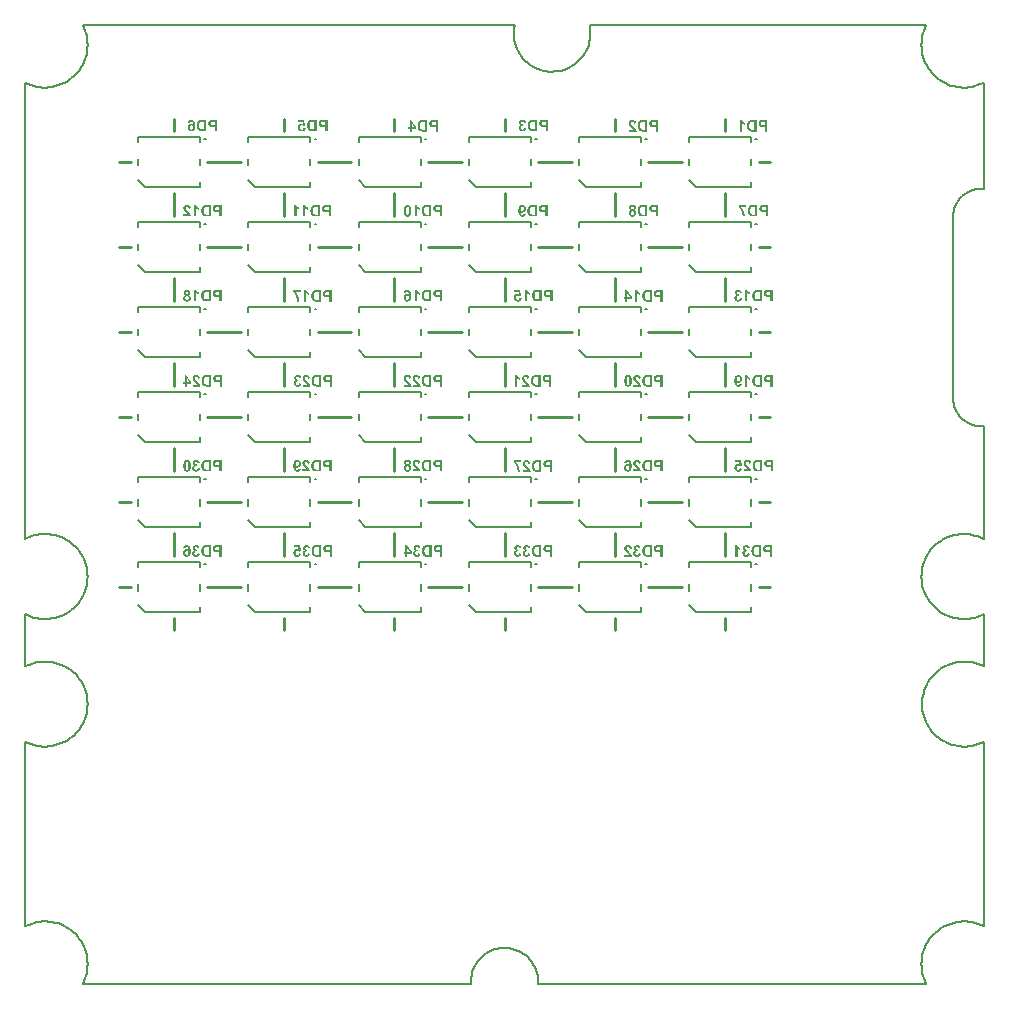
<source format=gbr>
G04*
G04 #@! TF.GenerationSoftware,Altium Limited,Altium Designer,24.1.2 (44)*
G04*
G04 Layer_Color=32896*
%FSLAX44Y44*%
%MOMM*%
G71*
G04*
G04 #@! TF.SameCoordinates,B1001185-6E67-4BF1-ABA2-4279EC4F573C*
G04*
G04*
G04 #@! TF.FilePolarity,Positive*
G04*
G01*
G75*
%ADD10C,0.2000*%
%ADD17C,0.1524*%
%ADD19C,0.2540*%
G36*
X164031Y390618D02*
X164177Y390611D01*
X164317Y390599D01*
X164450Y390580D01*
X164577Y390554D01*
X164697Y390529D01*
X164812Y390504D01*
X164913Y390472D01*
X165009Y390446D01*
X165091Y390415D01*
X165161Y390389D01*
X165225Y390370D01*
X165275Y390345D01*
X165307Y390332D01*
X165333Y390326D01*
X165339Y390319D01*
X165459Y390262D01*
X165567Y390199D01*
X165675Y390129D01*
X165771Y390065D01*
X165860Y389995D01*
X165942Y389926D01*
X166018Y389856D01*
X166088Y389792D01*
X166145Y389729D01*
X166203Y389672D01*
X166247Y389621D01*
X166279Y389576D01*
X166310Y389538D01*
X166329Y389513D01*
X166342Y389494D01*
X166348Y389487D01*
X166412Y389386D01*
X166476Y389278D01*
X166583Y389043D01*
X166679Y388808D01*
X166755Y388586D01*
X166787Y388484D01*
X166818Y388383D01*
X166844Y388300D01*
X166863Y388224D01*
X166876Y388160D01*
X166888Y388116D01*
X166895Y388091D01*
Y388078D01*
X165167Y387786D01*
X165148Y387900D01*
X165129Y388008D01*
X165104Y388110D01*
X165072Y388205D01*
X165040Y388294D01*
X165009Y388370D01*
X164971Y388440D01*
X164939Y388510D01*
X164901Y388567D01*
X164869Y388611D01*
X164844Y388656D01*
X164812Y388687D01*
X164793Y388719D01*
X164774Y388738D01*
X164767Y388745D01*
X164761Y388751D01*
X164697Y388808D01*
X164628Y388865D01*
X164558Y388910D01*
X164488Y388948D01*
X164348Y389005D01*
X164221Y389043D01*
X164107Y389068D01*
X164056Y389075D01*
X164018Y389081D01*
X163980Y389087D01*
X163847D01*
X163764Y389075D01*
X163605Y389043D01*
X163472Y388992D01*
X163364Y388941D01*
X163275Y388891D01*
X163205Y388840D01*
X163186Y388821D01*
X163167Y388808D01*
X163161Y388802D01*
X163155Y388795D01*
X163104Y388738D01*
X163059Y388675D01*
X162983Y388548D01*
X162932Y388421D01*
X162901Y388294D01*
X162875Y388179D01*
X162869Y388135D01*
Y388091D01*
X162862Y388059D01*
Y388027D01*
Y388014D01*
Y388008D01*
X162869Y387900D01*
X162881Y387805D01*
X162901Y387710D01*
X162926Y387621D01*
X162958Y387538D01*
X162989Y387462D01*
X163027Y387392D01*
X163059Y387328D01*
X163097Y387271D01*
X163135Y387221D01*
X163167Y387183D01*
X163199Y387144D01*
X163224Y387119D01*
X163243Y387100D01*
X163256Y387087D01*
X163262Y387081D01*
X163339Y387017D01*
X163428Y386967D01*
X163516Y386922D01*
X163612Y386884D01*
X163707Y386852D01*
X163808Y386820D01*
X163993Y386782D01*
X164082Y386770D01*
X164164Y386763D01*
X164234Y386757D01*
X164298Y386751D01*
X164424D01*
X164628Y385227D01*
X164443Y385271D01*
X164285Y385309D01*
X164139Y385335D01*
X164012Y385347D01*
X163955Y385354D01*
X163910Y385360D01*
X163866D01*
X163834Y385366D01*
X163770D01*
X163669Y385360D01*
X163574Y385347D01*
X163485Y385328D01*
X163396Y385303D01*
X163237Y385233D01*
X163167Y385201D01*
X163104Y385163D01*
X163046Y385119D01*
X162989Y385087D01*
X162951Y385049D01*
X162913Y385017D01*
X162881Y384992D01*
X162862Y384973D01*
X162850Y384960D01*
X162843Y384954D01*
X162773Y384871D01*
X162716Y384789D01*
X162666Y384700D01*
X162621Y384604D01*
X162583Y384509D01*
X162558Y384420D01*
X162507Y384242D01*
X162494Y384160D01*
X162481Y384084D01*
X162475Y384014D01*
X162469Y383950D01*
X162462Y383906D01*
Y383868D01*
Y383842D01*
Y383836D01*
X162469Y383696D01*
X162481Y383569D01*
X162500Y383449D01*
X162526Y383334D01*
X162558Y383226D01*
X162589Y383131D01*
X162627Y383042D01*
X162659Y382960D01*
X162697Y382890D01*
X162735Y382826D01*
X162767Y382776D01*
X162799Y382731D01*
X162824Y382693D01*
X162843Y382668D01*
X162856Y382655D01*
X162862Y382649D01*
X162939Y382572D01*
X163015Y382503D01*
X163097Y382445D01*
X163180Y382395D01*
X163262Y382350D01*
X163345Y382318D01*
X163421Y382287D01*
X163497Y382268D01*
X163567Y382248D01*
X163631Y382236D01*
X163688Y382223D01*
X163739Y382217D01*
X163777Y382210D01*
X163834D01*
X163936Y382217D01*
X164031Y382223D01*
X164120Y382242D01*
X164202Y382268D01*
X164361Y382325D01*
X164494Y382395D01*
X164552Y382426D01*
X164609Y382458D01*
X164647Y382490D01*
X164685Y382515D01*
X164717Y382541D01*
X164736Y382560D01*
X164748Y382566D01*
X164755Y382572D01*
X164825Y382642D01*
X164882Y382725D01*
X164939Y382807D01*
X164990Y382896D01*
X165066Y383068D01*
X165129Y383239D01*
X165155Y383322D01*
X165174Y383391D01*
X165187Y383461D01*
X165199Y383518D01*
X165205Y383569D01*
X165212Y383601D01*
X165218Y383627D01*
Y383633D01*
X167034Y383417D01*
X167003Y383188D01*
X166952Y382979D01*
X166888Y382776D01*
X166818Y382585D01*
X166736Y382407D01*
X166653Y382242D01*
X166564Y382090D01*
X166476Y381950D01*
X166393Y381829D01*
X166304Y381721D01*
X166228Y381633D01*
X166164Y381556D01*
X166107Y381493D01*
X166063Y381455D01*
X166037Y381423D01*
X166025Y381417D01*
X165853Y381283D01*
X165675Y381169D01*
X165498Y381067D01*
X165313Y380979D01*
X165123Y380909D01*
X164945Y380845D01*
X164767Y380794D01*
X164596Y380756D01*
X164437Y380724D01*
X164285Y380699D01*
X164158Y380686D01*
X164044Y380674D01*
X163948Y380667D01*
X163910Y380661D01*
X163821D01*
X163567Y380674D01*
X163320Y380699D01*
X163085Y380744D01*
X162869Y380801D01*
X162659Y380871D01*
X162469Y380947D01*
X162291Y381029D01*
X162126Y381112D01*
X161986Y381194D01*
X161853Y381277D01*
X161745Y381353D01*
X161656Y381423D01*
X161580Y381480D01*
X161529Y381525D01*
X161497Y381550D01*
X161484Y381563D01*
X161319Y381734D01*
X161173Y381918D01*
X161046Y382103D01*
X160938Y382287D01*
X160849Y382471D01*
X160773Y382655D01*
X160710Y382833D01*
X160659Y382998D01*
X160621Y383157D01*
X160595Y383303D01*
X160570Y383430D01*
X160557Y383538D01*
X160551Y383627D01*
X160545Y383696D01*
Y383722D01*
Y383741D01*
Y383747D01*
Y383754D01*
X160551Y383919D01*
X160564Y384071D01*
X160589Y384223D01*
X160621Y384363D01*
X160665Y384496D01*
X160703Y384617D01*
X160754Y384738D01*
X160799Y384839D01*
X160843Y384935D01*
X160894Y385017D01*
X160932Y385093D01*
X160970Y385150D01*
X161008Y385201D01*
X161034Y385239D01*
X161046Y385258D01*
X161053Y385265D01*
X161148Y385379D01*
X161256Y385481D01*
X161364Y385576D01*
X161472Y385658D01*
X161586Y385728D01*
X161694Y385798D01*
X161808Y385855D01*
X161910Y385906D01*
X162012Y385944D01*
X162100Y385982D01*
X162183Y386014D01*
X162253Y386033D01*
X162310Y386052D01*
X162354Y386065D01*
X162380Y386071D01*
X162393D01*
X162265Y386147D01*
X162145Y386224D01*
X162031Y386300D01*
X161929Y386382D01*
X161827Y386465D01*
X161738Y386548D01*
X161656Y386630D01*
X161580Y386719D01*
X161440Y386890D01*
X161326Y387056D01*
X161230Y387227D01*
X161161Y387386D01*
X161103Y387538D01*
X161059Y387678D01*
X161027Y387798D01*
X161002Y387913D01*
X160989Y388002D01*
X160983Y388065D01*
Y388091D01*
Y388110D01*
Y388116D01*
Y388122D01*
X160989Y388287D01*
X161014Y388452D01*
X161046Y388611D01*
X161091Y388757D01*
X161141Y388903D01*
X161199Y389037D01*
X161262Y389164D01*
X161326Y389278D01*
X161389Y389380D01*
X161453Y389475D01*
X161510Y389551D01*
X161561Y389621D01*
X161605Y389678D01*
X161637Y389716D01*
X161662Y389742D01*
X161669Y389748D01*
X161834Y389900D01*
X162005Y390040D01*
X162183Y390154D01*
X162367Y390256D01*
X162551Y390338D01*
X162735Y390408D01*
X162920Y390465D01*
X163091Y390516D01*
X163256Y390548D01*
X163402Y390580D01*
X163542Y390599D01*
X163656Y390611D01*
X163751Y390618D01*
X163790Y390624D01*
X163885D01*
X164031Y390618D01*
D02*
G37*
G36*
X155954D02*
X156100Y390611D01*
X156373Y390573D01*
X156633Y390516D01*
X156881Y390440D01*
X157109Y390351D01*
X157319Y390249D01*
X157516Y390142D01*
X157694Y390034D01*
X157852Y389919D01*
X157986Y389811D01*
X158106Y389710D01*
X158208Y389621D01*
X158284Y389545D01*
X158341Y389487D01*
X158373Y389449D01*
X158386Y389443D01*
Y389437D01*
X158475Y389322D01*
X158557Y389202D01*
X158640Y389068D01*
X158709Y388929D01*
X158843Y388643D01*
X158957Y388332D01*
X159052Y388014D01*
X159135Y387697D01*
X159198Y387373D01*
X159249Y387062D01*
X159294Y386763D01*
X159313Y386617D01*
X159325Y386484D01*
X159338Y386351D01*
X159345Y386230D01*
X159351Y386116D01*
X159363Y386008D01*
Y385913D01*
X159370Y385824D01*
Y385747D01*
X159376Y385690D01*
Y385639D01*
Y385601D01*
Y385576D01*
Y385570D01*
Y385328D01*
X159363Y385093D01*
X159351Y384871D01*
X159338Y384655D01*
X159313Y384452D01*
X159287Y384249D01*
X159262Y384058D01*
X159230Y383881D01*
X159192Y383703D01*
X159154Y383538D01*
X159116Y383379D01*
X159078Y383226D01*
X159033Y383087D01*
X158989Y382953D01*
X158944Y382826D01*
X158900Y382706D01*
X158855Y382591D01*
X158811Y382490D01*
X158767Y382395D01*
X158722Y382306D01*
X158684Y382223D01*
X158646Y382153D01*
X158608Y382083D01*
X158570Y382026D01*
X158538Y381976D01*
X158513Y381925D01*
X158487Y381887D01*
X158462Y381861D01*
X158449Y381836D01*
X158436Y381817D01*
X158424Y381810D01*
Y381804D01*
X158335Y381702D01*
X158240Y381601D01*
X158043Y381429D01*
X157846Y381277D01*
X157643Y381144D01*
X157439Y381036D01*
X157236Y380940D01*
X157039Y380864D01*
X156849Y380807D01*
X156671Y380756D01*
X156512Y380724D01*
X156366Y380699D01*
X156239Y380680D01*
X156182Y380674D01*
X156131Y380667D01*
X156093D01*
X156055Y380661D01*
X155992D01*
X155738Y380674D01*
X155496Y380699D01*
X155274Y380744D01*
X155058Y380801D01*
X154855Y380871D01*
X154671Y380947D01*
X154499Y381029D01*
X154347Y381112D01*
X154207Y381194D01*
X154087Y381277D01*
X153985Y381353D01*
X153896Y381423D01*
X153826Y381480D01*
X153776Y381525D01*
X153750Y381550D01*
X153737Y381563D01*
X153585Y381740D01*
X153445Y381925D01*
X153331Y382122D01*
X153229Y382325D01*
X153140Y382522D01*
X153071Y382725D01*
X153013Y382922D01*
X152963Y383106D01*
X152931Y383284D01*
X152899Y383449D01*
X152880Y383595D01*
X152867Y383722D01*
X152861Y383779D01*
Y383823D01*
X152855Y383868D01*
Y383906D01*
Y383931D01*
Y383950D01*
Y383963D01*
Y383969D01*
X152861Y384230D01*
X152893Y384471D01*
X152931Y384706D01*
X152988Y384922D01*
X153052Y385125D01*
X153122Y385316D01*
X153198Y385487D01*
X153274Y385646D01*
X153350Y385785D01*
X153426Y385913D01*
X153496Y386020D01*
X153560Y386109D01*
X153617Y386179D01*
X153655Y386230D01*
X153680Y386255D01*
X153693Y386268D01*
X153852Y386427D01*
X154017Y386567D01*
X154188Y386681D01*
X154360Y386789D01*
X154531Y386871D01*
X154696Y386948D01*
X154855Y387005D01*
X155007Y387049D01*
X155154Y387087D01*
X155287Y387119D01*
X155401Y387138D01*
X155503Y387151D01*
X155585Y387157D01*
X155649Y387163D01*
X155700D01*
X155890Y387157D01*
X156074Y387125D01*
X156246Y387087D01*
X156411Y387036D01*
X156563Y386973D01*
X156709Y386903D01*
X156843Y386827D01*
X156957Y386751D01*
X157065Y386674D01*
X157166Y386598D01*
X157243Y386528D01*
X157312Y386465D01*
X157370Y386414D01*
X157408Y386376D01*
X157433Y386344D01*
X157439Y386338D01*
X157427Y386490D01*
X157414Y386643D01*
X157401Y386782D01*
X157389Y386916D01*
X157351Y387170D01*
X157312Y387392D01*
X157274Y387595D01*
X157230Y387779D01*
X157185Y387938D01*
X157141Y388078D01*
X157097Y388199D01*
X157058Y388294D01*
X157020Y388376D01*
X156989Y388446D01*
X156963Y388497D01*
X156944Y388529D01*
X156931Y388548D01*
X156925Y388554D01*
X156843Y388649D01*
X156766Y388732D01*
X156678Y388802D01*
X156595Y388865D01*
X156512Y388916D01*
X156424Y388960D01*
X156347Y388992D01*
X156271Y389024D01*
X156195Y389043D01*
X156131Y389062D01*
X156074Y389068D01*
X156023Y389081D01*
X155979D01*
X155947Y389087D01*
X155922D01*
X155763Y389075D01*
X155623Y389043D01*
X155496Y389005D01*
X155395Y388954D01*
X155312Y388903D01*
X155249Y388865D01*
X155211Y388834D01*
X155198Y388827D01*
Y388821D01*
X155147Y388770D01*
X155103Y388707D01*
X155027Y388579D01*
X154963Y388440D01*
X154918Y388306D01*
X154887Y388186D01*
X154874Y388135D01*
X154861Y388084D01*
X154855Y388046D01*
Y388021D01*
X154849Y388002D01*
Y387995D01*
X153039Y388199D01*
X153083Y388414D01*
X153134Y388618D01*
X153198Y388802D01*
X153267Y388979D01*
X153344Y389138D01*
X153420Y389291D01*
X153496Y389424D01*
X153579Y389545D01*
X153655Y389653D01*
X153725Y389742D01*
X153788Y389824D01*
X153852Y389888D01*
X153896Y389938D01*
X153934Y389970D01*
X153960Y389995D01*
X153966Y390002D01*
X154106Y390110D01*
X154252Y390205D01*
X154404Y390288D01*
X154563Y390364D01*
X154715Y390421D01*
X154868Y390472D01*
X155020Y390516D01*
X155160Y390548D01*
X155293Y390573D01*
X155420Y390592D01*
X155528Y390605D01*
X155623Y390618D01*
X155700D01*
X155757Y390624D01*
X155808D01*
X155954Y390618D01*
D02*
G37*
G36*
X185500Y380826D02*
X183532D01*
Y384509D01*
X182001D01*
X181773Y384515D01*
X181557Y384522D01*
X181360Y384528D01*
X181176Y384541D01*
X181011Y384554D01*
X180858Y384566D01*
X180719Y384579D01*
X180598Y384592D01*
X180490Y384604D01*
X180401Y384617D01*
X180331Y384630D01*
X180274Y384636D01*
X180230Y384642D01*
X180204Y384649D01*
X180198D01*
X180007Y384700D01*
X179823Y384763D01*
X179652Y384839D01*
X179499Y384916D01*
X179429Y384954D01*
X179366Y384992D01*
X179315Y385023D01*
X179271Y385049D01*
X179233Y385074D01*
X179207Y385093D01*
X179188Y385100D01*
X179182Y385106D01*
X178998Y385246D01*
X178839Y385405D01*
X178693Y385563D01*
X178572Y385716D01*
X178521Y385785D01*
X178477Y385855D01*
X178439Y385913D01*
X178407Y385963D01*
X178382Y386008D01*
X178363Y386040D01*
X178356Y386059D01*
X178350Y386065D01*
X178293Y386185D01*
X178242Y386306D01*
X178198Y386433D01*
X178160Y386560D01*
X178102Y386814D01*
X178077Y386941D01*
X178058Y387056D01*
X178045Y387163D01*
X178039Y387265D01*
X178032Y387354D01*
X178026Y387430D01*
X178020Y387494D01*
Y387544D01*
Y387570D01*
Y387583D01*
X178026Y387798D01*
X178045Y388002D01*
X178071Y388192D01*
X178109Y388370D01*
X178153Y388541D01*
X178198Y388694D01*
X178255Y388840D01*
X178306Y388973D01*
X178356Y389087D01*
X178407Y389189D01*
X178458Y389278D01*
X178502Y389348D01*
X178540Y389405D01*
X178566Y389449D01*
X178585Y389475D01*
X178591Y389481D01*
X178699Y389614D01*
X178814Y389735D01*
X178928Y389843D01*
X179049Y389945D01*
X179169Y390027D01*
X179284Y390110D01*
X179398Y390180D01*
X179506Y390237D01*
X179607Y390288D01*
X179703Y390332D01*
X179785Y390364D01*
X179855Y390396D01*
X179912Y390415D01*
X179957Y390427D01*
X179982Y390440D01*
X179995D01*
X180052Y390453D01*
X180109Y390465D01*
X180255Y390491D01*
X180414Y390510D01*
X180592Y390523D01*
X180782Y390542D01*
X180979Y390548D01*
X181176Y390561D01*
X181373Y390567D01*
X181563Y390573D01*
X181741Y390580D01*
X181906D01*
X182046Y390586D01*
X185500D01*
Y380826D01*
D02*
G37*
G36*
X176407D02*
X172502D01*
X172311Y380832D01*
X172133Y380845D01*
X171962Y380858D01*
X171810Y380871D01*
X171663Y380890D01*
X171537Y380909D01*
X171416Y380928D01*
X171308Y380947D01*
X171219Y380966D01*
X171136Y380985D01*
X171073Y380998D01*
X171022Y381010D01*
X170984Y381023D01*
X170959Y381029D01*
X170952D01*
X170793Y381087D01*
X170641Y381144D01*
X170501Y381207D01*
X170368Y381271D01*
X170247Y381334D01*
X170133Y381398D01*
X170025Y381461D01*
X169936Y381525D01*
X169847Y381582D01*
X169778Y381639D01*
X169714Y381683D01*
X169663Y381728D01*
X169619Y381760D01*
X169593Y381791D01*
X169574Y381804D01*
X169568Y381810D01*
X169441Y381937D01*
X169327Y382077D01*
X169219Y382217D01*
X169117Y382356D01*
X169022Y382503D01*
X168939Y382642D01*
X168857Y382782D01*
X168787Y382922D01*
X168730Y383042D01*
X168673Y383163D01*
X168628Y383265D01*
X168590Y383353D01*
X168558Y383430D01*
X168539Y383487D01*
X168527Y383518D01*
X168520Y383531D01*
X168469Y383696D01*
X168419Y383874D01*
X168349Y384230D01*
X168292Y384573D01*
X168273Y384744D01*
X168260Y384903D01*
X168247Y385049D01*
X168235Y385189D01*
X168228Y385309D01*
Y385411D01*
X168222Y385500D01*
Y385563D01*
Y385582D01*
Y385601D01*
Y385608D01*
Y385614D01*
X168228Y385868D01*
X168235Y386109D01*
X168253Y386338D01*
X168273Y386554D01*
X168298Y386757D01*
X168323Y386948D01*
X168355Y387119D01*
X168381Y387284D01*
X168412Y387424D01*
X168444Y387551D01*
X168469Y387659D01*
X168495Y387754D01*
X168514Y387824D01*
X168533Y387875D01*
X168539Y387906D01*
X168546Y387919D01*
X168609Y388091D01*
X168679Y388256D01*
X168749Y388414D01*
X168825Y388560D01*
X168901Y388700D01*
X168977Y388827D01*
X169060Y388948D01*
X169130Y389062D01*
X169200Y389157D01*
X169270Y389246D01*
X169327Y389322D01*
X169377Y389386D01*
X169422Y389437D01*
X169454Y389468D01*
X169473Y389494D01*
X169479Y389500D01*
X169593Y389614D01*
X169714Y389723D01*
X169841Y389824D01*
X169968Y389913D01*
X170089Y389995D01*
X170209Y390072D01*
X170330Y390135D01*
X170438Y390192D01*
X170546Y390243D01*
X170641Y390288D01*
X170730Y390326D01*
X170800Y390351D01*
X170863Y390377D01*
X170908Y390389D01*
X170933Y390402D01*
X170946D01*
X171073Y390434D01*
X171213Y390465D01*
X171359Y390485D01*
X171505Y390510D01*
X171816Y390542D01*
X171968Y390554D01*
X172114Y390561D01*
X172254Y390573D01*
X172387Y390580D01*
X172502D01*
X172603Y390586D01*
X176407D01*
Y380826D01*
D02*
G37*
G36*
X257503Y390618D02*
X257649Y390611D01*
X257789Y390599D01*
X257922Y390580D01*
X258049Y390554D01*
X258169Y390529D01*
X258284Y390504D01*
X258385Y390472D01*
X258481Y390446D01*
X258563Y390415D01*
X258633Y390389D01*
X258697Y390370D01*
X258747Y390345D01*
X258779Y390332D01*
X258804Y390326D01*
X258811Y390319D01*
X258932Y390262D01*
X259039Y390199D01*
X259147Y390129D01*
X259243Y390065D01*
X259332Y389995D01*
X259414Y389926D01*
X259490Y389856D01*
X259560Y389792D01*
X259617Y389729D01*
X259674Y389672D01*
X259719Y389621D01*
X259751Y389576D01*
X259782Y389538D01*
X259802Y389513D01*
X259814Y389494D01*
X259820Y389487D01*
X259884Y389386D01*
X259947Y389278D01*
X260056Y389043D01*
X260151Y388808D01*
X260227Y388586D01*
X260259Y388484D01*
X260290Y388383D01*
X260316Y388300D01*
X260335Y388224D01*
X260348Y388160D01*
X260360Y388116D01*
X260367Y388091D01*
Y388078D01*
X258639Y387786D01*
X258620Y387900D01*
X258601Y388008D01*
X258576Y388110D01*
X258544Y388205D01*
X258512Y388294D01*
X258481Y388370D01*
X258443Y388440D01*
X258411Y388510D01*
X258373Y388567D01*
X258341Y388611D01*
X258316Y388656D01*
X258284Y388687D01*
X258265Y388719D01*
X258246Y388738D01*
X258239Y388745D01*
X258233Y388751D01*
X258169Y388808D01*
X258100Y388865D01*
X258030Y388910D01*
X257960Y388948D01*
X257820Y389005D01*
X257693Y389043D01*
X257579Y389068D01*
X257528Y389075D01*
X257490Y389081D01*
X257452Y389087D01*
X257319D01*
X257236Y389075D01*
X257077Y389043D01*
X256944Y388992D01*
X256836Y388941D01*
X256747Y388891D01*
X256677Y388840D01*
X256658Y388821D01*
X256639Y388808D01*
X256633Y388802D01*
X256626Y388795D01*
X256576Y388738D01*
X256531Y388675D01*
X256455Y388548D01*
X256404Y388421D01*
X256373Y388294D01*
X256347Y388179D01*
X256341Y388135D01*
Y388091D01*
X256334Y388059D01*
Y388027D01*
Y388014D01*
Y388008D01*
X256341Y387900D01*
X256353Y387805D01*
X256373Y387710D01*
X256398Y387621D01*
X256430Y387538D01*
X256461Y387462D01*
X256500Y387392D01*
X256531Y387328D01*
X256569Y387271D01*
X256607Y387221D01*
X256639Y387183D01*
X256671Y387144D01*
X256696Y387119D01*
X256715Y387100D01*
X256728Y387087D01*
X256734Y387081D01*
X256811Y387017D01*
X256900Y386967D01*
X256988Y386922D01*
X257084Y386884D01*
X257179Y386852D01*
X257281Y386820D01*
X257465Y386782D01*
X257554Y386770D01*
X257636Y386763D01*
X257706Y386757D01*
X257770Y386751D01*
X257896D01*
X258100Y385227D01*
X257915Y385271D01*
X257757Y385309D01*
X257611Y385335D01*
X257484Y385347D01*
X257427Y385354D01*
X257382Y385360D01*
X257338D01*
X257306Y385366D01*
X257242D01*
X257141Y385360D01*
X257046Y385347D01*
X256957Y385328D01*
X256868Y385303D01*
X256709Y385233D01*
X256639Y385201D01*
X256576Y385163D01*
X256518Y385119D01*
X256461Y385087D01*
X256423Y385049D01*
X256385Y385017D01*
X256353Y384992D01*
X256334Y384973D01*
X256322Y384960D01*
X256315Y384954D01*
X256245Y384871D01*
X256188Y384789D01*
X256138Y384700D01*
X256093Y384604D01*
X256055Y384509D01*
X256030Y384420D01*
X255979Y384242D01*
X255966Y384160D01*
X255953Y384084D01*
X255947Y384014D01*
X255941Y383950D01*
X255934Y383906D01*
Y383868D01*
Y383842D01*
Y383836D01*
X255941Y383696D01*
X255953Y383569D01*
X255972Y383449D01*
X255998Y383334D01*
X256030Y383226D01*
X256061Y383131D01*
X256099Y383042D01*
X256131Y382960D01*
X256169Y382890D01*
X256207Y382826D01*
X256239Y382776D01*
X256271Y382731D01*
X256296Y382693D01*
X256315Y382668D01*
X256328Y382655D01*
X256334Y382649D01*
X256411Y382572D01*
X256487Y382503D01*
X256569Y382445D01*
X256652Y382395D01*
X256734Y382350D01*
X256817Y382318D01*
X256893Y382287D01*
X256969Y382268D01*
X257039Y382248D01*
X257103Y382236D01*
X257160Y382223D01*
X257211Y382217D01*
X257249Y382210D01*
X257306D01*
X257407Y382217D01*
X257503Y382223D01*
X257592Y382242D01*
X257674Y382268D01*
X257833Y382325D01*
X257966Y382395D01*
X258023Y382426D01*
X258081Y382458D01*
X258119Y382490D01*
X258157Y382515D01*
X258189Y382541D01*
X258208Y382560D01*
X258220Y382566D01*
X258227Y382572D01*
X258297Y382642D01*
X258354Y382725D01*
X258411Y382807D01*
X258462Y382896D01*
X258538Y383068D01*
X258601Y383239D01*
X258627Y383322D01*
X258646Y383391D01*
X258659Y383461D01*
X258671Y383518D01*
X258678Y383569D01*
X258684Y383601D01*
X258690Y383627D01*
Y383633D01*
X260506Y383417D01*
X260475Y383188D01*
X260424Y382979D01*
X260360Y382776D01*
X260290Y382585D01*
X260208Y382407D01*
X260125Y382242D01*
X260036Y382090D01*
X259947Y381950D01*
X259865Y381829D01*
X259776Y381721D01*
X259700Y381633D01*
X259636Y381556D01*
X259579Y381493D01*
X259535Y381455D01*
X259509Y381423D01*
X259497Y381417D01*
X259325Y381283D01*
X259147Y381169D01*
X258970Y381067D01*
X258785Y380979D01*
X258595Y380909D01*
X258417Y380845D01*
X258239Y380794D01*
X258068Y380756D01*
X257909Y380724D01*
X257757Y380699D01*
X257630Y380686D01*
X257516Y380674D01*
X257420Y380667D01*
X257382Y380661D01*
X257293D01*
X257039Y380674D01*
X256792Y380699D01*
X256557Y380744D01*
X256341Y380801D01*
X256131Y380871D01*
X255941Y380947D01*
X255763Y381029D01*
X255598Y381112D01*
X255458Y381194D01*
X255325Y381277D01*
X255217Y381353D01*
X255128Y381423D01*
X255052Y381480D01*
X255001Y381525D01*
X254969Y381550D01*
X254956Y381563D01*
X254791Y381734D01*
X254645Y381918D01*
X254518Y382103D01*
X254410Y382287D01*
X254321Y382471D01*
X254245Y382655D01*
X254182Y382833D01*
X254131Y382998D01*
X254093Y383157D01*
X254067Y383303D01*
X254042Y383430D01*
X254029Y383538D01*
X254023Y383627D01*
X254017Y383696D01*
Y383722D01*
Y383741D01*
Y383747D01*
Y383754D01*
X254023Y383919D01*
X254036Y384071D01*
X254061Y384223D01*
X254093Y384363D01*
X254137Y384496D01*
X254175Y384617D01*
X254226Y384738D01*
X254271Y384839D01*
X254315Y384935D01*
X254366Y385017D01*
X254404Y385093D01*
X254442Y385150D01*
X254480Y385201D01*
X254506Y385239D01*
X254518Y385258D01*
X254525Y385265D01*
X254620Y385379D01*
X254728Y385481D01*
X254836Y385576D01*
X254944Y385658D01*
X255058Y385728D01*
X255166Y385798D01*
X255280Y385855D01*
X255382Y385906D01*
X255483Y385944D01*
X255572Y385982D01*
X255655Y386014D01*
X255725Y386033D01*
X255782Y386052D01*
X255826Y386065D01*
X255852Y386071D01*
X255865D01*
X255737Y386147D01*
X255617Y386224D01*
X255502Y386300D01*
X255401Y386382D01*
X255299Y386465D01*
X255210Y386548D01*
X255128Y386630D01*
X255052Y386719D01*
X254912Y386890D01*
X254798Y387056D01*
X254702Y387227D01*
X254633Y387386D01*
X254575Y387538D01*
X254531Y387678D01*
X254499Y387798D01*
X254474Y387913D01*
X254461Y388002D01*
X254455Y388065D01*
Y388091D01*
Y388110D01*
Y388116D01*
Y388122D01*
X254461Y388287D01*
X254487Y388452D01*
X254518Y388611D01*
X254563Y388757D01*
X254613Y388903D01*
X254671Y389037D01*
X254734Y389164D01*
X254798Y389278D01*
X254861Y389380D01*
X254925Y389475D01*
X254982Y389551D01*
X255033Y389621D01*
X255077Y389678D01*
X255109Y389716D01*
X255134Y389742D01*
X255141Y389748D01*
X255306Y389900D01*
X255477Y390040D01*
X255655Y390154D01*
X255839Y390256D01*
X256023Y390338D01*
X256207Y390408D01*
X256392Y390465D01*
X256563Y390516D01*
X256728Y390548D01*
X256874Y390580D01*
X257014Y390599D01*
X257128Y390611D01*
X257223Y390618D01*
X257262Y390624D01*
X257357D01*
X257503Y390618D01*
D02*
G37*
G36*
X252594Y385373D02*
X251077Y385150D01*
X250956Y385277D01*
X250835Y385385D01*
X250708Y385481D01*
X250581Y385563D01*
X250461Y385633D01*
X250340Y385690D01*
X250226Y385735D01*
X250118Y385773D01*
X250016Y385804D01*
X249921Y385824D01*
X249838Y385843D01*
X249769Y385849D01*
X249711Y385855D01*
X249673Y385862D01*
X249635D01*
X249515Y385855D01*
X249407Y385843D01*
X249299Y385817D01*
X249197Y385792D01*
X249108Y385760D01*
X249019Y385722D01*
X248937Y385677D01*
X248867Y385639D01*
X248803Y385595D01*
X248746Y385550D01*
X248702Y385512D01*
X248657Y385481D01*
X248626Y385455D01*
X248606Y385430D01*
X248594Y385417D01*
X248587Y385411D01*
X248517Y385322D01*
X248454Y385227D01*
X248397Y385119D01*
X248352Y385011D01*
X248314Y384903D01*
X248283Y384789D01*
X248232Y384573D01*
X248213Y384471D01*
X248200Y384376D01*
X248194Y384287D01*
X248187Y384211D01*
X248181Y384154D01*
Y384103D01*
Y384077D01*
Y384065D01*
X248187Y383893D01*
X248200Y383728D01*
X248219Y383576D01*
X248244Y383436D01*
X248276Y383309D01*
X248308Y383188D01*
X248346Y383080D01*
X248384Y382985D01*
X248422Y382903D01*
X248460Y382833D01*
X248492Y382769D01*
X248524Y382718D01*
X248549Y382680D01*
X248568Y382655D01*
X248581Y382636D01*
X248587Y382630D01*
X248664Y382547D01*
X248746Y382471D01*
X248829Y382407D01*
X248911Y382356D01*
X249000Y382306D01*
X249076Y382268D01*
X249159Y382236D01*
X249235Y382210D01*
X249305Y382191D01*
X249368Y382179D01*
X249432Y382166D01*
X249483Y382160D01*
X249521D01*
X249553Y382153D01*
X249578D01*
X249673Y382160D01*
X249762Y382172D01*
X249851Y382185D01*
X249934Y382210D01*
X250092Y382268D01*
X250226Y382337D01*
X250283Y382369D01*
X250334Y382407D01*
X250378Y382439D01*
X250416Y382464D01*
X250448Y382490D01*
X250467Y382509D01*
X250480Y382515D01*
X250486Y382522D01*
X250556Y382598D01*
X250619Y382674D01*
X250676Y382757D01*
X250727Y382839D01*
X250810Y383004D01*
X250867Y383163D01*
X250892Y383239D01*
X250912Y383309D01*
X250924Y383366D01*
X250937Y383423D01*
X250943Y383468D01*
X250950Y383499D01*
X250956Y383518D01*
Y383525D01*
X252823Y383334D01*
X252785Y383112D01*
X252734Y382896D01*
X252670Y382699D01*
X252594Y382515D01*
X252512Y382337D01*
X252429Y382179D01*
X252340Y382033D01*
X252251Y381899D01*
X252169Y381785D01*
X252086Y381677D01*
X252010Y381588D01*
X251940Y381518D01*
X251889Y381461D01*
X251845Y381417D01*
X251813Y381391D01*
X251807Y381385D01*
X251642Y381258D01*
X251464Y381144D01*
X251286Y381048D01*
X251102Y380966D01*
X250912Y380896D01*
X250734Y380839D01*
X250550Y380788D01*
X250378Y380750D01*
X250219Y380724D01*
X250067Y380699D01*
X249934Y380686D01*
X249819Y380674D01*
X249730Y380667D01*
X249686Y380661D01*
X249597D01*
X249438Y380667D01*
X249286Y380674D01*
X249140Y380693D01*
X249000Y380718D01*
X248727Y380782D01*
X248473Y380864D01*
X248238Y380960D01*
X248016Y381067D01*
X247819Y381188D01*
X247641Y381309D01*
X247482Y381423D01*
X247343Y381544D01*
X247229Y381652D01*
X247133Y381747D01*
X247057Y381829D01*
X247000Y381893D01*
X246981Y381918D01*
X246968Y381937D01*
X246955Y381944D01*
Y381950D01*
X246835Y382128D01*
X246727Y382312D01*
X246632Y382503D01*
X246549Y382687D01*
X246486Y382871D01*
X246428Y383049D01*
X246384Y383220D01*
X246346Y383379D01*
X246314Y383531D01*
X246295Y383671D01*
X246276Y383792D01*
X246270Y383899D01*
X246263Y383988D01*
X246257Y384052D01*
Y384071D01*
Y384090D01*
Y384096D01*
Y384103D01*
X246270Y384369D01*
X246295Y384617D01*
X246339Y384852D01*
X246390Y385074D01*
X246460Y385284D01*
X246530Y385481D01*
X246612Y385652D01*
X246689Y385817D01*
X246771Y385957D01*
X246854Y386084D01*
X246924Y386192D01*
X246994Y386281D01*
X247044Y386351D01*
X247089Y386401D01*
X247114Y386433D01*
X247127Y386446D01*
X247292Y386605D01*
X247463Y386744D01*
X247641Y386865D01*
X247819Y386973D01*
X247997Y387062D01*
X248175Y387132D01*
X248340Y387195D01*
X248505Y387240D01*
X248657Y387278D01*
X248797Y387303D01*
X248918Y387328D01*
X249025Y387341D01*
X249114Y387348D01*
X249178Y387354D01*
X249235D01*
X249356Y387348D01*
X249476Y387341D01*
X249711Y387303D01*
X249927Y387259D01*
X250023Y387227D01*
X250118Y387201D01*
X250200Y387170D01*
X250283Y387144D01*
X250346Y387113D01*
X250403Y387094D01*
X250448Y387075D01*
X250486Y387056D01*
X250505Y387049D01*
X250511Y387043D01*
X250219Y388700D01*
X246689D01*
Y390453D01*
X251635D01*
X252594Y385373D01*
D02*
G37*
G36*
X278972Y380826D02*
X277004D01*
Y384509D01*
X275473D01*
X275245Y384515D01*
X275029Y384522D01*
X274832Y384528D01*
X274648Y384541D01*
X274483Y384554D01*
X274330Y384566D01*
X274191Y384579D01*
X274070Y384592D01*
X273962Y384604D01*
X273873Y384617D01*
X273803Y384630D01*
X273746Y384636D01*
X273702Y384642D01*
X273676Y384649D01*
X273670D01*
X273479Y384700D01*
X273295Y384763D01*
X273124Y384839D01*
X272971Y384916D01*
X272901Y384954D01*
X272838Y384992D01*
X272787Y385023D01*
X272743Y385049D01*
X272705Y385074D01*
X272679Y385093D01*
X272660Y385100D01*
X272654Y385106D01*
X272470Y385246D01*
X272311Y385405D01*
X272165Y385563D01*
X272044Y385716D01*
X271994Y385785D01*
X271949Y385855D01*
X271911Y385913D01*
X271879Y385963D01*
X271854Y386008D01*
X271835Y386040D01*
X271828Y386059D01*
X271822Y386065D01*
X271765Y386185D01*
X271714Y386306D01*
X271670Y386433D01*
X271632Y386560D01*
X271574Y386814D01*
X271549Y386941D01*
X271530Y387056D01*
X271517Y387163D01*
X271511Y387265D01*
X271504Y387354D01*
X271498Y387430D01*
X271492Y387494D01*
Y387544D01*
Y387570D01*
Y387583D01*
X271498Y387798D01*
X271517Y388002D01*
X271543Y388192D01*
X271581Y388370D01*
X271625Y388541D01*
X271670Y388694D01*
X271727Y388840D01*
X271778Y388973D01*
X271828Y389087D01*
X271879Y389189D01*
X271930Y389278D01*
X271974Y389348D01*
X272013Y389405D01*
X272038Y389449D01*
X272057Y389475D01*
X272063Y389481D01*
X272171Y389614D01*
X272286Y389735D01*
X272400Y389843D01*
X272521Y389945D01*
X272641Y390027D01*
X272756Y390110D01*
X272870Y390180D01*
X272978Y390237D01*
X273079Y390288D01*
X273175Y390332D01*
X273257Y390364D01*
X273327Y390396D01*
X273384Y390415D01*
X273429Y390427D01*
X273454Y390440D01*
X273467D01*
X273524Y390453D01*
X273581Y390465D01*
X273727Y390491D01*
X273886Y390510D01*
X274064Y390523D01*
X274254Y390542D01*
X274451Y390548D01*
X274648Y390561D01*
X274845Y390567D01*
X275035Y390573D01*
X275213Y390580D01*
X275378D01*
X275518Y390586D01*
X278972D01*
Y380826D01*
D02*
G37*
G36*
X269879D02*
X265974D01*
X265783Y380832D01*
X265605Y380845D01*
X265434Y380858D01*
X265282Y380871D01*
X265135Y380890D01*
X265009Y380909D01*
X264888Y380928D01*
X264780Y380947D01*
X264691Y380966D01*
X264608Y380985D01*
X264545Y380998D01*
X264494Y381010D01*
X264456Y381023D01*
X264431Y381029D01*
X264424D01*
X264265Y381087D01*
X264113Y381144D01*
X263973Y381207D01*
X263840Y381271D01*
X263719Y381334D01*
X263605Y381398D01*
X263497Y381461D01*
X263408Y381525D01*
X263319Y381582D01*
X263249Y381639D01*
X263186Y381683D01*
X263135Y381728D01*
X263091Y381760D01*
X263065Y381791D01*
X263046Y381804D01*
X263040Y381810D01*
X262913Y381937D01*
X262799Y382077D01*
X262691Y382217D01*
X262589Y382356D01*
X262494Y382503D01*
X262411Y382642D01*
X262329Y382782D01*
X262259Y382922D01*
X262202Y383042D01*
X262145Y383163D01*
X262100Y383265D01*
X262062Y383353D01*
X262030Y383430D01*
X262011Y383487D01*
X261999Y383518D01*
X261992Y383531D01*
X261941Y383696D01*
X261891Y383874D01*
X261821Y384230D01*
X261764Y384573D01*
X261745Y384744D01*
X261732Y384903D01*
X261719Y385049D01*
X261707Y385189D01*
X261700Y385309D01*
Y385411D01*
X261694Y385500D01*
Y385563D01*
Y385582D01*
Y385601D01*
Y385608D01*
Y385614D01*
X261700Y385868D01*
X261707Y386109D01*
X261726Y386338D01*
X261745Y386554D01*
X261770Y386757D01*
X261795Y386948D01*
X261827Y387119D01*
X261852Y387284D01*
X261884Y387424D01*
X261916Y387551D01*
X261941Y387659D01*
X261967Y387754D01*
X261986Y387824D01*
X262005Y387875D01*
X262011Y387906D01*
X262018Y387919D01*
X262081Y388091D01*
X262151Y388256D01*
X262221Y388414D01*
X262297Y388560D01*
X262373Y388700D01*
X262449Y388827D01*
X262532Y388948D01*
X262602Y389062D01*
X262672Y389157D01*
X262742Y389246D01*
X262799Y389322D01*
X262850Y389386D01*
X262894Y389437D01*
X262926Y389468D01*
X262945Y389494D01*
X262951Y389500D01*
X263065Y389614D01*
X263186Y389723D01*
X263313Y389824D01*
X263440Y389913D01*
X263561Y389995D01*
X263681Y390072D01*
X263802Y390135D01*
X263910Y390192D01*
X264018Y390243D01*
X264113Y390288D01*
X264202Y390326D01*
X264272Y390351D01*
X264335Y390377D01*
X264380Y390389D01*
X264405Y390402D01*
X264418D01*
X264545Y390434D01*
X264685Y390465D01*
X264831Y390485D01*
X264977Y390510D01*
X265288Y390542D01*
X265440Y390554D01*
X265586Y390561D01*
X265726Y390573D01*
X265859Y390580D01*
X265974D01*
X266075Y390586D01*
X269879D01*
Y380826D01*
D02*
G37*
G36*
X350975Y390618D02*
X351121Y390611D01*
X351260Y390599D01*
X351394Y390580D01*
X351521Y390554D01*
X351642Y390529D01*
X351756Y390504D01*
X351857Y390472D01*
X351953Y390446D01*
X352035Y390415D01*
X352105Y390389D01*
X352169Y390370D01*
X352219Y390345D01*
X352251Y390332D01*
X352276Y390326D01*
X352283Y390319D01*
X352403Y390262D01*
X352511Y390199D01*
X352619Y390129D01*
X352715Y390065D01*
X352804Y389995D01*
X352886Y389926D01*
X352962Y389856D01*
X353032Y389792D01*
X353089Y389729D01*
X353147Y389672D01*
X353191Y389621D01*
X353223Y389576D01*
X353254Y389538D01*
X353274Y389513D01*
X353286Y389494D01*
X353293Y389487D01*
X353356Y389386D01*
X353419Y389278D01*
X353527Y389043D01*
X353623Y388808D01*
X353699Y388586D01*
X353731Y388484D01*
X353762Y388383D01*
X353788Y388300D01*
X353807Y388224D01*
X353820Y388160D01*
X353832Y388116D01*
X353839Y388091D01*
Y388078D01*
X352111Y387786D01*
X352092Y387900D01*
X352073Y388008D01*
X352048Y388110D01*
X352016Y388205D01*
X351984Y388294D01*
X351953Y388370D01*
X351915Y388440D01*
X351883Y388510D01*
X351845Y388567D01*
X351813Y388611D01*
X351788Y388656D01*
X351756Y388687D01*
X351737Y388719D01*
X351718Y388738D01*
X351711Y388745D01*
X351705Y388751D01*
X351642Y388808D01*
X351572Y388865D01*
X351502Y388910D01*
X351432Y388948D01*
X351292Y389005D01*
X351165Y389043D01*
X351051Y389068D01*
X351000Y389075D01*
X350962Y389081D01*
X350924Y389087D01*
X350791D01*
X350708Y389075D01*
X350549Y389043D01*
X350416Y388992D01*
X350308Y388941D01*
X350219Y388891D01*
X350149Y388840D01*
X350130Y388821D01*
X350111Y388808D01*
X350105Y388802D01*
X350098Y388795D01*
X350048Y388738D01*
X350003Y388675D01*
X349927Y388548D01*
X349876Y388421D01*
X349845Y388294D01*
X349819Y388179D01*
X349813Y388135D01*
Y388091D01*
X349806Y388059D01*
Y388027D01*
Y388014D01*
Y388008D01*
X349813Y387900D01*
X349825Y387805D01*
X349845Y387710D01*
X349870Y387621D01*
X349902Y387538D01*
X349933Y387462D01*
X349972Y387392D01*
X350003Y387328D01*
X350041Y387271D01*
X350079Y387221D01*
X350111Y387183D01*
X350143Y387144D01*
X350168Y387119D01*
X350187Y387100D01*
X350200Y387087D01*
X350206Y387081D01*
X350283Y387017D01*
X350372Y386967D01*
X350460Y386922D01*
X350556Y386884D01*
X350651Y386852D01*
X350752Y386820D01*
X350937Y386782D01*
X351026Y386770D01*
X351108Y386763D01*
X351178Y386757D01*
X351241Y386751D01*
X351368D01*
X351572Y385227D01*
X351387Y385271D01*
X351229Y385309D01*
X351083Y385335D01*
X350956Y385347D01*
X350899Y385354D01*
X350854Y385360D01*
X350810D01*
X350778Y385366D01*
X350714D01*
X350613Y385360D01*
X350518Y385347D01*
X350429Y385328D01*
X350340Y385303D01*
X350181Y385233D01*
X350111Y385201D01*
X350048Y385163D01*
X349991Y385119D01*
X349933Y385087D01*
X349895Y385049D01*
X349857Y385017D01*
X349825Y384992D01*
X349806Y384973D01*
X349794Y384960D01*
X349787Y384954D01*
X349717Y384871D01*
X349660Y384789D01*
X349609Y384700D01*
X349565Y384604D01*
X349527Y384509D01*
X349502Y384420D01*
X349451Y384242D01*
X349438Y384160D01*
X349425Y384084D01*
X349419Y384014D01*
X349413Y383950D01*
X349406Y383906D01*
Y383868D01*
Y383842D01*
Y383836D01*
X349413Y383696D01*
X349425Y383569D01*
X349444Y383449D01*
X349470Y383334D01*
X349502Y383226D01*
X349533Y383131D01*
X349571Y383042D01*
X349603Y382960D01*
X349641Y382890D01*
X349679Y382826D01*
X349711Y382776D01*
X349743Y382731D01*
X349768Y382693D01*
X349787Y382668D01*
X349800Y382655D01*
X349806Y382649D01*
X349883Y382572D01*
X349959Y382503D01*
X350041Y382445D01*
X350124Y382395D01*
X350206Y382350D01*
X350289Y382318D01*
X350365Y382287D01*
X350441Y382268D01*
X350511Y382248D01*
X350575Y382236D01*
X350632Y382223D01*
X350683Y382217D01*
X350721Y382210D01*
X350778D01*
X350880Y382217D01*
X350975Y382223D01*
X351064Y382242D01*
X351146Y382268D01*
X351305Y382325D01*
X351438Y382395D01*
X351496Y382426D01*
X351553Y382458D01*
X351591Y382490D01*
X351629Y382515D01*
X351661Y382541D01*
X351680Y382560D01*
X351692Y382566D01*
X351699Y382572D01*
X351768Y382642D01*
X351826Y382725D01*
X351883Y382807D01*
X351934Y382896D01*
X352010Y383068D01*
X352073Y383239D01*
X352099Y383322D01*
X352118Y383391D01*
X352131Y383461D01*
X352143Y383518D01*
X352150Y383569D01*
X352156Y383601D01*
X352162Y383627D01*
Y383633D01*
X353978Y383417D01*
X353947Y383188D01*
X353896Y382979D01*
X353832Y382776D01*
X353762Y382585D01*
X353680Y382407D01*
X353597Y382242D01*
X353508Y382090D01*
X353419Y381950D01*
X353337Y381829D01*
X353248Y381721D01*
X353172Y381633D01*
X353108Y381556D01*
X353051Y381493D01*
X353007Y381455D01*
X352981Y381423D01*
X352969Y381417D01*
X352797Y381283D01*
X352619Y381169D01*
X352442Y381067D01*
X352257Y380979D01*
X352067Y380909D01*
X351889Y380845D01*
X351711Y380794D01*
X351540Y380756D01*
X351381Y380724D01*
X351229Y380699D01*
X351102Y380686D01*
X350988Y380674D01*
X350892Y380667D01*
X350854Y380661D01*
X350765D01*
X350511Y380674D01*
X350264Y380699D01*
X350029Y380744D01*
X349813Y380801D01*
X349603Y380871D01*
X349413Y380947D01*
X349235Y381029D01*
X349070Y381112D01*
X348930Y381194D01*
X348797Y381277D01*
X348689Y381353D01*
X348600Y381423D01*
X348524Y381480D01*
X348473Y381525D01*
X348441Y381550D01*
X348428Y381563D01*
X348263Y381734D01*
X348117Y381918D01*
X347990Y382103D01*
X347882Y382287D01*
X347793Y382471D01*
X347717Y382655D01*
X347654Y382833D01*
X347603Y382998D01*
X347565Y383157D01*
X347539Y383303D01*
X347514Y383430D01*
X347501Y383538D01*
X347495Y383627D01*
X347489Y383696D01*
Y383722D01*
Y383741D01*
Y383747D01*
Y383754D01*
X347495Y383919D01*
X347508Y384071D01*
X347533Y384223D01*
X347565Y384363D01*
X347609Y384496D01*
X347647Y384617D01*
X347698Y384738D01*
X347743Y384839D01*
X347787Y384935D01*
X347838Y385017D01*
X347876Y385093D01*
X347914Y385150D01*
X347952Y385201D01*
X347978Y385239D01*
X347990Y385258D01*
X347997Y385265D01*
X348092Y385379D01*
X348200Y385481D01*
X348308Y385576D01*
X348416Y385658D01*
X348530Y385728D01*
X348638Y385798D01*
X348752Y385855D01*
X348854Y385906D01*
X348955Y385944D01*
X349044Y385982D01*
X349127Y386014D01*
X349197Y386033D01*
X349254Y386052D01*
X349298Y386065D01*
X349324Y386071D01*
X349337D01*
X349210Y386147D01*
X349089Y386224D01*
X348974Y386300D01*
X348873Y386382D01*
X348771Y386465D01*
X348682Y386548D01*
X348600Y386630D01*
X348524Y386719D01*
X348384Y386890D01*
X348270Y387056D01*
X348174Y387227D01*
X348105Y387386D01*
X348047Y387538D01*
X348003Y387678D01*
X347971Y387798D01*
X347946Y387913D01*
X347933Y388002D01*
X347927Y388065D01*
Y388091D01*
Y388110D01*
Y388116D01*
Y388122D01*
X347933Y388287D01*
X347958Y388452D01*
X347990Y388611D01*
X348035Y388757D01*
X348086Y388903D01*
X348143Y389037D01*
X348206Y389164D01*
X348270Y389278D01*
X348333Y389380D01*
X348397Y389475D01*
X348454Y389551D01*
X348505Y389621D01*
X348549Y389678D01*
X348581Y389716D01*
X348606Y389742D01*
X348613Y389748D01*
X348778Y389900D01*
X348949Y390040D01*
X349127Y390154D01*
X349311Y390256D01*
X349495Y390338D01*
X349679Y390408D01*
X349864Y390465D01*
X350035Y390516D01*
X350200Y390548D01*
X350346Y390580D01*
X350486Y390599D01*
X350600Y390611D01*
X350695Y390618D01*
X350733Y390624D01*
X350829D01*
X350975Y390618D01*
D02*
G37*
G36*
X372444Y380826D02*
X370476D01*
Y384509D01*
X368945D01*
X368717Y384515D01*
X368501Y384522D01*
X368304Y384528D01*
X368120Y384541D01*
X367955Y384554D01*
X367802Y384566D01*
X367663Y384579D01*
X367542Y384592D01*
X367434Y384604D01*
X367345Y384617D01*
X367275Y384630D01*
X367218Y384636D01*
X367174Y384642D01*
X367148Y384649D01*
X367142D01*
X366951Y384700D01*
X366767Y384763D01*
X366596Y384839D01*
X366443Y384916D01*
X366373Y384954D01*
X366310Y384992D01*
X366259Y385023D01*
X366215Y385049D01*
X366177Y385074D01*
X366151Y385093D01*
X366132Y385100D01*
X366126Y385106D01*
X365942Y385246D01*
X365783Y385405D01*
X365637Y385563D01*
X365516Y385716D01*
X365466Y385785D01*
X365421Y385855D01*
X365383Y385913D01*
X365351Y385963D01*
X365326Y386008D01*
X365307Y386040D01*
X365300Y386059D01*
X365294Y386065D01*
X365237Y386185D01*
X365186Y386306D01*
X365142Y386433D01*
X365103Y386560D01*
X365046Y386814D01*
X365021Y386941D01*
X365002Y387056D01*
X364989Y387163D01*
X364983Y387265D01*
X364977Y387354D01*
X364970Y387430D01*
X364964Y387494D01*
Y387544D01*
Y387570D01*
Y387583D01*
X364970Y387798D01*
X364989Y388002D01*
X365015Y388192D01*
X365053Y388370D01*
X365097Y388541D01*
X365142Y388694D01*
X365199Y388840D01*
X365250Y388973D01*
X365300Y389087D01*
X365351Y389189D01*
X365402Y389278D01*
X365446Y389348D01*
X365485Y389405D01*
X365510Y389449D01*
X365529Y389475D01*
X365535Y389481D01*
X365643Y389614D01*
X365758Y389735D01*
X365872Y389843D01*
X365993Y389945D01*
X366113Y390027D01*
X366227Y390110D01*
X366342Y390180D01*
X366450Y390237D01*
X366551Y390288D01*
X366647Y390332D01*
X366729Y390364D01*
X366799Y390396D01*
X366856Y390415D01*
X366901Y390427D01*
X366926Y390440D01*
X366939D01*
X366996Y390453D01*
X367053Y390465D01*
X367199Y390491D01*
X367358Y390510D01*
X367536Y390523D01*
X367726Y390542D01*
X367923Y390548D01*
X368120Y390561D01*
X368317Y390567D01*
X368507Y390573D01*
X368685Y390580D01*
X368850D01*
X368990Y390586D01*
X372444D01*
Y380826D01*
D02*
G37*
G36*
X363351D02*
X359446D01*
X359255Y380832D01*
X359077Y380845D01*
X358906Y380858D01*
X358754Y380871D01*
X358607Y380890D01*
X358480Y380909D01*
X358360Y380928D01*
X358252Y380947D01*
X358163Y380966D01*
X358080Y380985D01*
X358017Y380998D01*
X357966Y381010D01*
X357928Y381023D01*
X357903Y381029D01*
X357896D01*
X357738Y381087D01*
X357585Y381144D01*
X357445Y381207D01*
X357312Y381271D01*
X357191Y381334D01*
X357077Y381398D01*
X356969Y381461D01*
X356880Y381525D01*
X356791Y381582D01*
X356721Y381639D01*
X356658Y381683D01*
X356607Y381728D01*
X356563Y381760D01*
X356537Y381791D01*
X356518Y381804D01*
X356512Y381810D01*
X356385Y381937D01*
X356271Y382077D01*
X356163Y382217D01*
X356061Y382356D01*
X355966Y382503D01*
X355883Y382642D01*
X355801Y382782D01*
X355731Y382922D01*
X355674Y383042D01*
X355617Y383163D01*
X355572Y383265D01*
X355534Y383353D01*
X355502Y383430D01*
X355483Y383487D01*
X355471Y383518D01*
X355464Y383531D01*
X355413Y383696D01*
X355363Y383874D01*
X355293Y384230D01*
X355236Y384573D01*
X355217Y384744D01*
X355204Y384903D01*
X355191Y385049D01*
X355178Y385189D01*
X355172Y385309D01*
Y385411D01*
X355166Y385500D01*
Y385563D01*
Y385582D01*
Y385601D01*
Y385608D01*
Y385614D01*
X355172Y385868D01*
X355178Y386109D01*
X355197Y386338D01*
X355217Y386554D01*
X355242Y386757D01*
X355267Y386948D01*
X355299Y387119D01*
X355325Y387284D01*
X355356Y387424D01*
X355388Y387551D01*
X355413Y387659D01*
X355439Y387754D01*
X355458Y387824D01*
X355477Y387875D01*
X355483Y387906D01*
X355490Y387919D01*
X355553Y388091D01*
X355623Y388256D01*
X355693Y388414D01*
X355769Y388560D01*
X355845Y388700D01*
X355921Y388827D01*
X356004Y388948D01*
X356074Y389062D01*
X356144Y389157D01*
X356213Y389246D01*
X356271Y389322D01*
X356321Y389386D01*
X356366Y389437D01*
X356398Y389468D01*
X356417Y389494D01*
X356423Y389500D01*
X356537Y389614D01*
X356658Y389723D01*
X356785Y389824D01*
X356912Y389913D01*
X357033Y389995D01*
X357153Y390072D01*
X357274Y390135D01*
X357382Y390192D01*
X357490Y390243D01*
X357585Y390288D01*
X357674Y390326D01*
X357744Y390351D01*
X357807Y390377D01*
X357852Y390389D01*
X357877Y390402D01*
X357890D01*
X358017Y390434D01*
X358157Y390465D01*
X358303Y390485D01*
X358449Y390510D01*
X358760Y390542D01*
X358912Y390554D01*
X359058Y390561D01*
X359198Y390573D01*
X359331Y390580D01*
X359446D01*
X359547Y390586D01*
X363351D01*
Y380826D01*
D02*
G37*
G36*
X346650Y384427D02*
Y382788D01*
X342650D01*
Y380826D01*
X340840D01*
Y382788D01*
X339627D01*
Y384433D01*
X340840D01*
Y390624D01*
X342415D01*
X346650Y384427D01*
D02*
G37*
G36*
X443939Y390618D02*
X444085Y390611D01*
X444225Y390599D01*
X444358Y390580D01*
X444485Y390554D01*
X444605Y390529D01*
X444720Y390504D01*
X444821Y390472D01*
X444917Y390446D01*
X444999Y390415D01*
X445069Y390389D01*
X445133Y390370D01*
X445183Y390345D01*
X445215Y390332D01*
X445241Y390326D01*
X445247Y390319D01*
X445368Y390262D01*
X445476Y390199D01*
X445583Y390129D01*
X445679Y390065D01*
X445768Y389995D01*
X445850Y389926D01*
X445926Y389856D01*
X445996Y389792D01*
X446053Y389729D01*
X446110Y389672D01*
X446155Y389621D01*
X446187Y389576D01*
X446218Y389538D01*
X446237Y389513D01*
X446250Y389494D01*
X446256Y389487D01*
X446320Y389386D01*
X446384Y389278D01*
X446492Y389043D01*
X446587Y388808D01*
X446663Y388586D01*
X446695Y388484D01*
X446726Y388383D01*
X446752Y388300D01*
X446771Y388224D01*
X446784Y388160D01*
X446796Y388116D01*
X446803Y388091D01*
Y388078D01*
X445075Y387786D01*
X445056Y387900D01*
X445037Y388008D01*
X445012Y388110D01*
X444980Y388205D01*
X444948Y388294D01*
X444917Y388370D01*
X444879Y388440D01*
X444847Y388510D01*
X444809Y388567D01*
X444777Y388611D01*
X444752Y388656D01*
X444720Y388687D01*
X444701Y388719D01*
X444682Y388738D01*
X444675Y388745D01*
X444669Y388751D01*
X444605Y388808D01*
X444536Y388865D01*
X444466Y388910D01*
X444396Y388948D01*
X444256Y389005D01*
X444129Y389043D01*
X444015Y389068D01*
X443964Y389075D01*
X443926Y389081D01*
X443888Y389087D01*
X443755D01*
X443672Y389075D01*
X443513Y389043D01*
X443380Y388992D01*
X443272Y388941D01*
X443183Y388891D01*
X443113Y388840D01*
X443094Y388821D01*
X443075Y388808D01*
X443069Y388802D01*
X443063Y388795D01*
X443012Y388738D01*
X442967Y388675D01*
X442891Y388548D01*
X442840Y388421D01*
X442808Y388294D01*
X442783Y388179D01*
X442777Y388135D01*
Y388091D01*
X442770Y388059D01*
Y388027D01*
Y388014D01*
Y388008D01*
X442777Y387900D01*
X442789Y387805D01*
X442808Y387710D01*
X442834Y387621D01*
X442866Y387538D01*
X442897Y387462D01*
X442935Y387392D01*
X442967Y387328D01*
X443005Y387271D01*
X443043Y387221D01*
X443075Y387183D01*
X443107Y387144D01*
X443132Y387119D01*
X443151Y387100D01*
X443164Y387087D01*
X443170Y387081D01*
X443247Y387017D01*
X443335Y386967D01*
X443424Y386922D01*
X443520Y386884D01*
X443615Y386852D01*
X443717Y386820D01*
X443901Y386782D01*
X443990Y386770D01*
X444072Y386763D01*
X444142Y386757D01*
X444206Y386751D01*
X444333D01*
X444536Y385227D01*
X444352Y385271D01*
X444193Y385309D01*
X444047Y385335D01*
X443920Y385347D01*
X443863Y385354D01*
X443818Y385360D01*
X443774D01*
X443742Y385366D01*
X443678D01*
X443577Y385360D01*
X443482Y385347D01*
X443393Y385328D01*
X443304Y385303D01*
X443145Y385233D01*
X443075Y385201D01*
X443012Y385163D01*
X442954Y385119D01*
X442897Y385087D01*
X442859Y385049D01*
X442821Y385017D01*
X442789Y384992D01*
X442770Y384973D01*
X442758Y384960D01*
X442751Y384954D01*
X442682Y384871D01*
X442624Y384789D01*
X442574Y384700D01*
X442529Y384604D01*
X442491Y384509D01*
X442466Y384420D01*
X442415Y384242D01*
X442402Y384160D01*
X442389Y384084D01*
X442383Y384014D01*
X442377Y383950D01*
X442370Y383906D01*
Y383868D01*
Y383842D01*
Y383836D01*
X442377Y383696D01*
X442389Y383569D01*
X442408Y383449D01*
X442434Y383334D01*
X442466Y383226D01*
X442497Y383131D01*
X442535Y383042D01*
X442567Y382960D01*
X442605Y382890D01*
X442643Y382826D01*
X442675Y382776D01*
X442707Y382731D01*
X442732Y382693D01*
X442751Y382668D01*
X442764Y382655D01*
X442770Y382649D01*
X442847Y382572D01*
X442923Y382503D01*
X443005Y382445D01*
X443088Y382395D01*
X443170Y382350D01*
X443253Y382318D01*
X443329Y382287D01*
X443405Y382268D01*
X443475Y382248D01*
X443539Y382236D01*
X443596Y382223D01*
X443647Y382217D01*
X443685Y382210D01*
X443742D01*
X443843Y382217D01*
X443939Y382223D01*
X444028Y382242D01*
X444110Y382268D01*
X444269Y382325D01*
X444402Y382395D01*
X444459Y382426D01*
X444517Y382458D01*
X444555Y382490D01*
X444593Y382515D01*
X444625Y382541D01*
X444644Y382560D01*
X444656Y382566D01*
X444663Y382572D01*
X444733Y382642D01*
X444790Y382725D01*
X444847Y382807D01*
X444898Y382896D01*
X444974Y383068D01*
X445037Y383239D01*
X445063Y383322D01*
X445082Y383391D01*
X445094Y383461D01*
X445107Y383518D01*
X445113Y383569D01*
X445120Y383601D01*
X445126Y383627D01*
Y383633D01*
X446942Y383417D01*
X446911Y383188D01*
X446860Y382979D01*
X446796Y382776D01*
X446726Y382585D01*
X446644Y382407D01*
X446561Y382242D01*
X446472Y382090D01*
X446384Y381950D01*
X446301Y381829D01*
X446212Y381721D01*
X446136Y381633D01*
X446072Y381556D01*
X446015Y381493D01*
X445971Y381455D01*
X445945Y381423D01*
X445933Y381417D01*
X445761Y381283D01*
X445583Y381169D01*
X445406Y381067D01*
X445221Y380979D01*
X445031Y380909D01*
X444853Y380845D01*
X444675Y380794D01*
X444504Y380756D01*
X444345Y380724D01*
X444193Y380699D01*
X444066Y380686D01*
X443951Y380674D01*
X443856Y380667D01*
X443818Y380661D01*
X443729D01*
X443475Y380674D01*
X443228Y380699D01*
X442993Y380744D01*
X442777Y380801D01*
X442567Y380871D01*
X442377Y380947D01*
X442199Y381029D01*
X442034Y381112D01*
X441894Y381194D01*
X441761Y381277D01*
X441653Y381353D01*
X441564Y381423D01*
X441488Y381480D01*
X441437Y381525D01*
X441405Y381550D01*
X441392Y381563D01*
X441227Y381734D01*
X441081Y381918D01*
X440954Y382103D01*
X440846Y382287D01*
X440757Y382471D01*
X440681Y382655D01*
X440618Y382833D01*
X440567Y382998D01*
X440529Y383157D01*
X440503Y383303D01*
X440478Y383430D01*
X440465Y383538D01*
X440459Y383627D01*
X440453Y383696D01*
Y383722D01*
Y383741D01*
Y383747D01*
Y383754D01*
X440459Y383919D01*
X440472Y384071D01*
X440497Y384223D01*
X440529Y384363D01*
X440573Y384496D01*
X440611Y384617D01*
X440662Y384738D01*
X440707Y384839D01*
X440751Y384935D01*
X440802Y385017D01*
X440840Y385093D01*
X440878Y385150D01*
X440916Y385201D01*
X440942Y385239D01*
X440954Y385258D01*
X440961Y385265D01*
X441056Y385379D01*
X441164Y385481D01*
X441272Y385576D01*
X441380Y385658D01*
X441494Y385728D01*
X441602Y385798D01*
X441716Y385855D01*
X441818Y385906D01*
X441920Y385944D01*
X442008Y385982D01*
X442091Y386014D01*
X442161Y386033D01*
X442218Y386052D01*
X442262Y386065D01*
X442288Y386071D01*
X442300D01*
X442174Y386147D01*
X442053Y386224D01*
X441939Y386300D01*
X441837Y386382D01*
X441735Y386465D01*
X441646Y386548D01*
X441564Y386630D01*
X441488Y386719D01*
X441348Y386890D01*
X441234Y387056D01*
X441138Y387227D01*
X441069Y387386D01*
X441011Y387538D01*
X440967Y387678D01*
X440935Y387798D01*
X440910Y387913D01*
X440897Y388002D01*
X440891Y388065D01*
Y388091D01*
Y388110D01*
Y388116D01*
Y388122D01*
X440897Y388287D01*
X440923Y388452D01*
X440954Y388611D01*
X440999Y388757D01*
X441049Y388903D01*
X441107Y389037D01*
X441170Y389164D01*
X441234Y389278D01*
X441297Y389380D01*
X441361Y389475D01*
X441418Y389551D01*
X441469Y389621D01*
X441513Y389678D01*
X441545Y389716D01*
X441570Y389742D01*
X441577Y389748D01*
X441742Y389900D01*
X441913Y390040D01*
X442091Y390154D01*
X442275Y390256D01*
X442459Y390338D01*
X442643Y390408D01*
X442827Y390465D01*
X442999Y390516D01*
X443164Y390548D01*
X443310Y390580D01*
X443450Y390599D01*
X443564Y390611D01*
X443659Y390618D01*
X443698Y390624D01*
X443793D01*
X443939Y390618D01*
D02*
G37*
G36*
X436351D02*
X436497Y390611D01*
X436636Y390599D01*
X436770Y390580D01*
X436897Y390554D01*
X437017Y390529D01*
X437132Y390504D01*
X437233Y390472D01*
X437328Y390446D01*
X437411Y390415D01*
X437481Y390389D01*
X437544Y390370D01*
X437595Y390345D01*
X437627Y390332D01*
X437652Y390326D01*
X437659Y390319D01*
X437779Y390262D01*
X437887Y390199D01*
X437995Y390129D01*
X438090Y390065D01*
X438179Y389995D01*
X438262Y389926D01*
X438338Y389856D01*
X438408Y389792D01*
X438465Y389729D01*
X438522Y389672D01*
X438567Y389621D01*
X438598Y389576D01*
X438630Y389538D01*
X438649Y389513D01*
X438662Y389494D01*
X438668Y389487D01*
X438732Y389386D01*
X438795Y389278D01*
X438903Y389043D01*
X438998Y388808D01*
X439075Y388586D01*
X439106Y388484D01*
X439138Y388383D01*
X439164Y388300D01*
X439183Y388224D01*
X439195Y388160D01*
X439208Y388116D01*
X439214Y388091D01*
Y388078D01*
X437487Y387786D01*
X437468Y387900D01*
X437449Y388008D01*
X437424Y388110D01*
X437392Y388205D01*
X437360Y388294D01*
X437328Y388370D01*
X437290Y388440D01*
X437259Y388510D01*
X437220Y388567D01*
X437189Y388611D01*
X437163Y388656D01*
X437132Y388687D01*
X437113Y388719D01*
X437094Y388738D01*
X437087Y388745D01*
X437081Y388751D01*
X437017Y388808D01*
X436947Y388865D01*
X436878Y388910D01*
X436808Y388948D01*
X436668Y389005D01*
X436541Y389043D01*
X436427Y389068D01*
X436376Y389075D01*
X436338Y389081D01*
X436300Y389087D01*
X436166D01*
X436084Y389075D01*
X435925Y389043D01*
X435792Y388992D01*
X435684Y388941D01*
X435595Y388891D01*
X435525Y388840D01*
X435506Y388821D01*
X435487Y388808D01*
X435481Y388802D01*
X435474Y388795D01*
X435423Y388738D01*
X435379Y388675D01*
X435303Y388548D01*
X435252Y388421D01*
X435220Y388294D01*
X435195Y388179D01*
X435188Y388135D01*
Y388091D01*
X435182Y388059D01*
Y388027D01*
Y388014D01*
Y388008D01*
X435188Y387900D01*
X435201Y387805D01*
X435220Y387710D01*
X435246Y387621D01*
X435277Y387538D01*
X435309Y387462D01*
X435347Y387392D01*
X435379Y387328D01*
X435417Y387271D01*
X435455Y387221D01*
X435487Y387183D01*
X435519Y387144D01*
X435544Y387119D01*
X435563Y387100D01*
X435576Y387087D01*
X435582Y387081D01*
X435658Y387017D01*
X435747Y386967D01*
X435836Y386922D01*
X435931Y386884D01*
X436027Y386852D01*
X436128Y386820D01*
X436312Y386782D01*
X436401Y386770D01*
X436484Y386763D01*
X436554Y386757D01*
X436617Y386751D01*
X436744D01*
X436947Y385227D01*
X436763Y385271D01*
X436604Y385309D01*
X436459Y385335D01*
X436331Y385347D01*
X436274Y385354D01*
X436230Y385360D01*
X436185D01*
X436154Y385366D01*
X436090D01*
X435989Y385360D01*
X435893Y385347D01*
X435804Y385328D01*
X435715Y385303D01*
X435557Y385233D01*
X435487Y385201D01*
X435423Y385163D01*
X435366Y385119D01*
X435309Y385087D01*
X435271Y385049D01*
X435233Y385017D01*
X435201Y384992D01*
X435182Y384973D01*
X435169Y384960D01*
X435163Y384954D01*
X435093Y384871D01*
X435036Y384789D01*
X434985Y384700D01*
X434941Y384604D01*
X434903Y384509D01*
X434877Y384420D01*
X434827Y384242D01*
X434814Y384160D01*
X434801Y384084D01*
X434795Y384014D01*
X434788Y383950D01*
X434782Y383906D01*
Y383868D01*
Y383842D01*
Y383836D01*
X434788Y383696D01*
X434801Y383569D01*
X434820Y383449D01*
X434846Y383334D01*
X434877Y383226D01*
X434909Y383131D01*
X434947Y383042D01*
X434979Y382960D01*
X435017Y382890D01*
X435055Y382826D01*
X435087Y382776D01*
X435119Y382731D01*
X435144Y382693D01*
X435163Y382668D01*
X435176Y382655D01*
X435182Y382649D01*
X435258Y382572D01*
X435335Y382503D01*
X435417Y382445D01*
X435500Y382395D01*
X435582Y382350D01*
X435665Y382318D01*
X435741Y382287D01*
X435817Y382268D01*
X435887Y382248D01*
X435951Y382236D01*
X436008Y382223D01*
X436058Y382217D01*
X436096Y382210D01*
X436154D01*
X436255Y382217D01*
X436351Y382223D01*
X436439Y382242D01*
X436522Y382268D01*
X436681Y382325D01*
X436814Y382395D01*
X436871Y382426D01*
X436928Y382458D01*
X436967Y382490D01*
X437005Y382515D01*
X437036Y382541D01*
X437055Y382560D01*
X437068Y382566D01*
X437074Y382572D01*
X437144Y382642D01*
X437201Y382725D01*
X437259Y382807D01*
X437309Y382896D01*
X437386Y383068D01*
X437449Y383239D01*
X437475Y383322D01*
X437494Y383391D01*
X437506Y383461D01*
X437519Y383518D01*
X437525Y383569D01*
X437532Y383601D01*
X437538Y383627D01*
Y383633D01*
X439354Y383417D01*
X439322Y383188D01*
X439272Y382979D01*
X439208Y382776D01*
X439138Y382585D01*
X439056Y382407D01*
X438973Y382242D01*
X438884Y382090D01*
X438795Y381950D01*
X438713Y381829D01*
X438624Y381721D01*
X438548Y381633D01*
X438484Y381556D01*
X438427Y381493D01*
X438382Y381455D01*
X438357Y381423D01*
X438344Y381417D01*
X438173Y381283D01*
X437995Y381169D01*
X437817Y381067D01*
X437633Y380979D01*
X437443Y380909D01*
X437265Y380845D01*
X437087Y380794D01*
X436916Y380756D01*
X436757Y380724D01*
X436604Y380699D01*
X436478Y380686D01*
X436363Y380674D01*
X436268Y380667D01*
X436230Y380661D01*
X436141D01*
X435887Y380674D01*
X435639Y380699D01*
X435404Y380744D01*
X435188Y380801D01*
X434979Y380871D01*
X434788Y380947D01*
X434611Y381029D01*
X434445Y381112D01*
X434306Y381194D01*
X434173Y381277D01*
X434064Y381353D01*
X433976Y381423D01*
X433899Y381480D01*
X433849Y381525D01*
X433817Y381550D01*
X433804Y381563D01*
X433639Y381734D01*
X433493Y381918D01*
X433366Y382103D01*
X433258Y382287D01*
X433169Y382471D01*
X433093Y382655D01*
X433030Y382833D01*
X432979Y382998D01*
X432941Y383157D01*
X432915Y383303D01*
X432890Y383430D01*
X432877Y383538D01*
X432871Y383627D01*
X432864Y383696D01*
Y383722D01*
Y383741D01*
Y383747D01*
Y383754D01*
X432871Y383919D01*
X432883Y384071D01*
X432909Y384223D01*
X432941Y384363D01*
X432985Y384496D01*
X433023Y384617D01*
X433074Y384738D01*
X433118Y384839D01*
X433163Y384935D01*
X433214Y385017D01*
X433252Y385093D01*
X433290Y385150D01*
X433328Y385201D01*
X433353Y385239D01*
X433366Y385258D01*
X433372Y385265D01*
X433468Y385379D01*
X433576Y385481D01*
X433684Y385576D01*
X433792Y385658D01*
X433906Y385728D01*
X434014Y385798D01*
X434128Y385855D01*
X434230Y385906D01*
X434331Y385944D01*
X434420Y385982D01*
X434503Y386014D01*
X434572Y386033D01*
X434630Y386052D01*
X434674Y386065D01*
X434700Y386071D01*
X434712D01*
X434585Y386147D01*
X434465Y386224D01*
X434350Y386300D01*
X434249Y386382D01*
X434147Y386465D01*
X434058Y386548D01*
X433976Y386630D01*
X433899Y386719D01*
X433760Y386890D01*
X433645Y387056D01*
X433550Y387227D01*
X433480Y387386D01*
X433423Y387538D01*
X433379Y387678D01*
X433347Y387798D01*
X433322Y387913D01*
X433309Y388002D01*
X433302Y388065D01*
Y388091D01*
Y388110D01*
Y388116D01*
Y388122D01*
X433309Y388287D01*
X433334Y388452D01*
X433366Y388611D01*
X433410Y388757D01*
X433461Y388903D01*
X433518Y389037D01*
X433582Y389164D01*
X433645Y389278D01*
X433709Y389380D01*
X433772Y389475D01*
X433830Y389551D01*
X433880Y389621D01*
X433925Y389678D01*
X433957Y389716D01*
X433982Y389742D01*
X433988Y389748D01*
X434153Y389900D01*
X434325Y390040D01*
X434503Y390154D01*
X434687Y390256D01*
X434871Y390338D01*
X435055Y390408D01*
X435239Y390465D01*
X435411Y390516D01*
X435576Y390548D01*
X435722Y390580D01*
X435862Y390599D01*
X435976Y390611D01*
X436071Y390618D01*
X436109Y390624D01*
X436204D01*
X436351Y390618D01*
D02*
G37*
G36*
X465408Y380826D02*
X463440D01*
Y384509D01*
X461909D01*
X461681Y384515D01*
X461465Y384522D01*
X461268Y384528D01*
X461084Y384541D01*
X460919Y384554D01*
X460766Y384566D01*
X460627Y384579D01*
X460506Y384592D01*
X460398Y384604D01*
X460309Y384617D01*
X460239Y384630D01*
X460182Y384636D01*
X460138Y384642D01*
X460112Y384649D01*
X460106D01*
X459915Y384700D01*
X459731Y384763D01*
X459560Y384839D01*
X459407Y384916D01*
X459338Y384954D01*
X459274Y384992D01*
X459223Y385023D01*
X459179Y385049D01*
X459141Y385074D01*
X459115Y385093D01*
X459096Y385100D01*
X459090Y385106D01*
X458906Y385246D01*
X458747Y385405D01*
X458601Y385563D01*
X458480Y385716D01*
X458429Y385785D01*
X458385Y385855D01*
X458347Y385913D01*
X458315Y385963D01*
X458290Y386008D01*
X458271Y386040D01*
X458264Y386059D01*
X458258Y386065D01*
X458201Y386185D01*
X458150Y386306D01*
X458106Y386433D01*
X458068Y386560D01*
X458010Y386814D01*
X457985Y386941D01*
X457966Y387056D01*
X457953Y387163D01*
X457947Y387265D01*
X457940Y387354D01*
X457934Y387430D01*
X457928Y387494D01*
Y387544D01*
Y387570D01*
Y387583D01*
X457934Y387798D01*
X457953Y388002D01*
X457979Y388192D01*
X458017Y388370D01*
X458061Y388541D01*
X458106Y388694D01*
X458163Y388840D01*
X458214Y388973D01*
X458264Y389087D01*
X458315Y389189D01*
X458366Y389278D01*
X458410Y389348D01*
X458448Y389405D01*
X458474Y389449D01*
X458493Y389475D01*
X458499Y389481D01*
X458607Y389614D01*
X458722Y389735D01*
X458836Y389843D01*
X458956Y389945D01*
X459077Y390027D01*
X459192Y390110D01*
X459306Y390180D01*
X459414Y390237D01*
X459515Y390288D01*
X459611Y390332D01*
X459693Y390364D01*
X459763Y390396D01*
X459820Y390415D01*
X459865Y390427D01*
X459890Y390440D01*
X459903D01*
X459960Y390453D01*
X460017Y390465D01*
X460163Y390491D01*
X460322Y390510D01*
X460500Y390523D01*
X460690Y390542D01*
X460887Y390548D01*
X461084Y390561D01*
X461281Y390567D01*
X461471Y390573D01*
X461649Y390580D01*
X461814D01*
X461954Y390586D01*
X465408D01*
Y380826D01*
D02*
G37*
G36*
X456315D02*
X452410D01*
X452219Y380832D01*
X452041Y380845D01*
X451870Y380858D01*
X451717Y380871D01*
X451572Y380890D01*
X451445Y380909D01*
X451324Y380928D01*
X451216Y380947D01*
X451127Y380966D01*
X451044Y380985D01*
X450981Y380998D01*
X450930Y381010D01*
X450892Y381023D01*
X450867Y381029D01*
X450860D01*
X450701Y381087D01*
X450549Y381144D01*
X450409Y381207D01*
X450276Y381271D01*
X450155Y381334D01*
X450041Y381398D01*
X449933Y381461D01*
X449844Y381525D01*
X449755Y381582D01*
X449686Y381639D01*
X449622Y381683D01*
X449571Y381728D01*
X449527Y381760D01*
X449501Y381791D01*
X449482Y381804D01*
X449476Y381810D01*
X449349Y381937D01*
X449235Y382077D01*
X449127Y382217D01*
X449025Y382356D01*
X448930Y382503D01*
X448847Y382642D01*
X448765Y382782D01*
X448695Y382922D01*
X448638Y383042D01*
X448581Y383163D01*
X448536Y383265D01*
X448498Y383353D01*
X448466Y383430D01*
X448447Y383487D01*
X448435Y383518D01*
X448428Y383531D01*
X448377Y383696D01*
X448327Y383874D01*
X448257Y384230D01*
X448200Y384573D01*
X448181Y384744D01*
X448168Y384903D01*
X448155Y385049D01*
X448143Y385189D01*
X448136Y385309D01*
Y385411D01*
X448130Y385500D01*
Y385563D01*
Y385582D01*
Y385601D01*
Y385608D01*
Y385614D01*
X448136Y385868D01*
X448143Y386109D01*
X448162Y386338D01*
X448181Y386554D01*
X448206Y386757D01*
X448231Y386948D01*
X448263Y387119D01*
X448288Y387284D01*
X448320Y387424D01*
X448352Y387551D01*
X448377Y387659D01*
X448403Y387754D01*
X448422Y387824D01*
X448441Y387875D01*
X448447Y387906D01*
X448454Y387919D01*
X448517Y388091D01*
X448587Y388256D01*
X448657Y388414D01*
X448733Y388560D01*
X448809Y388700D01*
X448885Y388827D01*
X448968Y388948D01*
X449038Y389062D01*
X449108Y389157D01*
X449178Y389246D01*
X449235Y389322D01*
X449286Y389386D01*
X449330Y389437D01*
X449362Y389468D01*
X449381Y389494D01*
X449387Y389500D01*
X449501Y389614D01*
X449622Y389723D01*
X449749Y389824D01*
X449876Y389913D01*
X449997Y389995D01*
X450117Y390072D01*
X450238Y390135D01*
X450346Y390192D01*
X450454Y390243D01*
X450549Y390288D01*
X450638Y390326D01*
X450708Y390351D01*
X450771Y390377D01*
X450816Y390389D01*
X450841Y390402D01*
X450854D01*
X450981Y390434D01*
X451121Y390465D01*
X451267Y390485D01*
X451413Y390510D01*
X451724Y390542D01*
X451876Y390554D01*
X452022Y390561D01*
X452162Y390573D01*
X452295Y390580D01*
X452410D01*
X452511Y390586D01*
X456315D01*
Y380826D01*
D02*
G37*
G36*
X537411Y390618D02*
X537557Y390611D01*
X537696Y390599D01*
X537830Y390580D01*
X537957Y390554D01*
X538078Y390529D01*
X538192Y390504D01*
X538293Y390472D01*
X538389Y390446D01*
X538471Y390415D01*
X538541Y390389D01*
X538605Y390370D01*
X538655Y390345D01*
X538687Y390332D01*
X538713Y390326D01*
X538719Y390319D01*
X538839Y390262D01*
X538947Y390199D01*
X539055Y390129D01*
X539151Y390065D01*
X539240Y389995D01*
X539322Y389926D01*
X539398Y389856D01*
X539468Y389792D01*
X539525Y389729D01*
X539582Y389672D01*
X539627Y389621D01*
X539659Y389576D01*
X539690Y389538D01*
X539710Y389513D01*
X539722Y389494D01*
X539729Y389487D01*
X539792Y389386D01*
X539855Y389278D01*
X539963Y389043D01*
X540059Y388808D01*
X540135Y388586D01*
X540167Y388484D01*
X540198Y388383D01*
X540224Y388300D01*
X540243Y388224D01*
X540256Y388160D01*
X540268Y388116D01*
X540275Y388091D01*
Y388078D01*
X538547Y387786D01*
X538528Y387900D01*
X538509Y388008D01*
X538484Y388110D01*
X538452Y388205D01*
X538420Y388294D01*
X538389Y388370D01*
X538351Y388440D01*
X538319Y388510D01*
X538281Y388567D01*
X538249Y388611D01*
X538224Y388656D01*
X538192Y388687D01*
X538173Y388719D01*
X538154Y388738D01*
X538147Y388745D01*
X538141Y388751D01*
X538078Y388808D01*
X538008Y388865D01*
X537938Y388910D01*
X537868Y388948D01*
X537728Y389005D01*
X537601Y389043D01*
X537487Y389068D01*
X537436Y389075D01*
X537398Y389081D01*
X537360Y389087D01*
X537227D01*
X537144Y389075D01*
X536985Y389043D01*
X536852Y388992D01*
X536744Y388941D01*
X536655Y388891D01*
X536585Y388840D01*
X536566Y388821D01*
X536547Y388808D01*
X536541Y388802D01*
X536535Y388795D01*
X536484Y388738D01*
X536439Y388675D01*
X536363Y388548D01*
X536312Y388421D01*
X536281Y388294D01*
X536255Y388179D01*
X536249Y388135D01*
Y388091D01*
X536242Y388059D01*
Y388027D01*
Y388014D01*
Y388008D01*
X536249Y387900D01*
X536261Y387805D01*
X536281Y387710D01*
X536306Y387621D01*
X536338Y387538D01*
X536369Y387462D01*
X536408Y387392D01*
X536439Y387328D01*
X536477Y387271D01*
X536515Y387221D01*
X536547Y387183D01*
X536579Y387144D01*
X536604Y387119D01*
X536623Y387100D01*
X536636Y387087D01*
X536642Y387081D01*
X536719Y387017D01*
X536808Y386967D01*
X536896Y386922D01*
X536992Y386884D01*
X537087Y386852D01*
X537188Y386820D01*
X537373Y386782D01*
X537462Y386770D01*
X537544Y386763D01*
X537614Y386757D01*
X537677Y386751D01*
X537804D01*
X538008Y385227D01*
X537823Y385271D01*
X537665Y385309D01*
X537519Y385335D01*
X537392Y385347D01*
X537335Y385354D01*
X537290Y385360D01*
X537246D01*
X537214Y385366D01*
X537150D01*
X537049Y385360D01*
X536954Y385347D01*
X536865Y385328D01*
X536776Y385303D01*
X536617Y385233D01*
X536547Y385201D01*
X536484Y385163D01*
X536427Y385119D01*
X536369Y385087D01*
X536331Y385049D01*
X536293Y385017D01*
X536261Y384992D01*
X536242Y384973D01*
X536230Y384960D01*
X536223Y384954D01*
X536153Y384871D01*
X536096Y384789D01*
X536045Y384700D01*
X536001Y384604D01*
X535963Y384509D01*
X535938Y384420D01*
X535887Y384242D01*
X535874Y384160D01*
X535861Y384084D01*
X535855Y384014D01*
X535849Y383950D01*
X535842Y383906D01*
Y383868D01*
Y383842D01*
Y383836D01*
X535849Y383696D01*
X535861Y383569D01*
X535880Y383449D01*
X535906Y383334D01*
X535938Y383226D01*
X535969Y383131D01*
X536007Y383042D01*
X536039Y382960D01*
X536077Y382890D01*
X536115Y382826D01*
X536147Y382776D01*
X536179Y382731D01*
X536204Y382693D01*
X536223Y382668D01*
X536236Y382655D01*
X536242Y382649D01*
X536319Y382572D01*
X536395Y382503D01*
X536477Y382445D01*
X536560Y382395D01*
X536642Y382350D01*
X536725Y382318D01*
X536801Y382287D01*
X536877Y382268D01*
X536947Y382248D01*
X537011Y382236D01*
X537068Y382223D01*
X537119Y382217D01*
X537157Y382210D01*
X537214D01*
X537315Y382217D01*
X537411Y382223D01*
X537500Y382242D01*
X537582Y382268D01*
X537741Y382325D01*
X537874Y382395D01*
X537932Y382426D01*
X537989Y382458D01*
X538027Y382490D01*
X538065Y382515D01*
X538097Y382541D01*
X538116Y382560D01*
X538128Y382566D01*
X538135Y382572D01*
X538204Y382642D01*
X538262Y382725D01*
X538319Y382807D01*
X538370Y382896D01*
X538446Y383068D01*
X538509Y383239D01*
X538535Y383322D01*
X538554Y383391D01*
X538567Y383461D01*
X538579Y383518D01*
X538586Y383569D01*
X538592Y383601D01*
X538598Y383627D01*
Y383633D01*
X540414Y383417D01*
X540383Y383188D01*
X540332Y382979D01*
X540268Y382776D01*
X540198Y382585D01*
X540116Y382407D01*
X540033Y382242D01*
X539944Y382090D01*
X539855Y381950D01*
X539773Y381829D01*
X539684Y381721D01*
X539608Y381633D01*
X539544Y381556D01*
X539487Y381493D01*
X539443Y381455D01*
X539417Y381423D01*
X539405Y381417D01*
X539233Y381283D01*
X539055Y381169D01*
X538878Y381067D01*
X538694Y380979D01*
X538503Y380909D01*
X538325Y380845D01*
X538147Y380794D01*
X537976Y380756D01*
X537817Y380724D01*
X537665Y380699D01*
X537538Y380686D01*
X537424Y380674D01*
X537328Y380667D01*
X537290Y380661D01*
X537201D01*
X536947Y380674D01*
X536700Y380699D01*
X536465Y380744D01*
X536249Y380801D01*
X536039Y380871D01*
X535849Y380947D01*
X535671Y381029D01*
X535506Y381112D01*
X535366Y381194D01*
X535233Y381277D01*
X535125Y381353D01*
X535036Y381423D01*
X534960Y381480D01*
X534909Y381525D01*
X534877Y381550D01*
X534864Y381563D01*
X534699Y381734D01*
X534553Y381918D01*
X534426Y382103D01*
X534318Y382287D01*
X534229Y382471D01*
X534153Y382655D01*
X534090Y382833D01*
X534039Y382998D01*
X534001Y383157D01*
X533975Y383303D01*
X533950Y383430D01*
X533937Y383538D01*
X533931Y383627D01*
X533925Y383696D01*
Y383722D01*
Y383741D01*
Y383747D01*
Y383754D01*
X533931Y383919D01*
X533944Y384071D01*
X533969Y384223D01*
X534001Y384363D01*
X534045Y384496D01*
X534083Y384617D01*
X534134Y384738D01*
X534179Y384839D01*
X534223Y384935D01*
X534274Y385017D01*
X534312Y385093D01*
X534350Y385150D01*
X534388Y385201D01*
X534414Y385239D01*
X534426Y385258D01*
X534433Y385265D01*
X534528Y385379D01*
X534636Y385481D01*
X534744Y385576D01*
X534852Y385658D01*
X534966Y385728D01*
X535074Y385798D01*
X535188Y385855D01*
X535290Y385906D01*
X535392Y385944D01*
X535480Y385982D01*
X535563Y386014D01*
X535633Y386033D01*
X535690Y386052D01*
X535734Y386065D01*
X535760Y386071D01*
X535773D01*
X535645Y386147D01*
X535525Y386224D01*
X535410Y386300D01*
X535309Y386382D01*
X535207Y386465D01*
X535118Y386548D01*
X535036Y386630D01*
X534960Y386719D01*
X534820Y386890D01*
X534706Y387056D01*
X534610Y387227D01*
X534541Y387386D01*
X534483Y387538D01*
X534439Y387678D01*
X534407Y387798D01*
X534382Y387913D01*
X534369Y388002D01*
X534363Y388065D01*
Y388091D01*
Y388110D01*
Y388116D01*
Y388122D01*
X534369Y388287D01*
X534394Y388452D01*
X534426Y388611D01*
X534471Y388757D01*
X534521Y388903D01*
X534579Y389037D01*
X534642Y389164D01*
X534706Y389278D01*
X534769Y389380D01*
X534833Y389475D01*
X534890Y389551D01*
X534941Y389621D01*
X534985Y389678D01*
X535017Y389716D01*
X535042Y389742D01*
X535049Y389748D01*
X535214Y389900D01*
X535385Y390040D01*
X535563Y390154D01*
X535747Y390256D01*
X535931Y390338D01*
X536115Y390408D01*
X536300Y390465D01*
X536471Y390516D01*
X536636Y390548D01*
X536782Y390580D01*
X536922Y390599D01*
X537036Y390611D01*
X537131Y390618D01*
X537169Y390624D01*
X537265D01*
X537411Y390618D01*
D02*
G37*
G36*
X529778D02*
X530007Y390592D01*
X530229Y390561D01*
X530432Y390516D01*
X530629Y390465D01*
X530807Y390408D01*
X530978Y390351D01*
X531131Y390288D01*
X531264Y390224D01*
X531385Y390167D01*
X531486Y390110D01*
X531575Y390059D01*
X531645Y390015D01*
X531696Y389983D01*
X531721Y389957D01*
X531734Y389951D01*
X531893Y389818D01*
X532032Y389665D01*
X532153Y389500D01*
X532267Y389322D01*
X532363Y389145D01*
X532451Y388954D01*
X532521Y388770D01*
X532585Y388592D01*
X532636Y388421D01*
X532674Y388262D01*
X532712Y388116D01*
X532737Y387989D01*
X532743Y387932D01*
X532756Y387881D01*
X532763Y387836D01*
X532769Y387805D01*
Y387773D01*
X532775Y387754D01*
Y387741D01*
Y387735D01*
X530915Y387551D01*
X530902Y387697D01*
X530883Y387836D01*
X530858Y387963D01*
X530826Y388078D01*
X530794Y388186D01*
X530762Y388281D01*
X530731Y388364D01*
X530692Y388440D01*
X530661Y388510D01*
X530629Y388567D01*
X530597Y388611D01*
X530572Y388649D01*
X530546Y388681D01*
X530527Y388700D01*
X530521Y388713D01*
X530515Y388719D01*
X530445Y388783D01*
X530375Y388840D01*
X530299Y388884D01*
X530223Y388922D01*
X530064Y388986D01*
X529918Y389030D01*
X529848Y389043D01*
X529784Y389056D01*
X529727Y389062D01*
X529677Y389068D01*
X529638Y389075D01*
X529581D01*
X529473Y389068D01*
X529372Y389062D01*
X529276Y389043D01*
X529188Y389024D01*
X529105Y388999D01*
X529029Y388967D01*
X528959Y388935D01*
X528895Y388910D01*
X528838Y388878D01*
X528794Y388846D01*
X528749Y388814D01*
X528718Y388789D01*
X528686Y388770D01*
X528667Y388751D01*
X528661Y388745D01*
X528654Y388738D01*
X528597Y388675D01*
X528540Y388599D01*
X528495Y388522D01*
X528457Y388446D01*
X528400Y388287D01*
X528362Y388129D01*
X528343Y388059D01*
X528337Y387989D01*
X528330Y387932D01*
X528324Y387875D01*
X528318Y387836D01*
Y387798D01*
Y387779D01*
Y387773D01*
X528324Y387665D01*
X528337Y387564D01*
X528356Y387455D01*
X528375Y387354D01*
X528438Y387163D01*
X528476Y387075D01*
X528508Y386992D01*
X528546Y386909D01*
X528584Y386846D01*
X528616Y386782D01*
X528641Y386732D01*
X528667Y386687D01*
X528686Y386655D01*
X528699Y386636D01*
X528705Y386630D01*
X528768Y386541D01*
X528851Y386440D01*
X528953Y386325D01*
X529067Y386205D01*
X529194Y386071D01*
X529321Y385938D01*
X529588Y385671D01*
X529715Y385544D01*
X529842Y385424D01*
X529949Y385316D01*
X530051Y385220D01*
X530134Y385144D01*
X530197Y385081D01*
X530223Y385062D01*
X530242Y385042D01*
X530248Y385036D01*
X530254Y385030D01*
X530534Y384763D01*
X530794Y384509D01*
X531029Y384274D01*
X531245Y384052D01*
X531435Y383842D01*
X531607Y383652D01*
X531759Y383474D01*
X531893Y383315D01*
X532007Y383176D01*
X532102Y383049D01*
X532185Y382941D01*
X532248Y382852D01*
X532299Y382782D01*
X532331Y382731D01*
X532350Y382706D01*
X532356Y382693D01*
X532451Y382528D01*
X532534Y382356D01*
X532610Y382191D01*
X532680Y382026D01*
X532743Y381867D01*
X532794Y381715D01*
X532839Y381569D01*
X532877Y381429D01*
X532909Y381302D01*
X532934Y381182D01*
X532953Y381080D01*
X532972Y380991D01*
X532985Y380921D01*
X532991Y380871D01*
X532998Y380839D01*
Y380826D01*
X526438D01*
Y382560D01*
X530153D01*
X530096Y382655D01*
X530032Y382750D01*
X529969Y382839D01*
X529905Y382915D01*
X529854Y382985D01*
X529810Y383036D01*
X529784Y383068D01*
X529772Y383080D01*
X529721Y383138D01*
X529657Y383201D01*
X529581Y383277D01*
X529499Y383360D01*
X529314Y383538D01*
X529124Y383722D01*
X529035Y383804D01*
X528946Y383887D01*
X528864Y383963D01*
X528794Y384026D01*
X528737Y384084D01*
X528692Y384122D01*
X528667Y384154D01*
X528654Y384160D01*
X528495Y384306D01*
X528343Y384446D01*
X528210Y384579D01*
X528089Y384700D01*
X527975Y384808D01*
X527873Y384909D01*
X527784Y385004D01*
X527702Y385087D01*
X527638Y385163D01*
X527575Y385227D01*
X527530Y385277D01*
X527492Y385322D01*
X527460Y385360D01*
X527441Y385385D01*
X527429Y385398D01*
X527422Y385405D01*
X527327Y385525D01*
X527244Y385646D01*
X527162Y385760D01*
X527086Y385874D01*
X526959Y386090D01*
X526902Y386185D01*
X526857Y386274D01*
X526813Y386357D01*
X526774Y386433D01*
X526743Y386497D01*
X526717Y386554D01*
X526698Y386598D01*
X526686Y386630D01*
X526673Y386649D01*
Y386655D01*
X526597Y386878D01*
X526540Y387100D01*
X526495Y387316D01*
X526482Y387411D01*
X526470Y387506D01*
X526457Y387589D01*
X526451Y387665D01*
X526444Y387735D01*
Y387792D01*
X526438Y387843D01*
Y387875D01*
Y387900D01*
Y387906D01*
X526444Y388122D01*
X526476Y388326D01*
X526514Y388516D01*
X526565Y388700D01*
X526628Y388872D01*
X526698Y389030D01*
X526774Y389176D01*
X526851Y389310D01*
X526927Y389430D01*
X527003Y389538D01*
X527073Y389627D01*
X527136Y389703D01*
X527187Y389767D01*
X527225Y389805D01*
X527257Y389837D01*
X527263Y389843D01*
X527422Y389983D01*
X527600Y390103D01*
X527778Y390205D01*
X527968Y390294D01*
X528159Y390370D01*
X528343Y390434D01*
X528534Y390485D01*
X528711Y390529D01*
X528876Y390561D01*
X529035Y390586D01*
X529175Y390599D01*
X529296Y390611D01*
X529397Y390618D01*
X529441Y390624D01*
X529537D01*
X529778Y390618D01*
D02*
G37*
G36*
X558880Y380826D02*
X556912D01*
Y384509D01*
X555381D01*
X555153Y384515D01*
X554937Y384522D01*
X554740Y384528D01*
X554556Y384541D01*
X554391Y384554D01*
X554238Y384566D01*
X554099Y384579D01*
X553978Y384592D01*
X553870Y384604D01*
X553781Y384617D01*
X553711Y384630D01*
X553654Y384636D01*
X553610Y384642D01*
X553584Y384649D01*
X553578D01*
X553387Y384700D01*
X553203Y384763D01*
X553032Y384839D01*
X552879Y384916D01*
X552809Y384954D01*
X552746Y384992D01*
X552695Y385023D01*
X552651Y385049D01*
X552613Y385074D01*
X552587Y385093D01*
X552568Y385100D01*
X552562Y385106D01*
X552378Y385246D01*
X552219Y385405D01*
X552073Y385563D01*
X551952Y385716D01*
X551902Y385785D01*
X551857Y385855D01*
X551819Y385913D01*
X551787Y385963D01*
X551762Y386008D01*
X551743Y386040D01*
X551736Y386059D01*
X551730Y386065D01*
X551673Y386185D01*
X551622Y386306D01*
X551578Y386433D01*
X551539Y386560D01*
X551482Y386814D01*
X551457Y386941D01*
X551438Y387056D01*
X551425Y387163D01*
X551419Y387265D01*
X551413Y387354D01*
X551406Y387430D01*
X551400Y387494D01*
Y387544D01*
Y387570D01*
Y387583D01*
X551406Y387798D01*
X551425Y388002D01*
X551451Y388192D01*
X551489Y388370D01*
X551533Y388541D01*
X551578Y388694D01*
X551635Y388840D01*
X551686Y388973D01*
X551736Y389087D01*
X551787Y389189D01*
X551838Y389278D01*
X551882Y389348D01*
X551921Y389405D01*
X551946Y389449D01*
X551965Y389475D01*
X551971Y389481D01*
X552079Y389614D01*
X552194Y389735D01*
X552308Y389843D01*
X552429Y389945D01*
X552549Y390027D01*
X552663Y390110D01*
X552778Y390180D01*
X552886Y390237D01*
X552987Y390288D01*
X553083Y390332D01*
X553165Y390364D01*
X553235Y390396D01*
X553292Y390415D01*
X553337Y390427D01*
X553362Y390440D01*
X553375D01*
X553432Y390453D01*
X553489Y390465D01*
X553635Y390491D01*
X553794Y390510D01*
X553972Y390523D01*
X554162Y390542D01*
X554359Y390548D01*
X554556Y390561D01*
X554753Y390567D01*
X554943Y390573D01*
X555121Y390580D01*
X555286D01*
X555426Y390586D01*
X558880D01*
Y380826D01*
D02*
G37*
G36*
X549787D02*
X545882D01*
X545691Y380832D01*
X545513Y380845D01*
X545342Y380858D01*
X545190Y380871D01*
X545043Y380890D01*
X544916Y380909D01*
X544796Y380928D01*
X544688Y380947D01*
X544599Y380966D01*
X544516Y380985D01*
X544453Y380998D01*
X544402Y381010D01*
X544364Y381023D01*
X544339Y381029D01*
X544332D01*
X544174Y381087D01*
X544021Y381144D01*
X543881Y381207D01*
X543748Y381271D01*
X543627Y381334D01*
X543513Y381398D01*
X543405Y381461D01*
X543316Y381525D01*
X543227Y381582D01*
X543158Y381639D01*
X543094Y381683D01*
X543043Y381728D01*
X542999Y381760D01*
X542973Y381791D01*
X542954Y381804D01*
X542948Y381810D01*
X542821Y381937D01*
X542707Y382077D01*
X542599Y382217D01*
X542497Y382356D01*
X542402Y382503D01*
X542319Y382642D01*
X542237Y382782D01*
X542167Y382922D01*
X542110Y383042D01*
X542053Y383163D01*
X542008Y383265D01*
X541970Y383353D01*
X541938Y383430D01*
X541919Y383487D01*
X541907Y383518D01*
X541900Y383531D01*
X541849Y383696D01*
X541799Y383874D01*
X541729Y384230D01*
X541672Y384573D01*
X541653Y384744D01*
X541640Y384903D01*
X541627Y385049D01*
X541614Y385189D01*
X541608Y385309D01*
Y385411D01*
X541602Y385500D01*
Y385563D01*
Y385582D01*
Y385601D01*
Y385608D01*
Y385614D01*
X541608Y385868D01*
X541614Y386109D01*
X541633Y386338D01*
X541653Y386554D01*
X541678Y386757D01*
X541703Y386948D01*
X541735Y387119D01*
X541760Y387284D01*
X541792Y387424D01*
X541824Y387551D01*
X541849Y387659D01*
X541875Y387754D01*
X541894Y387824D01*
X541913Y387875D01*
X541919Y387906D01*
X541926Y387919D01*
X541989Y388091D01*
X542059Y388256D01*
X542129Y388414D01*
X542205Y388560D01*
X542281Y388700D01*
X542357Y388827D01*
X542440Y388948D01*
X542510Y389062D01*
X542580Y389157D01*
X542649Y389246D01*
X542707Y389322D01*
X542757Y389386D01*
X542802Y389437D01*
X542834Y389468D01*
X542853Y389494D01*
X542859Y389500D01*
X542973Y389614D01*
X543094Y389723D01*
X543221Y389824D01*
X543348Y389913D01*
X543469Y389995D01*
X543589Y390072D01*
X543710Y390135D01*
X543818Y390192D01*
X543926Y390243D01*
X544021Y390288D01*
X544110Y390326D01*
X544180Y390351D01*
X544243Y390377D01*
X544288Y390389D01*
X544313Y390402D01*
X544326D01*
X544453Y390434D01*
X544593Y390465D01*
X544739Y390485D01*
X544885Y390510D01*
X545196Y390542D01*
X545348Y390554D01*
X545494Y390561D01*
X545634Y390573D01*
X545767Y390580D01*
X545882D01*
X545983Y390586D01*
X549787D01*
Y380826D01*
D02*
G37*
G36*
X629867Y390618D02*
X630013Y390611D01*
X630153Y390599D01*
X630286Y390580D01*
X630413Y390554D01*
X630533Y390529D01*
X630648Y390504D01*
X630749Y390472D01*
X630845Y390446D01*
X630927Y390415D01*
X630997Y390389D01*
X631061Y390370D01*
X631111Y390345D01*
X631143Y390332D01*
X631169Y390326D01*
X631175Y390319D01*
X631296Y390262D01*
X631404Y390199D01*
X631511Y390129D01*
X631607Y390065D01*
X631696Y389995D01*
X631778Y389926D01*
X631854Y389856D01*
X631924Y389792D01*
X631981Y389729D01*
X632038Y389672D01*
X632083Y389621D01*
X632115Y389576D01*
X632146Y389538D01*
X632165Y389513D01*
X632178Y389494D01*
X632184Y389487D01*
X632248Y389386D01*
X632312Y389278D01*
X632420Y389043D01*
X632515Y388808D01*
X632591Y388586D01*
X632623Y388484D01*
X632654Y388383D01*
X632680Y388300D01*
X632699Y388224D01*
X632712Y388160D01*
X632724Y388116D01*
X632731Y388091D01*
Y388078D01*
X631003Y387786D01*
X630984Y387900D01*
X630965Y388008D01*
X630940Y388110D01*
X630908Y388205D01*
X630876Y388294D01*
X630845Y388370D01*
X630807Y388440D01*
X630775Y388510D01*
X630737Y388567D01*
X630705Y388611D01*
X630680Y388656D01*
X630648Y388687D01*
X630629Y388719D01*
X630610Y388738D01*
X630603Y388745D01*
X630597Y388751D01*
X630533Y388808D01*
X630464Y388865D01*
X630394Y388910D01*
X630324Y388948D01*
X630184Y389005D01*
X630057Y389043D01*
X629943Y389068D01*
X629892Y389075D01*
X629854Y389081D01*
X629816Y389087D01*
X629683D01*
X629600Y389075D01*
X629441Y389043D01*
X629308Y388992D01*
X629200Y388941D01*
X629111Y388891D01*
X629041Y388840D01*
X629022Y388821D01*
X629003Y388808D01*
X628997Y388802D01*
X628991Y388795D01*
X628940Y388738D01*
X628895Y388675D01*
X628819Y388548D01*
X628768Y388421D01*
X628736Y388294D01*
X628711Y388179D01*
X628705Y388135D01*
Y388091D01*
X628698Y388059D01*
Y388027D01*
Y388014D01*
Y388008D01*
X628705Y387900D01*
X628717Y387805D01*
X628736Y387710D01*
X628762Y387621D01*
X628794Y387538D01*
X628825Y387462D01*
X628863Y387392D01*
X628895Y387328D01*
X628933Y387271D01*
X628971Y387221D01*
X629003Y387183D01*
X629035Y387144D01*
X629060Y387119D01*
X629079Y387100D01*
X629092Y387087D01*
X629098Y387081D01*
X629175Y387017D01*
X629263Y386967D01*
X629352Y386922D01*
X629448Y386884D01*
X629543Y386852D01*
X629645Y386820D01*
X629829Y386782D01*
X629918Y386770D01*
X630000Y386763D01*
X630070Y386757D01*
X630134Y386751D01*
X630261D01*
X630464Y385227D01*
X630280Y385271D01*
X630121Y385309D01*
X629975Y385335D01*
X629848Y385347D01*
X629791Y385354D01*
X629746Y385360D01*
X629702D01*
X629670Y385366D01*
X629606D01*
X629505Y385360D01*
X629410Y385347D01*
X629321Y385328D01*
X629232Y385303D01*
X629073Y385233D01*
X629003Y385201D01*
X628940Y385163D01*
X628882Y385119D01*
X628825Y385087D01*
X628787Y385049D01*
X628749Y385017D01*
X628717Y384992D01*
X628698Y384973D01*
X628686Y384960D01*
X628679Y384954D01*
X628610Y384871D01*
X628552Y384789D01*
X628502Y384700D01*
X628457Y384604D01*
X628419Y384509D01*
X628394Y384420D01*
X628343Y384242D01*
X628330Y384160D01*
X628317Y384084D01*
X628311Y384014D01*
X628305Y383950D01*
X628298Y383906D01*
Y383868D01*
Y383842D01*
Y383836D01*
X628305Y383696D01*
X628317Y383569D01*
X628336Y383449D01*
X628362Y383334D01*
X628394Y383226D01*
X628425Y383131D01*
X628463Y383042D01*
X628495Y382960D01*
X628533Y382890D01*
X628571Y382826D01*
X628603Y382776D01*
X628635Y382731D01*
X628660Y382693D01*
X628679Y382668D01*
X628692Y382655D01*
X628698Y382649D01*
X628775Y382572D01*
X628851Y382503D01*
X628933Y382445D01*
X629016Y382395D01*
X629098Y382350D01*
X629181Y382318D01*
X629257Y382287D01*
X629333Y382268D01*
X629403Y382248D01*
X629467Y382236D01*
X629524Y382223D01*
X629575Y382217D01*
X629613Y382210D01*
X629670D01*
X629771Y382217D01*
X629867Y382223D01*
X629956Y382242D01*
X630038Y382268D01*
X630197Y382325D01*
X630330Y382395D01*
X630387Y382426D01*
X630445Y382458D01*
X630483Y382490D01*
X630521Y382515D01*
X630553Y382541D01*
X630572Y382560D01*
X630584Y382566D01*
X630591Y382572D01*
X630661Y382642D01*
X630718Y382725D01*
X630775Y382807D01*
X630826Y382896D01*
X630902Y383068D01*
X630965Y383239D01*
X630991Y383322D01*
X631010Y383391D01*
X631022Y383461D01*
X631035Y383518D01*
X631041Y383569D01*
X631048Y383601D01*
X631054Y383627D01*
Y383633D01*
X632870Y383417D01*
X632839Y383188D01*
X632788Y382979D01*
X632724Y382776D01*
X632654Y382585D01*
X632572Y382407D01*
X632489Y382242D01*
X632400Y382090D01*
X632312Y381950D01*
X632229Y381829D01*
X632140Y381721D01*
X632064Y381633D01*
X632000Y381556D01*
X631943Y381493D01*
X631899Y381455D01*
X631873Y381423D01*
X631861Y381417D01*
X631689Y381283D01*
X631511Y381169D01*
X631334Y381067D01*
X631149Y380979D01*
X630959Y380909D01*
X630781Y380845D01*
X630603Y380794D01*
X630432Y380756D01*
X630273Y380724D01*
X630121Y380699D01*
X629994Y380686D01*
X629879Y380674D01*
X629784Y380667D01*
X629746Y380661D01*
X629657D01*
X629403Y380674D01*
X629156Y380699D01*
X628921Y380744D01*
X628705Y380801D01*
X628495Y380871D01*
X628305Y380947D01*
X628127Y381029D01*
X627962Y381112D01*
X627822Y381194D01*
X627689Y381277D01*
X627581Y381353D01*
X627492Y381423D01*
X627416Y381480D01*
X627365Y381525D01*
X627333Y381550D01*
X627320Y381563D01*
X627155Y381734D01*
X627009Y381918D01*
X626882Y382103D01*
X626774Y382287D01*
X626685Y382471D01*
X626609Y382655D01*
X626546Y382833D01*
X626495Y382998D01*
X626457Y383157D01*
X626431Y383303D01*
X626406Y383430D01*
X626393Y383538D01*
X626387Y383627D01*
X626381Y383696D01*
Y383722D01*
Y383741D01*
Y383747D01*
Y383754D01*
X626387Y383919D01*
X626400Y384071D01*
X626425Y384223D01*
X626457Y384363D01*
X626501Y384496D01*
X626539Y384617D01*
X626590Y384738D01*
X626635Y384839D01*
X626679Y384935D01*
X626730Y385017D01*
X626768Y385093D01*
X626806Y385150D01*
X626844Y385201D01*
X626870Y385239D01*
X626882Y385258D01*
X626889Y385265D01*
X626984Y385379D01*
X627092Y385481D01*
X627200Y385576D01*
X627308Y385658D01*
X627422Y385728D01*
X627530Y385798D01*
X627644Y385855D01*
X627746Y385906D01*
X627848Y385944D01*
X627936Y385982D01*
X628019Y386014D01*
X628089Y386033D01*
X628146Y386052D01*
X628190Y386065D01*
X628216Y386071D01*
X628228D01*
X628102Y386147D01*
X627981Y386224D01*
X627867Y386300D01*
X627765Y386382D01*
X627663Y386465D01*
X627574Y386548D01*
X627492Y386630D01*
X627416Y386719D01*
X627276Y386890D01*
X627162Y387056D01*
X627066Y387227D01*
X626997Y387386D01*
X626939Y387538D01*
X626895Y387678D01*
X626863Y387798D01*
X626838Y387913D01*
X626825Y388002D01*
X626819Y388065D01*
Y388091D01*
Y388110D01*
Y388116D01*
Y388122D01*
X626825Y388287D01*
X626851Y388452D01*
X626882Y388611D01*
X626927Y388757D01*
X626978Y388903D01*
X627035Y389037D01*
X627098Y389164D01*
X627162Y389278D01*
X627225Y389380D01*
X627289Y389475D01*
X627346Y389551D01*
X627397Y389621D01*
X627441Y389678D01*
X627473Y389716D01*
X627498Y389742D01*
X627505Y389748D01*
X627670Y389900D01*
X627841Y390040D01*
X628019Y390154D01*
X628203Y390256D01*
X628387Y390338D01*
X628571Y390408D01*
X628755Y390465D01*
X628927Y390516D01*
X629092Y390548D01*
X629238Y390580D01*
X629378Y390599D01*
X629492Y390611D01*
X629587Y390618D01*
X629626Y390624D01*
X629721D01*
X629867Y390618D01*
D02*
G37*
G36*
X622006Y390459D02*
X622088Y390300D01*
X622171Y390148D01*
X622266Y390008D01*
X622361Y389869D01*
X622456Y389742D01*
X622558Y389621D01*
X622653Y389513D01*
X622748Y389411D01*
X622837Y389322D01*
X622914Y389246D01*
X622983Y389183D01*
X623041Y389132D01*
X623085Y389094D01*
X623110Y389068D01*
X623123Y389062D01*
X623282Y388941D01*
X623441Y388834D01*
X623587Y388732D01*
X623733Y388637D01*
X623872Y388554D01*
X624006Y388484D01*
X624126Y388414D01*
X624241Y388357D01*
X624342Y388306D01*
X624437Y388268D01*
X624520Y388230D01*
X624590Y388205D01*
X624641Y388179D01*
X624685Y388167D01*
X624711Y388154D01*
X624717D01*
Y386459D01*
X624457Y386548D01*
X624209Y386649D01*
X623974Y386757D01*
X623752Y386871D01*
X623536Y386992D01*
X623339Y387106D01*
X623155Y387227D01*
X622983Y387341D01*
X622831Y387449D01*
X622698Y387544D01*
X622577Y387640D01*
X622482Y387716D01*
X622399Y387786D01*
X622342Y387830D01*
X622310Y387862D01*
X622298Y387875D01*
Y380826D01*
X620424D01*
Y390624D01*
X621942D01*
X622006Y390459D01*
D02*
G37*
G36*
X651336Y380826D02*
X649368D01*
Y384509D01*
X647837D01*
X647609Y384515D01*
X647393Y384522D01*
X647196Y384528D01*
X647012Y384541D01*
X646847Y384554D01*
X646694Y384566D01*
X646555Y384579D01*
X646434Y384592D01*
X646326Y384604D01*
X646237Y384617D01*
X646167Y384630D01*
X646110Y384636D01*
X646066Y384642D01*
X646040Y384649D01*
X646034D01*
X645843Y384700D01*
X645659Y384763D01*
X645488Y384839D01*
X645335Y384916D01*
X645266Y384954D01*
X645202Y384992D01*
X645151Y385023D01*
X645107Y385049D01*
X645069Y385074D01*
X645043Y385093D01*
X645024Y385100D01*
X645018Y385106D01*
X644834Y385246D01*
X644675Y385405D01*
X644529Y385563D01*
X644408Y385716D01*
X644358Y385785D01*
X644313Y385855D01*
X644275Y385913D01*
X644243Y385963D01*
X644218Y386008D01*
X644199Y386040D01*
X644192Y386059D01*
X644186Y386065D01*
X644129Y386185D01*
X644078Y386306D01*
X644034Y386433D01*
X643996Y386560D01*
X643938Y386814D01*
X643913Y386941D01*
X643894Y387056D01*
X643881Y387163D01*
X643875Y387265D01*
X643868Y387354D01*
X643862Y387430D01*
X643856Y387494D01*
Y387544D01*
Y387570D01*
Y387583D01*
X643862Y387798D01*
X643881Y388002D01*
X643907Y388192D01*
X643945Y388370D01*
X643989Y388541D01*
X644034Y388694D01*
X644091Y388840D01*
X644142Y388973D01*
X644192Y389087D01*
X644243Y389189D01*
X644294Y389278D01*
X644338Y389348D01*
X644377Y389405D01*
X644402Y389449D01*
X644421Y389475D01*
X644427Y389481D01*
X644535Y389614D01*
X644650Y389735D01*
X644764Y389843D01*
X644884Y389945D01*
X645005Y390027D01*
X645119Y390110D01*
X645234Y390180D01*
X645342Y390237D01*
X645443Y390288D01*
X645539Y390332D01*
X645621Y390364D01*
X645691Y390396D01*
X645748Y390415D01*
X645793Y390427D01*
X645818Y390440D01*
X645831D01*
X645888Y390453D01*
X645945Y390465D01*
X646091Y390491D01*
X646250Y390510D01*
X646428Y390523D01*
X646618Y390542D01*
X646815Y390548D01*
X647012Y390561D01*
X647209Y390567D01*
X647399Y390573D01*
X647577Y390580D01*
X647742D01*
X647882Y390586D01*
X651336D01*
Y380826D01*
D02*
G37*
G36*
X642243D02*
X638338D01*
X638147Y380832D01*
X637969Y380845D01*
X637798Y380858D01*
X637645Y380871D01*
X637500Y380890D01*
X637373Y380909D01*
X637252Y380928D01*
X637144Y380947D01*
X637055Y380966D01*
X636972Y380985D01*
X636909Y380998D01*
X636858Y381010D01*
X636820Y381023D01*
X636795Y381029D01*
X636788D01*
X636629Y381087D01*
X636477Y381144D01*
X636337Y381207D01*
X636204Y381271D01*
X636083Y381334D01*
X635969Y381398D01*
X635861Y381461D01*
X635772Y381525D01*
X635683Y381582D01*
X635614Y381639D01*
X635550Y381683D01*
X635499Y381728D01*
X635455Y381760D01*
X635429Y381791D01*
X635410Y381804D01*
X635404Y381810D01*
X635277Y381937D01*
X635163Y382077D01*
X635055Y382217D01*
X634953Y382356D01*
X634858Y382503D01*
X634775Y382642D01*
X634693Y382782D01*
X634623Y382922D01*
X634566Y383042D01*
X634509Y383163D01*
X634464Y383265D01*
X634426Y383353D01*
X634394Y383430D01*
X634375Y383487D01*
X634363Y383518D01*
X634356Y383531D01*
X634305Y383696D01*
X634255Y383874D01*
X634185Y384230D01*
X634128Y384573D01*
X634109Y384744D01*
X634096Y384903D01*
X634083Y385049D01*
X634071Y385189D01*
X634064Y385309D01*
Y385411D01*
X634058Y385500D01*
Y385563D01*
Y385582D01*
Y385601D01*
Y385608D01*
Y385614D01*
X634064Y385868D01*
X634071Y386109D01*
X634090Y386338D01*
X634109Y386554D01*
X634134Y386757D01*
X634159Y386948D01*
X634191Y387119D01*
X634216Y387284D01*
X634248Y387424D01*
X634280Y387551D01*
X634305Y387659D01*
X634331Y387754D01*
X634350Y387824D01*
X634369Y387875D01*
X634375Y387906D01*
X634382Y387919D01*
X634445Y388091D01*
X634515Y388256D01*
X634585Y388414D01*
X634661Y388560D01*
X634737Y388700D01*
X634813Y388827D01*
X634896Y388948D01*
X634966Y389062D01*
X635036Y389157D01*
X635106Y389246D01*
X635163Y389322D01*
X635214Y389386D01*
X635258Y389437D01*
X635290Y389468D01*
X635309Y389494D01*
X635315Y389500D01*
X635429Y389614D01*
X635550Y389723D01*
X635677Y389824D01*
X635804Y389913D01*
X635925Y389995D01*
X636045Y390072D01*
X636166Y390135D01*
X636274Y390192D01*
X636382Y390243D01*
X636477Y390288D01*
X636566Y390326D01*
X636636Y390351D01*
X636699Y390377D01*
X636744Y390389D01*
X636769Y390402D01*
X636782D01*
X636909Y390434D01*
X637049Y390465D01*
X637195Y390485D01*
X637341Y390510D01*
X637652Y390542D01*
X637804Y390554D01*
X637950Y390561D01*
X638090Y390573D01*
X638223Y390580D01*
X638338D01*
X638439Y390586D01*
X642243D01*
Y380826D01*
D02*
G37*
G36*
X164031Y462754D02*
X164177Y462747D01*
X164317Y462735D01*
X164450Y462716D01*
X164577Y462690D01*
X164697Y462665D01*
X164812Y462640D01*
X164913Y462608D01*
X165009Y462582D01*
X165091Y462551D01*
X165161Y462525D01*
X165225Y462506D01*
X165275Y462481D01*
X165307Y462468D01*
X165333Y462462D01*
X165339Y462455D01*
X165459Y462398D01*
X165567Y462335D01*
X165675Y462265D01*
X165771Y462201D01*
X165860Y462132D01*
X165942Y462062D01*
X166018Y461992D01*
X166088Y461928D01*
X166145Y461865D01*
X166203Y461808D01*
X166247Y461757D01*
X166279Y461712D01*
X166310Y461674D01*
X166329Y461649D01*
X166342Y461630D01*
X166348Y461623D01*
X166412Y461522D01*
X166476Y461414D01*
X166583Y461179D01*
X166679Y460944D01*
X166755Y460722D01*
X166787Y460620D01*
X166818Y460519D01*
X166844Y460436D01*
X166863Y460360D01*
X166876Y460296D01*
X166888Y460252D01*
X166895Y460227D01*
Y460214D01*
X165167Y459922D01*
X165148Y460036D01*
X165129Y460144D01*
X165104Y460246D01*
X165072Y460341D01*
X165040Y460430D01*
X165009Y460506D01*
X164971Y460576D01*
X164939Y460646D01*
X164901Y460703D01*
X164869Y460747D01*
X164844Y460792D01*
X164812Y460823D01*
X164793Y460855D01*
X164774Y460874D01*
X164767Y460881D01*
X164761Y460887D01*
X164697Y460944D01*
X164628Y461001D01*
X164558Y461046D01*
X164488Y461084D01*
X164348Y461141D01*
X164221Y461179D01*
X164107Y461204D01*
X164056Y461211D01*
X164018Y461217D01*
X163980Y461223D01*
X163847D01*
X163764Y461211D01*
X163605Y461179D01*
X163472Y461128D01*
X163364Y461077D01*
X163275Y461027D01*
X163205Y460976D01*
X163186Y460957D01*
X163167Y460944D01*
X163161Y460938D01*
X163155Y460931D01*
X163104Y460874D01*
X163059Y460811D01*
X162983Y460684D01*
X162932Y460557D01*
X162901Y460430D01*
X162875Y460315D01*
X162869Y460271D01*
Y460227D01*
X162862Y460195D01*
Y460163D01*
Y460150D01*
Y460144D01*
X162869Y460036D01*
X162881Y459941D01*
X162901Y459846D01*
X162926Y459757D01*
X162958Y459674D01*
X162989Y459598D01*
X163027Y459528D01*
X163059Y459464D01*
X163097Y459407D01*
X163135Y459357D01*
X163167Y459319D01*
X163199Y459280D01*
X163224Y459255D01*
X163243Y459236D01*
X163256Y459223D01*
X163262Y459217D01*
X163339Y459153D01*
X163428Y459103D01*
X163516Y459058D01*
X163612Y459020D01*
X163707Y458988D01*
X163808Y458956D01*
X163993Y458918D01*
X164082Y458906D01*
X164164Y458899D01*
X164234Y458893D01*
X164298Y458887D01*
X164424D01*
X164628Y457363D01*
X164443Y457407D01*
X164285Y457445D01*
X164139Y457471D01*
X164012Y457483D01*
X163955Y457490D01*
X163910Y457496D01*
X163866D01*
X163834Y457502D01*
X163770D01*
X163669Y457496D01*
X163574Y457483D01*
X163485Y457464D01*
X163396Y457439D01*
X163237Y457369D01*
X163167Y457337D01*
X163104Y457299D01*
X163046Y457255D01*
X162989Y457223D01*
X162951Y457185D01*
X162913Y457153D01*
X162881Y457128D01*
X162862Y457109D01*
X162850Y457096D01*
X162843Y457090D01*
X162773Y457007D01*
X162716Y456925D01*
X162666Y456836D01*
X162621Y456740D01*
X162583Y456645D01*
X162558Y456556D01*
X162507Y456378D01*
X162494Y456296D01*
X162481Y456220D01*
X162475Y456150D01*
X162469Y456086D01*
X162462Y456042D01*
Y456004D01*
Y455978D01*
Y455972D01*
X162469Y455832D01*
X162481Y455705D01*
X162500Y455585D01*
X162526Y455470D01*
X162558Y455362D01*
X162589Y455267D01*
X162627Y455178D01*
X162659Y455096D01*
X162697Y455026D01*
X162735Y454962D01*
X162767Y454912D01*
X162799Y454867D01*
X162824Y454829D01*
X162843Y454804D01*
X162856Y454791D01*
X162862Y454785D01*
X162939Y454708D01*
X163015Y454638D01*
X163097Y454581D01*
X163180Y454531D01*
X163262Y454486D01*
X163345Y454454D01*
X163421Y454423D01*
X163497Y454404D01*
X163567Y454384D01*
X163631Y454372D01*
X163688Y454359D01*
X163739Y454353D01*
X163777Y454346D01*
X163834D01*
X163936Y454353D01*
X164031Y454359D01*
X164120Y454378D01*
X164202Y454404D01*
X164361Y454461D01*
X164494Y454531D01*
X164552Y454562D01*
X164609Y454594D01*
X164647Y454626D01*
X164685Y454651D01*
X164717Y454677D01*
X164736Y454696D01*
X164748Y454702D01*
X164755Y454708D01*
X164825Y454778D01*
X164882Y454861D01*
X164939Y454943D01*
X164990Y455032D01*
X165066Y455204D01*
X165129Y455375D01*
X165155Y455458D01*
X165174Y455527D01*
X165187Y455597D01*
X165199Y455654D01*
X165205Y455705D01*
X165212Y455737D01*
X165218Y455762D01*
Y455769D01*
X167034Y455553D01*
X167003Y455324D01*
X166952Y455115D01*
X166888Y454912D01*
X166818Y454721D01*
X166736Y454543D01*
X166653Y454378D01*
X166564Y454226D01*
X166476Y454086D01*
X166393Y453965D01*
X166304Y453857D01*
X166228Y453769D01*
X166164Y453692D01*
X166107Y453629D01*
X166063Y453591D01*
X166037Y453559D01*
X166025Y453553D01*
X165853Y453419D01*
X165675Y453305D01*
X165498Y453203D01*
X165313Y453115D01*
X165123Y453045D01*
X164945Y452981D01*
X164767Y452930D01*
X164596Y452892D01*
X164437Y452860D01*
X164285Y452835D01*
X164158Y452822D01*
X164044Y452810D01*
X163948Y452803D01*
X163910Y452797D01*
X163821D01*
X163567Y452810D01*
X163320Y452835D01*
X163085Y452880D01*
X162869Y452937D01*
X162659Y453007D01*
X162469Y453083D01*
X162291Y453165D01*
X162126Y453248D01*
X161986Y453330D01*
X161853Y453413D01*
X161745Y453489D01*
X161656Y453559D01*
X161580Y453616D01*
X161529Y453661D01*
X161497Y453686D01*
X161484Y453699D01*
X161319Y453870D01*
X161173Y454054D01*
X161046Y454239D01*
X160938Y454423D01*
X160849Y454607D01*
X160773Y454791D01*
X160710Y454969D01*
X160659Y455134D01*
X160621Y455293D01*
X160595Y455439D01*
X160570Y455566D01*
X160557Y455674D01*
X160551Y455762D01*
X160545Y455832D01*
Y455858D01*
Y455877D01*
Y455883D01*
Y455890D01*
X160551Y456055D01*
X160564Y456207D01*
X160589Y456359D01*
X160621Y456499D01*
X160665Y456632D01*
X160703Y456753D01*
X160754Y456874D01*
X160799Y456975D01*
X160843Y457071D01*
X160894Y457153D01*
X160932Y457229D01*
X160970Y457286D01*
X161008Y457337D01*
X161034Y457375D01*
X161046Y457394D01*
X161053Y457401D01*
X161148Y457515D01*
X161256Y457617D01*
X161364Y457712D01*
X161472Y457794D01*
X161586Y457864D01*
X161694Y457934D01*
X161808Y457991D01*
X161910Y458042D01*
X162012Y458080D01*
X162100Y458118D01*
X162183Y458150D01*
X162253Y458169D01*
X162310Y458188D01*
X162354Y458201D01*
X162380Y458207D01*
X162393D01*
X162265Y458283D01*
X162145Y458360D01*
X162031Y458436D01*
X161929Y458518D01*
X161827Y458601D01*
X161738Y458684D01*
X161656Y458766D01*
X161580Y458855D01*
X161440Y459026D01*
X161326Y459192D01*
X161230Y459363D01*
X161161Y459522D01*
X161103Y459674D01*
X161059Y459814D01*
X161027Y459934D01*
X161002Y460049D01*
X160989Y460138D01*
X160983Y460201D01*
Y460227D01*
Y460246D01*
Y460252D01*
Y460258D01*
X160989Y460423D01*
X161014Y460588D01*
X161046Y460747D01*
X161091Y460893D01*
X161141Y461039D01*
X161199Y461173D01*
X161262Y461300D01*
X161326Y461414D01*
X161389Y461516D01*
X161453Y461611D01*
X161510Y461687D01*
X161561Y461757D01*
X161605Y461814D01*
X161637Y461852D01*
X161662Y461878D01*
X161669Y461884D01*
X161834Y462036D01*
X162005Y462176D01*
X162183Y462290D01*
X162367Y462392D01*
X162551Y462474D01*
X162735Y462544D01*
X162920Y462601D01*
X163091Y462652D01*
X163256Y462684D01*
X163402Y462716D01*
X163542Y462735D01*
X163656Y462747D01*
X163751Y462754D01*
X163790Y462760D01*
X163885D01*
X164031Y462754D01*
D02*
G37*
G36*
X185500Y452962D02*
X183532D01*
Y456645D01*
X182001D01*
X181773Y456651D01*
X181557Y456658D01*
X181360Y456664D01*
X181176Y456677D01*
X181011Y456690D01*
X180858Y456702D01*
X180719Y456715D01*
X180598Y456728D01*
X180490Y456740D01*
X180401Y456753D01*
X180331Y456766D01*
X180274Y456772D01*
X180230Y456778D01*
X180204Y456785D01*
X180198D01*
X180007Y456836D01*
X179823Y456899D01*
X179652Y456975D01*
X179499Y457052D01*
X179429Y457090D01*
X179366Y457128D01*
X179315Y457160D01*
X179271Y457185D01*
X179233Y457210D01*
X179207Y457229D01*
X179188Y457236D01*
X179182Y457242D01*
X178998Y457382D01*
X178839Y457541D01*
X178693Y457699D01*
X178572Y457852D01*
X178521Y457921D01*
X178477Y457991D01*
X178439Y458049D01*
X178407Y458099D01*
X178382Y458144D01*
X178363Y458176D01*
X178356Y458195D01*
X178350Y458201D01*
X178293Y458321D01*
X178242Y458442D01*
X178198Y458569D01*
X178160Y458696D01*
X178102Y458950D01*
X178077Y459077D01*
X178058Y459192D01*
X178045Y459299D01*
X178039Y459401D01*
X178032Y459490D01*
X178026Y459566D01*
X178020Y459630D01*
Y459680D01*
Y459706D01*
Y459719D01*
X178026Y459934D01*
X178045Y460138D01*
X178071Y460328D01*
X178109Y460506D01*
X178153Y460677D01*
X178198Y460830D01*
X178255Y460976D01*
X178306Y461109D01*
X178356Y461223D01*
X178407Y461325D01*
X178458Y461414D01*
X178502Y461484D01*
X178540Y461541D01*
X178566Y461585D01*
X178585Y461611D01*
X178591Y461617D01*
X178699Y461750D01*
X178814Y461871D01*
X178928Y461979D01*
X179049Y462081D01*
X179169Y462163D01*
X179284Y462246D01*
X179398Y462316D01*
X179506Y462373D01*
X179607Y462424D01*
X179703Y462468D01*
X179785Y462500D01*
X179855Y462532D01*
X179912Y462551D01*
X179957Y462563D01*
X179982Y462576D01*
X179995D01*
X180052Y462589D01*
X180109Y462601D01*
X180255Y462627D01*
X180414Y462646D01*
X180592Y462659D01*
X180782Y462678D01*
X180979Y462684D01*
X181176Y462697D01*
X181373Y462703D01*
X181563Y462709D01*
X181741Y462716D01*
X181906D01*
X182046Y462722D01*
X185500D01*
Y452962D01*
D02*
G37*
G36*
X176407D02*
X172502D01*
X172311Y452968D01*
X172133Y452981D01*
X171962Y452994D01*
X171810Y453007D01*
X171663Y453026D01*
X171537Y453045D01*
X171416Y453064D01*
X171308Y453083D01*
X171219Y453102D01*
X171136Y453121D01*
X171073Y453134D01*
X171022Y453146D01*
X170984Y453159D01*
X170959Y453165D01*
X170952D01*
X170793Y453223D01*
X170641Y453280D01*
X170501Y453343D01*
X170368Y453407D01*
X170247Y453470D01*
X170133Y453534D01*
X170025Y453597D01*
X169936Y453661D01*
X169847Y453718D01*
X169778Y453775D01*
X169714Y453819D01*
X169663Y453864D01*
X169619Y453896D01*
X169593Y453927D01*
X169574Y453940D01*
X169568Y453946D01*
X169441Y454073D01*
X169327Y454213D01*
X169219Y454353D01*
X169117Y454492D01*
X169022Y454638D01*
X168939Y454778D01*
X168857Y454918D01*
X168787Y455058D01*
X168730Y455178D01*
X168673Y455299D01*
X168628Y455401D01*
X168590Y455489D01*
X168558Y455566D01*
X168539Y455623D01*
X168527Y455654D01*
X168520Y455667D01*
X168469Y455832D01*
X168419Y456010D01*
X168349Y456366D01*
X168292Y456709D01*
X168273Y456880D01*
X168260Y457039D01*
X168247Y457185D01*
X168235Y457325D01*
X168228Y457445D01*
Y457547D01*
X168222Y457636D01*
Y457699D01*
Y457718D01*
Y457737D01*
Y457744D01*
Y457750D01*
X168228Y458004D01*
X168235Y458245D01*
X168253Y458474D01*
X168273Y458690D01*
X168298Y458893D01*
X168323Y459084D01*
X168355Y459255D01*
X168381Y459420D01*
X168412Y459560D01*
X168444Y459687D01*
X168469Y459795D01*
X168495Y459890D01*
X168514Y459960D01*
X168533Y460011D01*
X168539Y460042D01*
X168546Y460055D01*
X168609Y460227D01*
X168679Y460392D01*
X168749Y460550D01*
X168825Y460696D01*
X168901Y460836D01*
X168977Y460963D01*
X169060Y461084D01*
X169130Y461198D01*
X169200Y461293D01*
X169270Y461382D01*
X169327Y461458D01*
X169377Y461522D01*
X169422Y461573D01*
X169454Y461604D01*
X169473Y461630D01*
X169479Y461636D01*
X169593Y461750D01*
X169714Y461858D01*
X169841Y461960D01*
X169968Y462049D01*
X170089Y462132D01*
X170209Y462208D01*
X170330Y462271D01*
X170438Y462328D01*
X170546Y462379D01*
X170641Y462424D01*
X170730Y462462D01*
X170800Y462487D01*
X170863Y462513D01*
X170908Y462525D01*
X170933Y462538D01*
X170946D01*
X171073Y462570D01*
X171213Y462601D01*
X171359Y462621D01*
X171505Y462646D01*
X171816Y462678D01*
X171968Y462690D01*
X172114Y462697D01*
X172254Y462709D01*
X172387Y462716D01*
X172502D01*
X172603Y462722D01*
X176407D01*
Y452962D01*
D02*
G37*
G36*
X156474Y462747D02*
X156716Y462716D01*
X156944Y462671D01*
X157154Y462608D01*
X157351Y462532D01*
X157535Y462443D01*
X157700Y462354D01*
X157852Y462265D01*
X157979Y462170D01*
X158100Y462081D01*
X158195Y461992D01*
X158278Y461922D01*
X158341Y461858D01*
X158386Y461808D01*
X158417Y461776D01*
X158424Y461763D01*
X158513Y461643D01*
X158595Y461522D01*
X158671Y461382D01*
X158741Y461242D01*
X158868Y460944D01*
X158976Y460633D01*
X159071Y460303D01*
X159148Y459972D01*
X159211Y459649D01*
X159262Y459325D01*
X159300Y459020D01*
X159319Y458874D01*
X159332Y458728D01*
X159345Y458595D01*
X159351Y458474D01*
X159363Y458353D01*
X159370Y458245D01*
Y458144D01*
X159376Y458055D01*
Y457979D01*
X159383Y457915D01*
Y457864D01*
Y457826D01*
Y457801D01*
Y457794D01*
Y457534D01*
X159370Y457286D01*
X159363Y457052D01*
X159345Y456817D01*
X159325Y456601D01*
X159300Y456391D01*
X159275Y456188D01*
X159249Y455997D01*
X159218Y455813D01*
X159179Y455642D01*
X159148Y455477D01*
X159109Y455324D01*
X159071Y455178D01*
X159027Y455039D01*
X158989Y454912D01*
X158944Y454785D01*
X158906Y454677D01*
X158868Y454569D01*
X158824Y454473D01*
X158786Y454384D01*
X158748Y454302D01*
X158716Y454226D01*
X158678Y454162D01*
X158646Y454105D01*
X158621Y454054D01*
X158595Y454010D01*
X158570Y453972D01*
X158551Y453940D01*
X158532Y453921D01*
X158525Y453902D01*
X158513Y453896D01*
Y453889D01*
X158430Y453788D01*
X158341Y453699D01*
X158163Y453527D01*
X157973Y453381D01*
X157782Y453261D01*
X157592Y453153D01*
X157401Y453064D01*
X157211Y452994D01*
X157033Y452937D01*
X156868Y452886D01*
X156709Y452854D01*
X156569Y452829D01*
X156449Y452816D01*
X156354Y452803D01*
X156309D01*
X156277Y452797D01*
X156214D01*
X155954Y452810D01*
X155712Y452841D01*
X155484Y452892D01*
X155274Y452956D01*
X155071Y453026D01*
X154893Y453115D01*
X154728Y453203D01*
X154576Y453299D01*
X154442Y453388D01*
X154328Y453476D01*
X154233Y453565D01*
X154150Y453642D01*
X154087Y453705D01*
X154042Y453750D01*
X154010Y453781D01*
X154004Y453794D01*
X153915Y453915D01*
X153833Y454035D01*
X153757Y454169D01*
X153687Y454315D01*
X153560Y454607D01*
X153452Y454924D01*
X153356Y455255D01*
X153280Y455585D01*
X153217Y455915D01*
X153166Y456239D01*
X153128Y456544D01*
X153109Y456696D01*
X153096Y456836D01*
X153083Y456969D01*
X153077Y457096D01*
X153064Y457217D01*
X153058Y457325D01*
Y457420D01*
X153052Y457509D01*
Y457591D01*
X153045Y457655D01*
Y457706D01*
Y457744D01*
Y457769D01*
Y457775D01*
Y458029D01*
X153058Y458277D01*
X153071Y458512D01*
X153083Y458741D01*
X153109Y458963D01*
X153134Y459172D01*
X153160Y459376D01*
X153191Y459566D01*
X153229Y459750D01*
X153267Y459928D01*
X153306Y460093D01*
X153344Y460252D01*
X153388Y460404D01*
X153433Y460544D01*
X153477Y460677D01*
X153521Y460804D01*
X153566Y460919D01*
X153610Y461033D01*
X153655Y461128D01*
X153699Y461223D01*
X153737Y461312D01*
X153776Y461389D01*
X153814Y461458D01*
X153852Y461522D01*
X153883Y461573D01*
X153909Y461623D01*
X153934Y461662D01*
X153960Y461693D01*
X153972Y461719D01*
X153985Y461738D01*
X153998Y461744D01*
Y461750D01*
X154157Y461928D01*
X154322Y462087D01*
X154499Y462220D01*
X154684Y462335D01*
X154868Y462430D01*
X155052Y462513D01*
X155230Y462582D01*
X155407Y462633D01*
X155573Y462678D01*
X155725Y462709D01*
X155858Y462728D01*
X155979Y462747D01*
X156081Y462754D01*
X156119D01*
X156150Y462760D01*
X156214D01*
X156474Y462747D01*
D02*
G37*
G36*
X257204Y462754D02*
X257433Y462728D01*
X257655Y462697D01*
X257858Y462652D01*
X258055Y462601D01*
X258233Y462544D01*
X258405Y462487D01*
X258557Y462424D01*
X258690Y462360D01*
X258811Y462303D01*
X258913Y462246D01*
X259001Y462195D01*
X259071Y462151D01*
X259122Y462119D01*
X259147Y462093D01*
X259160Y462087D01*
X259319Y461954D01*
X259459Y461801D01*
X259579Y461636D01*
X259694Y461458D01*
X259789Y461281D01*
X259878Y461090D01*
X259947Y460906D01*
X260011Y460728D01*
X260062Y460557D01*
X260100Y460398D01*
X260138Y460252D01*
X260163Y460125D01*
X260170Y460068D01*
X260182Y460017D01*
X260189Y459972D01*
X260195Y459941D01*
Y459909D01*
X260201Y459890D01*
Y459877D01*
Y459871D01*
X258341Y459687D01*
X258328Y459833D01*
X258309Y459972D01*
X258284Y460099D01*
X258252Y460214D01*
X258220Y460322D01*
X258189Y460417D01*
X258157Y460500D01*
X258119Y460576D01*
X258087Y460646D01*
X258055Y460703D01*
X258023Y460747D01*
X257998Y460785D01*
X257973Y460817D01*
X257954Y460836D01*
X257947Y460849D01*
X257941Y460855D01*
X257871Y460919D01*
X257801Y460976D01*
X257725Y461020D01*
X257649Y461058D01*
X257490Y461122D01*
X257344Y461166D01*
X257274Y461179D01*
X257211Y461192D01*
X257153Y461198D01*
X257103Y461204D01*
X257065Y461211D01*
X257008D01*
X256900Y461204D01*
X256798Y461198D01*
X256703Y461179D01*
X256614Y461160D01*
X256531Y461135D01*
X256455Y461103D01*
X256385Y461071D01*
X256322Y461046D01*
X256264Y461014D01*
X256220Y460982D01*
X256176Y460950D01*
X256144Y460925D01*
X256112Y460906D01*
X256093Y460887D01*
X256087Y460881D01*
X256080Y460874D01*
X256023Y460811D01*
X255966Y460734D01*
X255922Y460658D01*
X255884Y460582D01*
X255826Y460423D01*
X255788Y460265D01*
X255769Y460195D01*
X255763Y460125D01*
X255756Y460068D01*
X255750Y460011D01*
X255744Y459972D01*
Y459934D01*
Y459915D01*
Y459909D01*
X255750Y459801D01*
X255763Y459700D01*
X255782Y459591D01*
X255801Y459490D01*
X255865Y459299D01*
X255903Y459211D01*
X255934Y459128D01*
X255972Y459045D01*
X256010Y458982D01*
X256042Y458918D01*
X256068Y458868D01*
X256093Y458823D01*
X256112Y458791D01*
X256125Y458772D01*
X256131Y458766D01*
X256195Y458677D01*
X256277Y458576D01*
X256379Y458461D01*
X256493Y458341D01*
X256620Y458207D01*
X256747Y458074D01*
X257014Y457807D01*
X257141Y457680D01*
X257268Y457560D01*
X257376Y457452D01*
X257477Y457356D01*
X257560Y457280D01*
X257623Y457217D01*
X257649Y457198D01*
X257668Y457178D01*
X257674Y457172D01*
X257681Y457166D01*
X257960Y456899D01*
X258220Y456645D01*
X258455Y456410D01*
X258671Y456188D01*
X258862Y455978D01*
X259033Y455788D01*
X259186Y455610D01*
X259319Y455451D01*
X259433Y455312D01*
X259528Y455185D01*
X259611Y455077D01*
X259674Y454988D01*
X259725Y454918D01*
X259757Y454867D01*
X259776Y454842D01*
X259782Y454829D01*
X259878Y454664D01*
X259960Y454492D01*
X260036Y454327D01*
X260106Y454162D01*
X260170Y454003D01*
X260221Y453851D01*
X260265Y453705D01*
X260303Y453565D01*
X260335Y453438D01*
X260360Y453318D01*
X260379Y453216D01*
X260398Y453127D01*
X260411Y453057D01*
X260417Y453007D01*
X260424Y452975D01*
Y452962D01*
X253864D01*
Y454696D01*
X257579D01*
X257522Y454791D01*
X257458Y454886D01*
X257395Y454975D01*
X257331Y455051D01*
X257281Y455121D01*
X257236Y455172D01*
X257211Y455204D01*
X257198Y455216D01*
X257147Y455274D01*
X257084Y455337D01*
X257008Y455413D01*
X256925Y455496D01*
X256741Y455674D01*
X256550Y455858D01*
X256461Y455940D01*
X256373Y456023D01*
X256290Y456099D01*
X256220Y456162D01*
X256163Y456220D01*
X256119Y456258D01*
X256093Y456289D01*
X256080Y456296D01*
X255922Y456442D01*
X255769Y456582D01*
X255636Y456715D01*
X255515Y456836D01*
X255401Y456944D01*
X255299Y457045D01*
X255210Y457140D01*
X255128Y457223D01*
X255064Y457299D01*
X255001Y457363D01*
X254956Y457413D01*
X254918Y457458D01*
X254887Y457496D01*
X254867Y457521D01*
X254855Y457534D01*
X254848Y457541D01*
X254753Y457661D01*
X254671Y457782D01*
X254588Y457896D01*
X254512Y458010D01*
X254385Y458226D01*
X254328Y458321D01*
X254283Y458410D01*
X254239Y458493D01*
X254201Y458569D01*
X254169Y458633D01*
X254144Y458690D01*
X254125Y458734D01*
X254112Y458766D01*
X254099Y458785D01*
Y458791D01*
X254023Y459014D01*
X253966Y459236D01*
X253921Y459452D01*
X253909Y459547D01*
X253896Y459642D01*
X253883Y459725D01*
X253877Y459801D01*
X253871Y459871D01*
Y459928D01*
X253864Y459979D01*
Y460011D01*
Y460036D01*
Y460042D01*
X253871Y460258D01*
X253902Y460462D01*
X253940Y460652D01*
X253991Y460836D01*
X254055Y461008D01*
X254125Y461166D01*
X254201Y461312D01*
X254277Y461446D01*
X254353Y461566D01*
X254429Y461674D01*
X254499Y461763D01*
X254563Y461839D01*
X254613Y461903D01*
X254652Y461941D01*
X254683Y461973D01*
X254690Y461979D01*
X254848Y462119D01*
X255026Y462239D01*
X255204Y462341D01*
X255395Y462430D01*
X255585Y462506D01*
X255769Y462570D01*
X255960Y462621D01*
X256138Y462665D01*
X256303Y462697D01*
X256461Y462722D01*
X256601Y462735D01*
X256722Y462747D01*
X256823Y462754D01*
X256868Y462760D01*
X256963D01*
X257204Y462754D01*
D02*
G37*
G36*
X249857Y462747D02*
X250099Y462722D01*
X250321Y462678D01*
X250537Y462621D01*
X250734Y462551D01*
X250918Y462474D01*
X251089Y462392D01*
X251248Y462309D01*
X251381Y462220D01*
X251508Y462138D01*
X251610Y462062D01*
X251699Y461992D01*
X251769Y461935D01*
X251819Y461890D01*
X251845Y461865D01*
X251858Y461852D01*
X252010Y461674D01*
X252150Y461490D01*
X252264Y461293D01*
X252366Y461096D01*
X252454Y460893D01*
X252524Y460696D01*
X252582Y460500D01*
X252632Y460315D01*
X252664Y460138D01*
X252696Y459979D01*
X252715Y459833D01*
X252728Y459706D01*
X252734Y459649D01*
Y459604D01*
Y459560D01*
X252740Y459522D01*
Y459496D01*
Y459477D01*
Y459464D01*
Y459458D01*
X252728Y459198D01*
X252702Y458950D01*
X252664Y458715D01*
X252607Y458499D01*
X252550Y458290D01*
X252480Y458099D01*
X252404Y457928D01*
X252321Y457769D01*
X252245Y457629D01*
X252169Y457502D01*
X252099Y457394D01*
X252035Y457305D01*
X251985Y457236D01*
X251947Y457185D01*
X251915Y457160D01*
X251908Y457147D01*
X251750Y456988D01*
X251585Y456855D01*
X251413Y456734D01*
X251242Y456632D01*
X251077Y456550D01*
X250912Y456474D01*
X250753Y456417D01*
X250600Y456372D01*
X250461Y456334D01*
X250327Y456302D01*
X250213Y456283D01*
X250111Y456270D01*
X250035Y456264D01*
X249972Y456258D01*
X249921D01*
X249724Y456264D01*
X249540Y456296D01*
X249362Y456334D01*
X249197Y456385D01*
X249038Y456448D01*
X248899Y456518D01*
X248765Y456594D01*
X248638Y456670D01*
X248530Y456747D01*
X248435Y456817D01*
X248352Y456886D01*
X248283Y456950D01*
X248225Y457001D01*
X248187Y457039D01*
X248162Y457071D01*
X248156Y457077D01*
X248168Y456925D01*
X248181Y456772D01*
X248194Y456632D01*
X248213Y456499D01*
X248244Y456245D01*
X248283Y456023D01*
X248327Y455820D01*
X248372Y455635D01*
X248416Y455477D01*
X248460Y455337D01*
X248498Y455216D01*
X248543Y455121D01*
X248581Y455039D01*
X248613Y454969D01*
X248638Y454924D01*
X248657Y454886D01*
X248670Y454867D01*
X248676Y454861D01*
X248752Y454766D01*
X248835Y454689D01*
X248918Y454619D01*
X249000Y454556D01*
X249083Y454505D01*
X249165Y454461D01*
X249241Y454429D01*
X249318Y454397D01*
X249387Y454378D01*
X249457Y454359D01*
X249515Y454353D01*
X249565Y454340D01*
X249603D01*
X249635Y454334D01*
X249660D01*
X249826Y454346D01*
X249965Y454372D01*
X250092Y454416D01*
X250200Y454467D01*
X250283Y454511D01*
X250346Y454556D01*
X250384Y454581D01*
X250391Y454594D01*
X250397D01*
X250448Y454645D01*
X250492Y454708D01*
X250569Y454835D01*
X250632Y454975D01*
X250676Y455108D01*
X250708Y455229D01*
X250721Y455280D01*
X250734Y455331D01*
X250740Y455369D01*
Y455394D01*
X250746Y455413D01*
Y455420D01*
X252556Y455216D01*
X252512Y454994D01*
X252461Y454791D01*
X252397Y454600D01*
X252327Y454423D01*
X252258Y454258D01*
X252181Y454105D01*
X252105Y453972D01*
X252023Y453851D01*
X251953Y453743D01*
X251883Y453648D01*
X251819Y453572D01*
X251762Y453508D01*
X251712Y453457D01*
X251680Y453426D01*
X251654Y453400D01*
X251648Y453394D01*
X251508Y453286D01*
X251369Y453197D01*
X251216Y453115D01*
X251064Y453045D01*
X250905Y452988D01*
X250753Y452937D01*
X250607Y452899D01*
X250461Y452867D01*
X250321Y452841D01*
X250200Y452822D01*
X250086Y452810D01*
X249991Y452803D01*
X249908Y452797D01*
X249851Y452791D01*
X249800D01*
X249654Y452797D01*
X249508Y452803D01*
X249229Y452841D01*
X248968Y452899D01*
X248721Y452975D01*
X248492Y453064D01*
X248283Y453165D01*
X248086Y453273D01*
X247908Y453381D01*
X247749Y453489D01*
X247616Y453597D01*
X247495Y453699D01*
X247394Y453788D01*
X247317Y453864D01*
X247260Y453921D01*
X247229Y453959D01*
X247216Y453965D01*
Y453972D01*
X247127Y454086D01*
X247044Y454213D01*
X246962Y454340D01*
X246886Y454480D01*
X246759Y454772D01*
X246644Y455077D01*
X246549Y455394D01*
X246467Y455718D01*
X246403Y456035D01*
X246346Y456347D01*
X246308Y456645D01*
X246289Y456791D01*
X246276Y456925D01*
X246263Y457052D01*
X246257Y457178D01*
X246244Y457293D01*
X246238Y457394D01*
Y457490D01*
X246231Y457579D01*
Y457655D01*
X246225Y457718D01*
Y457763D01*
Y457801D01*
Y457826D01*
Y457833D01*
Y458074D01*
X246238Y458309D01*
X246251Y458537D01*
X246263Y458753D01*
X246289Y458963D01*
X246314Y459160D01*
X246339Y459350D01*
X246371Y459534D01*
X246409Y459712D01*
X246447Y459877D01*
X246486Y460036D01*
X246524Y460188D01*
X246568Y460328D01*
X246612Y460462D01*
X246657Y460588D01*
X246701Y460709D01*
X246746Y460823D01*
X246790Y460925D01*
X246835Y461020D01*
X246879Y461109D01*
X246917Y461192D01*
X246955Y461268D01*
X246994Y461331D01*
X247032Y461389D01*
X247063Y461446D01*
X247089Y461490D01*
X247114Y461528D01*
X247140Y461554D01*
X247152Y461579D01*
X247165Y461598D01*
X247178Y461611D01*
X247267Y461712D01*
X247362Y461814D01*
X247552Y461992D01*
X247756Y462144D01*
X247959Y462278D01*
X248162Y462385D01*
X248365Y462481D01*
X248562Y462557D01*
X248746Y462614D01*
X248924Y462665D01*
X249089Y462697D01*
X249235Y462728D01*
X249362Y462741D01*
X249419Y462747D01*
X249464Y462754D01*
X249508D01*
X249546Y462760D01*
X249610D01*
X249857Y462747D01*
D02*
G37*
G36*
X278718Y452962D02*
X276750D01*
Y456645D01*
X275219D01*
X274991Y456651D01*
X274775Y456658D01*
X274578Y456664D01*
X274394Y456677D01*
X274229Y456690D01*
X274076Y456702D01*
X273937Y456715D01*
X273816Y456728D01*
X273708Y456740D01*
X273619Y456753D01*
X273549Y456766D01*
X273492Y456772D01*
X273448Y456778D01*
X273422Y456785D01*
X273416D01*
X273225Y456836D01*
X273041Y456899D01*
X272870Y456975D01*
X272717Y457052D01*
X272647Y457090D01*
X272584Y457128D01*
X272533Y457160D01*
X272489Y457185D01*
X272451Y457210D01*
X272425Y457229D01*
X272406Y457236D01*
X272400Y457242D01*
X272216Y457382D01*
X272057Y457541D01*
X271911Y457699D01*
X271790Y457852D01*
X271740Y457921D01*
X271695Y457991D01*
X271657Y458049D01*
X271625Y458099D01*
X271600Y458144D01*
X271581Y458176D01*
X271574Y458195D01*
X271568Y458201D01*
X271511Y458321D01*
X271460Y458442D01*
X271416Y458569D01*
X271378Y458696D01*
X271320Y458950D01*
X271295Y459077D01*
X271276Y459192D01*
X271263Y459299D01*
X271257Y459401D01*
X271250Y459490D01*
X271244Y459566D01*
X271238Y459630D01*
Y459680D01*
Y459706D01*
Y459719D01*
X271244Y459934D01*
X271263Y460138D01*
X271289Y460328D01*
X271327Y460506D01*
X271371Y460677D01*
X271416Y460830D01*
X271473Y460976D01*
X271524Y461109D01*
X271574Y461223D01*
X271625Y461325D01*
X271676Y461414D01*
X271720Y461484D01*
X271758Y461541D01*
X271784Y461585D01*
X271803Y461611D01*
X271809Y461617D01*
X271917Y461750D01*
X272032Y461871D01*
X272146Y461979D01*
X272267Y462081D01*
X272387Y462163D01*
X272502Y462246D01*
X272616Y462316D01*
X272724Y462373D01*
X272825Y462424D01*
X272921Y462468D01*
X273003Y462500D01*
X273073Y462532D01*
X273130Y462551D01*
X273175Y462563D01*
X273200Y462576D01*
X273213D01*
X273270Y462589D01*
X273327Y462601D01*
X273473Y462627D01*
X273632Y462646D01*
X273810Y462659D01*
X274000Y462678D01*
X274197Y462684D01*
X274394Y462697D01*
X274591Y462703D01*
X274781Y462709D01*
X274959Y462716D01*
X275124D01*
X275264Y462722D01*
X278718D01*
Y452962D01*
D02*
G37*
G36*
X269625D02*
X265720D01*
X265529Y452968D01*
X265351Y452981D01*
X265180Y452994D01*
X265028Y453007D01*
X264881Y453026D01*
X264755Y453045D01*
X264634Y453064D01*
X264526Y453083D01*
X264437Y453102D01*
X264354Y453121D01*
X264291Y453134D01*
X264240Y453146D01*
X264202Y453159D01*
X264177Y453165D01*
X264170D01*
X264011Y453223D01*
X263859Y453280D01*
X263719Y453343D01*
X263586Y453407D01*
X263465Y453470D01*
X263351Y453534D01*
X263243Y453597D01*
X263154Y453661D01*
X263065Y453718D01*
X262995Y453775D01*
X262932Y453819D01*
X262881Y453864D01*
X262837Y453896D01*
X262811Y453927D01*
X262792Y453940D01*
X262786Y453946D01*
X262659Y454073D01*
X262545Y454213D01*
X262437Y454353D01*
X262335Y454492D01*
X262240Y454638D01*
X262157Y454778D01*
X262075Y454918D01*
X262005Y455058D01*
X261948Y455178D01*
X261891Y455299D01*
X261846Y455401D01*
X261808Y455489D01*
X261776Y455566D01*
X261757Y455623D01*
X261745Y455654D01*
X261738Y455667D01*
X261687Y455832D01*
X261637Y456010D01*
X261567Y456366D01*
X261510Y456709D01*
X261491Y456880D01*
X261478Y457039D01*
X261465Y457185D01*
X261453Y457325D01*
X261446Y457445D01*
Y457547D01*
X261440Y457636D01*
Y457699D01*
Y457718D01*
Y457737D01*
Y457744D01*
Y457750D01*
X261446Y458004D01*
X261453Y458245D01*
X261472Y458474D01*
X261491Y458690D01*
X261516Y458893D01*
X261541Y459084D01*
X261573Y459255D01*
X261598Y459420D01*
X261630Y459560D01*
X261662Y459687D01*
X261687Y459795D01*
X261713Y459890D01*
X261732Y459960D01*
X261751Y460011D01*
X261757Y460042D01*
X261764Y460055D01*
X261827Y460227D01*
X261897Y460392D01*
X261967Y460550D01*
X262043Y460696D01*
X262119Y460836D01*
X262195Y460963D01*
X262278Y461084D01*
X262348Y461198D01*
X262418Y461293D01*
X262488Y461382D01*
X262545Y461458D01*
X262596Y461522D01*
X262640Y461573D01*
X262672Y461604D01*
X262691Y461630D01*
X262697Y461636D01*
X262811Y461750D01*
X262932Y461858D01*
X263059Y461960D01*
X263186Y462049D01*
X263307Y462132D01*
X263427Y462208D01*
X263548Y462271D01*
X263656Y462328D01*
X263764Y462379D01*
X263859Y462424D01*
X263948Y462462D01*
X264018Y462487D01*
X264081Y462513D01*
X264126Y462525D01*
X264151Y462538D01*
X264164D01*
X264291Y462570D01*
X264431Y462601D01*
X264577Y462621D01*
X264723Y462646D01*
X265034Y462678D01*
X265186Y462690D01*
X265332Y462697D01*
X265472Y462709D01*
X265605Y462716D01*
X265720D01*
X265821Y462722D01*
X269625D01*
Y452962D01*
D02*
G37*
G36*
X350676Y462754D02*
X350905Y462728D01*
X351127Y462697D01*
X351330Y462652D01*
X351527Y462601D01*
X351705Y462544D01*
X351876Y462487D01*
X352029Y462424D01*
X352162Y462360D01*
X352283Y462303D01*
X352384Y462246D01*
X352473Y462195D01*
X352543Y462151D01*
X352594Y462119D01*
X352619Y462093D01*
X352632Y462087D01*
X352791Y461954D01*
X352931Y461801D01*
X353051Y461636D01*
X353166Y461458D01*
X353261Y461281D01*
X353350Y461090D01*
X353419Y460906D01*
X353483Y460728D01*
X353534Y460557D01*
X353572Y460398D01*
X353610Y460252D01*
X353635Y460125D01*
X353642Y460068D01*
X353655Y460017D01*
X353661Y459972D01*
X353667Y459941D01*
Y459909D01*
X353674Y459890D01*
Y459877D01*
Y459871D01*
X351813Y459687D01*
X351800Y459833D01*
X351781Y459972D01*
X351756Y460099D01*
X351724Y460214D01*
X351692Y460322D01*
X351661Y460417D01*
X351629Y460500D01*
X351591Y460576D01*
X351559Y460646D01*
X351527Y460703D01*
X351496Y460747D01*
X351470Y460785D01*
X351445Y460817D01*
X351426Y460836D01*
X351419Y460849D01*
X351413Y460855D01*
X351343Y460919D01*
X351273Y460976D01*
X351197Y461020D01*
X351121Y461058D01*
X350962Y461122D01*
X350816Y461166D01*
X350746Y461179D01*
X350683Y461192D01*
X350625Y461198D01*
X350575Y461204D01*
X350537Y461211D01*
X350480D01*
X350372Y461204D01*
X350270Y461198D01*
X350175Y461179D01*
X350086Y461160D01*
X350003Y461135D01*
X349927Y461103D01*
X349857Y461071D01*
X349794Y461046D01*
X349737Y461014D01*
X349692Y460982D01*
X349648Y460950D01*
X349616Y460925D01*
X349584Y460906D01*
X349565Y460887D01*
X349559Y460881D01*
X349552Y460874D01*
X349495Y460811D01*
X349438Y460734D01*
X349394Y460658D01*
X349356Y460582D01*
X349298Y460423D01*
X349260Y460265D01*
X349241Y460195D01*
X349235Y460125D01*
X349229Y460068D01*
X349222Y460011D01*
X349216Y459972D01*
Y459934D01*
Y459915D01*
Y459909D01*
X349222Y459801D01*
X349235Y459700D01*
X349254Y459591D01*
X349273Y459490D01*
X349337Y459299D01*
X349375Y459211D01*
X349406Y459128D01*
X349444Y459045D01*
X349482Y458982D01*
X349514Y458918D01*
X349540Y458868D01*
X349565Y458823D01*
X349584Y458791D01*
X349597Y458772D01*
X349603Y458766D01*
X349667Y458677D01*
X349749Y458576D01*
X349851Y458461D01*
X349965Y458341D01*
X350092Y458207D01*
X350219Y458074D01*
X350486Y457807D01*
X350613Y457680D01*
X350740Y457560D01*
X350848Y457452D01*
X350949Y457356D01*
X351032Y457280D01*
X351095Y457217D01*
X351121Y457198D01*
X351140Y457178D01*
X351146Y457172D01*
X351153Y457166D01*
X351432Y456899D01*
X351692Y456645D01*
X351927Y456410D01*
X352143Y456188D01*
X352334Y455978D01*
X352505Y455788D01*
X352658Y455610D01*
X352791Y455451D01*
X352905Y455312D01*
X353000Y455185D01*
X353083Y455077D01*
X353147Y454988D01*
X353197Y454918D01*
X353229Y454867D01*
X353248Y454842D01*
X353254Y454829D01*
X353350Y454664D01*
X353432Y454492D01*
X353508Y454327D01*
X353578Y454162D01*
X353642Y454003D01*
X353693Y453851D01*
X353737Y453705D01*
X353775Y453565D01*
X353807Y453438D01*
X353832Y453318D01*
X353851Y453216D01*
X353870Y453127D01*
X353883Y453057D01*
X353889Y453007D01*
X353896Y452975D01*
Y452962D01*
X347336D01*
Y454696D01*
X351051D01*
X350994Y454791D01*
X350930Y454886D01*
X350867Y454975D01*
X350803Y455051D01*
X350752Y455121D01*
X350708Y455172D01*
X350683Y455204D01*
X350670Y455216D01*
X350619Y455274D01*
X350556Y455337D01*
X350480Y455413D01*
X350397Y455496D01*
X350213Y455674D01*
X350022Y455858D01*
X349933Y455940D01*
X349845Y456023D01*
X349762Y456099D01*
X349692Y456162D01*
X349635Y456220D01*
X349590Y456258D01*
X349565Y456289D01*
X349552Y456296D01*
X349394Y456442D01*
X349241Y456582D01*
X349108Y456715D01*
X348987Y456836D01*
X348873Y456944D01*
X348771Y457045D01*
X348682Y457140D01*
X348600Y457223D01*
X348536Y457299D01*
X348473Y457363D01*
X348428Y457413D01*
X348390Y457458D01*
X348359Y457496D01*
X348340Y457521D01*
X348327Y457534D01*
X348321Y457541D01*
X348225Y457661D01*
X348143Y457782D01*
X348060Y457896D01*
X347984Y458010D01*
X347857Y458226D01*
X347800Y458321D01*
X347755Y458410D01*
X347711Y458493D01*
X347673Y458569D01*
X347641Y458633D01*
X347616Y458690D01*
X347597Y458734D01*
X347584Y458766D01*
X347571Y458785D01*
Y458791D01*
X347495Y459014D01*
X347438Y459236D01*
X347393Y459452D01*
X347381Y459547D01*
X347368Y459642D01*
X347355Y459725D01*
X347349Y459801D01*
X347343Y459871D01*
Y459928D01*
X347336Y459979D01*
Y460011D01*
Y460036D01*
Y460042D01*
X347343Y460258D01*
X347374Y460462D01*
X347412Y460652D01*
X347463Y460836D01*
X347527Y461008D01*
X347597Y461166D01*
X347673Y461312D01*
X347749Y461446D01*
X347825Y461566D01*
X347901Y461674D01*
X347971Y461763D01*
X348035Y461839D01*
X348086Y461903D01*
X348124Y461941D01*
X348155Y461973D01*
X348162Y461979D01*
X348321Y462119D01*
X348498Y462239D01*
X348676Y462341D01*
X348867Y462430D01*
X349057Y462506D01*
X349241Y462570D01*
X349432Y462621D01*
X349609Y462665D01*
X349775Y462697D01*
X349933Y462722D01*
X350073Y462735D01*
X350194Y462747D01*
X350295Y462754D01*
X350340Y462760D01*
X350435D01*
X350676Y462754D01*
D02*
G37*
G36*
X372190Y452962D02*
X370222D01*
Y456645D01*
X368691D01*
X368463Y456651D01*
X368247Y456658D01*
X368050Y456664D01*
X367866Y456677D01*
X367701Y456690D01*
X367548Y456702D01*
X367409Y456715D01*
X367288Y456728D01*
X367180Y456740D01*
X367091Y456753D01*
X367021Y456766D01*
X366964Y456772D01*
X366920Y456778D01*
X366894Y456785D01*
X366888D01*
X366697Y456836D01*
X366513Y456899D01*
X366342Y456975D01*
X366189Y457052D01*
X366119Y457090D01*
X366056Y457128D01*
X366005Y457160D01*
X365961Y457185D01*
X365923Y457210D01*
X365897Y457229D01*
X365878Y457236D01*
X365872Y457242D01*
X365688Y457382D01*
X365529Y457541D01*
X365383Y457699D01*
X365262Y457852D01*
X365211Y457921D01*
X365167Y457991D01*
X365129Y458049D01*
X365097Y458099D01*
X365072Y458144D01*
X365053Y458176D01*
X365046Y458195D01*
X365040Y458201D01*
X364983Y458321D01*
X364932Y458442D01*
X364888Y458569D01*
X364850Y458696D01*
X364792Y458950D01*
X364767Y459077D01*
X364748Y459192D01*
X364735Y459299D01*
X364729Y459401D01*
X364723Y459490D01*
X364716Y459566D01*
X364710Y459630D01*
Y459680D01*
Y459706D01*
Y459719D01*
X364716Y459934D01*
X364735Y460138D01*
X364761Y460328D01*
X364799Y460506D01*
X364843Y460677D01*
X364888Y460830D01*
X364945Y460976D01*
X364996Y461109D01*
X365046Y461223D01*
X365097Y461325D01*
X365148Y461414D01*
X365192Y461484D01*
X365230Y461541D01*
X365256Y461585D01*
X365275Y461611D01*
X365281Y461617D01*
X365389Y461750D01*
X365504Y461871D01*
X365618Y461979D01*
X365738Y462081D01*
X365859Y462163D01*
X365974Y462246D01*
X366088Y462316D01*
X366196Y462373D01*
X366297Y462424D01*
X366393Y462468D01*
X366475Y462500D01*
X366545Y462532D01*
X366602Y462551D01*
X366647Y462563D01*
X366672Y462576D01*
X366685D01*
X366742Y462589D01*
X366799Y462601D01*
X366945Y462627D01*
X367104Y462646D01*
X367282Y462659D01*
X367472Y462678D01*
X367669Y462684D01*
X367866Y462697D01*
X368063Y462703D01*
X368253Y462709D01*
X368431Y462716D01*
X368596D01*
X368736Y462722D01*
X372190D01*
Y452962D01*
D02*
G37*
G36*
X363097D02*
X359192D01*
X359001Y452968D01*
X358823Y452981D01*
X358652Y452994D01*
X358499Y453007D01*
X358354Y453026D01*
X358227Y453045D01*
X358106Y453064D01*
X357998Y453083D01*
X357909Y453102D01*
X357826Y453121D01*
X357763Y453134D01*
X357712Y453146D01*
X357674Y453159D01*
X357649Y453165D01*
X357642D01*
X357483Y453223D01*
X357331Y453280D01*
X357191Y453343D01*
X357058Y453407D01*
X356937Y453470D01*
X356823Y453534D01*
X356715Y453597D01*
X356626Y453661D01*
X356537Y453718D01*
X356468Y453775D01*
X356404Y453819D01*
X356353Y453864D01*
X356309Y453896D01*
X356283Y453927D01*
X356264Y453940D01*
X356258Y453946D01*
X356131Y454073D01*
X356017Y454213D01*
X355909Y454353D01*
X355807Y454492D01*
X355712Y454638D01*
X355629Y454778D01*
X355547Y454918D01*
X355477Y455058D01*
X355420Y455178D01*
X355363Y455299D01*
X355318Y455401D01*
X355280Y455489D01*
X355248Y455566D01*
X355229Y455623D01*
X355217Y455654D01*
X355210Y455667D01*
X355159Y455832D01*
X355109Y456010D01*
X355039Y456366D01*
X354982Y456709D01*
X354963Y456880D01*
X354950Y457039D01*
X354937Y457185D01*
X354925Y457325D01*
X354918Y457445D01*
Y457547D01*
X354912Y457636D01*
Y457699D01*
Y457718D01*
Y457737D01*
Y457744D01*
Y457750D01*
X354918Y458004D01*
X354925Y458245D01*
X354944Y458474D01*
X354963Y458690D01*
X354988Y458893D01*
X355013Y459084D01*
X355045Y459255D01*
X355070Y459420D01*
X355102Y459560D01*
X355134Y459687D01*
X355159Y459795D01*
X355185Y459890D01*
X355204Y459960D01*
X355223Y460011D01*
X355229Y460042D01*
X355236Y460055D01*
X355299Y460227D01*
X355369Y460392D01*
X355439Y460550D01*
X355515Y460696D01*
X355591Y460836D01*
X355667Y460963D01*
X355750Y461084D01*
X355820Y461198D01*
X355890Y461293D01*
X355960Y461382D01*
X356017Y461458D01*
X356068Y461522D01*
X356112Y461573D01*
X356144Y461604D01*
X356163Y461630D01*
X356169Y461636D01*
X356283Y461750D01*
X356404Y461858D01*
X356531Y461960D01*
X356658Y462049D01*
X356779Y462132D01*
X356899Y462208D01*
X357020Y462271D01*
X357128Y462328D01*
X357236Y462379D01*
X357331Y462424D01*
X357420Y462462D01*
X357490Y462487D01*
X357553Y462513D01*
X357598Y462525D01*
X357623Y462538D01*
X357636D01*
X357763Y462570D01*
X357903Y462601D01*
X358049Y462621D01*
X358195Y462646D01*
X358506Y462678D01*
X358658Y462690D01*
X358804Y462697D01*
X358944Y462709D01*
X359077Y462716D01*
X359192D01*
X359293Y462722D01*
X363097D01*
Y452962D01*
D02*
G37*
G36*
X343171Y462754D02*
X343412Y462728D01*
X343641Y462697D01*
X343850Y462652D01*
X344041Y462595D01*
X344218Y462538D01*
X344384Y462468D01*
X344529Y462405D01*
X344656Y462341D01*
X344771Y462271D01*
X344866Y462214D01*
X344949Y462163D01*
X345006Y462113D01*
X345050Y462081D01*
X345082Y462055D01*
X345088Y462049D01*
X345222Y461909D01*
X345342Y461770D01*
X345444Y461617D01*
X345527Y461465D01*
X345603Y461319D01*
X345666Y461166D01*
X345717Y461020D01*
X345755Y460881D01*
X345787Y460747D01*
X345812Y460627D01*
X345825Y460519D01*
X345838Y460430D01*
X345844Y460354D01*
X345850Y460296D01*
Y460258D01*
Y460252D01*
Y460246D01*
X345844Y460125D01*
X345838Y460011D01*
X345799Y459788D01*
X345749Y459591D01*
X345717Y459496D01*
X345685Y459414D01*
X345653Y459338D01*
X345622Y459268D01*
X345596Y459211D01*
X345571Y459160D01*
X345552Y459122D01*
X345533Y459090D01*
X345527Y459071D01*
X345520Y459064D01*
X345457Y458969D01*
X345380Y458874D01*
X345215Y458709D01*
X345037Y458563D01*
X344866Y458448D01*
X344784Y458398D01*
X344707Y458353D01*
X344637Y458315D01*
X344580Y458283D01*
X344529Y458258D01*
X344491Y458239D01*
X344466Y458233D01*
X344460Y458226D01*
X344612Y458156D01*
X344758Y458080D01*
X344892Y457998D01*
X345012Y457915D01*
X345126Y457826D01*
X345228Y457744D01*
X345317Y457661D01*
X345400Y457579D01*
X345476Y457502D01*
X345533Y457433D01*
X345584Y457369D01*
X345628Y457312D01*
X345660Y457267D01*
X345685Y457236D01*
X345698Y457210D01*
X345704Y457204D01*
X345774Y457077D01*
X345831Y456950D01*
X345882Y456823D01*
X345927Y456696D01*
X345965Y456575D01*
X345996Y456455D01*
X346022Y456340D01*
X346041Y456232D01*
X346060Y456131D01*
X346073Y456035D01*
X346079Y455953D01*
X346085Y455883D01*
X346092Y455826D01*
Y455788D01*
Y455756D01*
Y455750D01*
X346079Y455489D01*
X346047Y455242D01*
X345996Y455007D01*
X345927Y454785D01*
X345850Y454588D01*
X345761Y454397D01*
X345666Y454232D01*
X345571Y454073D01*
X345476Y453940D01*
X345380Y453819D01*
X345291Y453718D01*
X345215Y453635D01*
X345145Y453572D01*
X345095Y453521D01*
X345063Y453495D01*
X345050Y453483D01*
X344879Y453362D01*
X344701Y453254D01*
X344517Y453159D01*
X344326Y453083D01*
X344142Y453013D01*
X343958Y452962D01*
X343780Y452911D01*
X343609Y452880D01*
X343450Y452848D01*
X343298Y452829D01*
X343171Y452810D01*
X343056Y452803D01*
X342961Y452797D01*
X342923Y452791D01*
X342834D01*
X342574Y452803D01*
X342326Y452829D01*
X342091Y452867D01*
X341869Y452924D01*
X341666Y452988D01*
X341475Y453057D01*
X341304Y453134D01*
X341145Y453216D01*
X341005Y453292D01*
X340885Y453368D01*
X340777Y453438D01*
X340694Y453502D01*
X340624Y453559D01*
X340574Y453597D01*
X340548Y453629D01*
X340535Y453635D01*
X340383Y453800D01*
X340250Y453972D01*
X340135Y454150D01*
X340034Y454334D01*
X339951Y454518D01*
X339881Y454702D01*
X339824Y454880D01*
X339780Y455051D01*
X339742Y455210D01*
X339716Y455362D01*
X339697Y455496D01*
X339684Y455610D01*
X339678Y455699D01*
X339672Y455743D01*
Y455775D01*
Y455801D01*
Y455820D01*
Y455826D01*
Y455832D01*
X339678Y455985D01*
X339691Y456131D01*
X339710Y456270D01*
X339735Y456404D01*
X339773Y456531D01*
X339805Y456651D01*
X339843Y456759D01*
X339881Y456861D01*
X339926Y456950D01*
X339964Y457033D01*
X339996Y457102D01*
X340027Y457166D01*
X340059Y457210D01*
X340078Y457248D01*
X340091Y457267D01*
X340097Y457274D01*
X340180Y457388D01*
X340275Y457496D01*
X340370Y457598D01*
X340472Y457687D01*
X340574Y457775D01*
X340675Y457852D01*
X340777Y457921D01*
X340878Y457985D01*
X340967Y458042D01*
X341056Y458093D01*
X341132Y458131D01*
X341202Y458169D01*
X341259Y458195D01*
X341297Y458214D01*
X341329Y458220D01*
X341335Y458226D01*
X341221Y458283D01*
X341107Y458341D01*
X341005Y458404D01*
X340910Y458468D01*
X340821Y458537D01*
X340739Y458607D01*
X340669Y458671D01*
X340599Y458734D01*
X340542Y458798D01*
X340491Y458849D01*
X340447Y458899D01*
X340408Y458944D01*
X340383Y458982D01*
X340364Y459007D01*
X340351Y459026D01*
X340345Y459033D01*
X340281Y459134D01*
X340224Y459236D01*
X340180Y459344D01*
X340142Y459445D01*
X340078Y459649D01*
X340034Y459839D01*
X340021Y459922D01*
X340008Y460004D01*
X340002Y460074D01*
X339996Y460131D01*
X339989Y460182D01*
Y460214D01*
Y460239D01*
Y460246D01*
X339996Y460449D01*
X340021Y460639D01*
X340059Y460817D01*
X340110Y460989D01*
X340167Y461147D01*
X340231Y461293D01*
X340300Y461433D01*
X340370Y461560D01*
X340447Y461668D01*
X340516Y461770D01*
X340580Y461852D01*
X340637Y461922D01*
X340688Y461979D01*
X340726Y462017D01*
X340751Y462043D01*
X340758Y462049D01*
X340910Y462176D01*
X341069Y462284D01*
X341240Y462379D01*
X341418Y462462D01*
X341596Y462532D01*
X341780Y462589D01*
X341958Y462633D01*
X342123Y462671D01*
X342288Y462703D01*
X342434Y462722D01*
X342567Y462741D01*
X342688Y462747D01*
X342783Y462754D01*
X342821Y462760D01*
X342917D01*
X343171Y462754D01*
D02*
G37*
G36*
X443894Y462500D02*
X444123Y462474D01*
X444345Y462443D01*
X444548Y462398D01*
X444745Y462347D01*
X444923Y462290D01*
X445094Y462233D01*
X445247Y462170D01*
X445380Y462106D01*
X445501Y462049D01*
X445602Y461992D01*
X445691Y461941D01*
X445761Y461897D01*
X445812Y461865D01*
X445837Y461839D01*
X445850Y461833D01*
X446009Y461700D01*
X446149Y461547D01*
X446269Y461382D01*
X446384Y461204D01*
X446479Y461027D01*
X446568Y460836D01*
X446637Y460652D01*
X446701Y460474D01*
X446752Y460303D01*
X446790Y460144D01*
X446828Y459998D01*
X446853Y459871D01*
X446860Y459814D01*
X446872Y459763D01*
X446879Y459719D01*
X446885Y459687D01*
Y459655D01*
X446892Y459636D01*
Y459623D01*
Y459617D01*
X445031Y459433D01*
X445018Y459579D01*
X444999Y459719D01*
X444974Y459846D01*
X444942Y459960D01*
X444910Y460068D01*
X444879Y460163D01*
X444847Y460246D01*
X444809Y460322D01*
X444777Y460392D01*
X444745Y460449D01*
X444714Y460493D01*
X444688Y460531D01*
X444663Y460563D01*
X444644Y460582D01*
X444637Y460595D01*
X444631Y460601D01*
X444561Y460665D01*
X444491Y460722D01*
X444415Y460766D01*
X444339Y460804D01*
X444180Y460868D01*
X444034Y460912D01*
X443964Y460925D01*
X443901Y460938D01*
X443843Y460944D01*
X443793Y460950D01*
X443755Y460957D01*
X443698D01*
X443590Y460950D01*
X443488Y460944D01*
X443393Y460925D01*
X443304Y460906D01*
X443221Y460881D01*
X443145Y460849D01*
X443075Y460817D01*
X443012Y460792D01*
X442954Y460760D01*
X442910Y460728D01*
X442866Y460696D01*
X442834Y460671D01*
X442802Y460652D01*
X442783Y460633D01*
X442777Y460627D01*
X442770Y460620D01*
X442713Y460557D01*
X442656Y460480D01*
X442612Y460404D01*
X442574Y460328D01*
X442516Y460169D01*
X442478Y460011D01*
X442459Y459941D01*
X442453Y459871D01*
X442447Y459814D01*
X442440Y459757D01*
X442434Y459719D01*
Y459680D01*
Y459661D01*
Y459655D01*
X442440Y459547D01*
X442453Y459445D01*
X442472Y459338D01*
X442491Y459236D01*
X442555Y459045D01*
X442593Y458956D01*
X442624Y458874D01*
X442662Y458791D01*
X442701Y458728D01*
X442732Y458664D01*
X442758Y458614D01*
X442783Y458569D01*
X442802Y458537D01*
X442815Y458518D01*
X442821Y458512D01*
X442885Y458423D01*
X442967Y458321D01*
X443069Y458207D01*
X443183Y458087D01*
X443310Y457953D01*
X443437Y457820D01*
X443704Y457553D01*
X443831Y457426D01*
X443958Y457305D01*
X444066Y457198D01*
X444167Y457102D01*
X444250Y457026D01*
X444313Y456963D01*
X444339Y456944D01*
X444358Y456925D01*
X444364Y456918D01*
X444371Y456912D01*
X444650Y456645D01*
X444910Y456391D01*
X445145Y456156D01*
X445361Y455934D01*
X445552Y455724D01*
X445723Y455534D01*
X445876Y455356D01*
X446009Y455197D01*
X446123Y455058D01*
X446218Y454931D01*
X446301Y454823D01*
X446365Y454734D01*
X446415Y454664D01*
X446447Y454613D01*
X446466Y454588D01*
X446472Y454575D01*
X446568Y454410D01*
X446650Y454239D01*
X446726Y454073D01*
X446796Y453908D01*
X446860Y453750D01*
X446911Y453597D01*
X446955Y453451D01*
X446993Y453311D01*
X447025Y453184D01*
X447050Y453064D01*
X447069Y452962D01*
X447088Y452873D01*
X447101Y452803D01*
X447107Y452753D01*
X447114Y452721D01*
Y452708D01*
X440554D01*
Y454442D01*
X444269D01*
X444212Y454537D01*
X444148Y454632D01*
X444085Y454721D01*
X444021Y454797D01*
X443970Y454867D01*
X443926Y454918D01*
X443901Y454950D01*
X443888Y454962D01*
X443837Y455019D01*
X443774Y455083D01*
X443698Y455159D01*
X443615Y455242D01*
X443431Y455420D01*
X443240Y455604D01*
X443151Y455686D01*
X443063Y455769D01*
X442980Y455845D01*
X442910Y455909D01*
X442853Y455966D01*
X442808Y456004D01*
X442783Y456035D01*
X442770Y456042D01*
X442612Y456188D01*
X442459Y456328D01*
X442326Y456461D01*
X442205Y456582D01*
X442091Y456690D01*
X441989Y456791D01*
X441900Y456886D01*
X441818Y456969D01*
X441754Y457045D01*
X441691Y457109D01*
X441646Y457160D01*
X441608Y457204D01*
X441577Y457242D01*
X441558Y457267D01*
X441545Y457280D01*
X441539Y457286D01*
X441443Y457407D01*
X441361Y457528D01*
X441278Y457642D01*
X441202Y457756D01*
X441075Y457972D01*
X441018Y458068D01*
X440973Y458156D01*
X440929Y458239D01*
X440891Y458315D01*
X440859Y458379D01*
X440834Y458436D01*
X440815Y458480D01*
X440802Y458512D01*
X440789Y458531D01*
Y458537D01*
X440713Y458760D01*
X440656Y458982D01*
X440611Y459198D01*
X440599Y459293D01*
X440586Y459388D01*
X440573Y459471D01*
X440567Y459547D01*
X440561Y459617D01*
Y459674D01*
X440554Y459725D01*
Y459757D01*
Y459782D01*
Y459788D01*
X440561Y460004D01*
X440592Y460207D01*
X440630Y460398D01*
X440681Y460582D01*
X440745Y460754D01*
X440815Y460912D01*
X440891Y461058D01*
X440967Y461192D01*
X441043Y461312D01*
X441119Y461420D01*
X441189Y461509D01*
X441253Y461585D01*
X441303Y461649D01*
X441342Y461687D01*
X441373Y461719D01*
X441380Y461725D01*
X441539Y461865D01*
X441716Y461986D01*
X441894Y462087D01*
X442085Y462176D01*
X442275Y462252D01*
X442459Y462316D01*
X442650Y462366D01*
X442827Y462411D01*
X442993Y462443D01*
X443151Y462468D01*
X443291Y462481D01*
X443412Y462494D01*
X443513Y462500D01*
X443558Y462506D01*
X443653D01*
X443894Y462500D01*
D02*
G37*
G36*
X465408Y452708D02*
X463440D01*
Y456391D01*
X461909D01*
X461681Y456398D01*
X461465Y456404D01*
X461268Y456410D01*
X461084Y456423D01*
X460919Y456436D01*
X460766Y456448D01*
X460627Y456461D01*
X460506Y456474D01*
X460398Y456486D01*
X460309Y456499D01*
X460239Y456512D01*
X460182Y456518D01*
X460138Y456525D01*
X460112Y456531D01*
X460106D01*
X459915Y456582D01*
X459731Y456645D01*
X459560Y456721D01*
X459407Y456797D01*
X459338Y456836D01*
X459274Y456874D01*
X459223Y456906D01*
X459179Y456931D01*
X459141Y456956D01*
X459115Y456975D01*
X459096Y456982D01*
X459090Y456988D01*
X458906Y457128D01*
X458747Y457286D01*
X458601Y457445D01*
X458480Y457598D01*
X458429Y457668D01*
X458385Y457737D01*
X458347Y457794D01*
X458315Y457845D01*
X458290Y457890D01*
X458271Y457921D01*
X458264Y457940D01*
X458258Y457947D01*
X458201Y458068D01*
X458150Y458188D01*
X458106Y458315D01*
X458068Y458442D01*
X458010Y458696D01*
X457985Y458823D01*
X457966Y458937D01*
X457953Y459045D01*
X457947Y459147D01*
X457940Y459236D01*
X457934Y459312D01*
X457928Y459376D01*
Y459426D01*
Y459452D01*
Y459464D01*
X457934Y459680D01*
X457953Y459884D01*
X457979Y460074D01*
X458017Y460252D01*
X458061Y460423D01*
X458106Y460576D01*
X458163Y460722D01*
X458214Y460855D01*
X458264Y460970D01*
X458315Y461071D01*
X458366Y461160D01*
X458410Y461230D01*
X458448Y461287D01*
X458474Y461331D01*
X458493Y461357D01*
X458499Y461363D01*
X458607Y461497D01*
X458722Y461617D01*
X458836Y461725D01*
X458956Y461827D01*
X459077Y461909D01*
X459192Y461992D01*
X459306Y462062D01*
X459414Y462119D01*
X459515Y462170D01*
X459611Y462214D01*
X459693Y462246D01*
X459763Y462278D01*
X459820Y462297D01*
X459865Y462309D01*
X459890Y462322D01*
X459903D01*
X459960Y462335D01*
X460017Y462347D01*
X460163Y462373D01*
X460322Y462392D01*
X460500Y462405D01*
X460690Y462424D01*
X460887Y462430D01*
X461084Y462443D01*
X461281Y462449D01*
X461471Y462455D01*
X461649Y462462D01*
X461814D01*
X461954Y462468D01*
X465408D01*
Y452708D01*
D02*
G37*
G36*
X456315D02*
X452410D01*
X452219Y452715D01*
X452041Y452727D01*
X451870Y452740D01*
X451717Y452753D01*
X451572Y452772D01*
X451445Y452791D01*
X451324Y452810D01*
X451216Y452829D01*
X451127Y452848D01*
X451044Y452867D01*
X450981Y452880D01*
X450930Y452892D01*
X450892Y452905D01*
X450867Y452911D01*
X450860D01*
X450701Y452968D01*
X450549Y453026D01*
X450409Y453089D01*
X450276Y453153D01*
X450155Y453216D01*
X450041Y453280D01*
X449933Y453343D01*
X449844Y453407D01*
X449755Y453464D01*
X449686Y453521D01*
X449622Y453565D01*
X449571Y453610D01*
X449527Y453642D01*
X449501Y453673D01*
X449482Y453686D01*
X449476Y453692D01*
X449349Y453819D01*
X449235Y453959D01*
X449127Y454099D01*
X449025Y454239D01*
X448930Y454384D01*
X448847Y454524D01*
X448765Y454664D01*
X448695Y454804D01*
X448638Y454924D01*
X448581Y455045D01*
X448536Y455146D01*
X448498Y455235D01*
X448466Y455312D01*
X448447Y455369D01*
X448435Y455401D01*
X448428Y455413D01*
X448377Y455578D01*
X448327Y455756D01*
X448257Y456112D01*
X448200Y456455D01*
X448181Y456626D01*
X448168Y456785D01*
X448155Y456931D01*
X448143Y457071D01*
X448136Y457191D01*
Y457293D01*
X448130Y457382D01*
Y457445D01*
Y457464D01*
Y457483D01*
Y457490D01*
Y457496D01*
X448136Y457750D01*
X448143Y457991D01*
X448162Y458220D01*
X448181Y458436D01*
X448206Y458639D01*
X448231Y458829D01*
X448263Y459001D01*
X448288Y459166D01*
X448320Y459306D01*
X448352Y459433D01*
X448377Y459541D01*
X448403Y459636D01*
X448422Y459706D01*
X448441Y459757D01*
X448447Y459788D01*
X448454Y459801D01*
X448517Y459972D01*
X448587Y460138D01*
X448657Y460296D01*
X448733Y460442D01*
X448809Y460582D01*
X448885Y460709D01*
X448968Y460830D01*
X449038Y460944D01*
X449108Y461039D01*
X449178Y461128D01*
X449235Y461204D01*
X449286Y461268D01*
X449330Y461319D01*
X449362Y461351D01*
X449381Y461376D01*
X449387Y461382D01*
X449501Y461497D01*
X449622Y461604D01*
X449749Y461706D01*
X449876Y461795D01*
X449997Y461878D01*
X450117Y461954D01*
X450238Y462017D01*
X450346Y462074D01*
X450454Y462125D01*
X450549Y462170D01*
X450638Y462208D01*
X450708Y462233D01*
X450771Y462258D01*
X450816Y462271D01*
X450841Y462284D01*
X450854D01*
X450981Y462316D01*
X451121Y462347D01*
X451267Y462366D01*
X451413Y462392D01*
X451724Y462424D01*
X451876Y462436D01*
X452022Y462443D01*
X452162Y462455D01*
X452295Y462462D01*
X452410D01*
X452511Y462468D01*
X456315D01*
Y452708D01*
D02*
G37*
G36*
X439284Y460595D02*
X435030D01*
X435271Y460277D01*
X435500Y459960D01*
X435715Y459630D01*
X435919Y459306D01*
X436103Y458988D01*
X436274Y458677D01*
X436433Y458372D01*
X436579Y458093D01*
X436706Y457826D01*
X436763Y457699D01*
X436820Y457585D01*
X436871Y457471D01*
X436916Y457369D01*
X436954Y457274D01*
X436992Y457185D01*
X437030Y457102D01*
X437055Y457033D01*
X437081Y456975D01*
X437100Y456925D01*
X437119Y456880D01*
X437132Y456855D01*
X437138Y456836D01*
Y456829D01*
X437278Y456436D01*
X437398Y456048D01*
X437506Y455667D01*
X437602Y455299D01*
X437684Y454943D01*
X437747Y454600D01*
X437805Y454283D01*
X437849Y453978D01*
X437874Y453838D01*
X437887Y453705D01*
X437906Y453578D01*
X437919Y453457D01*
X437932Y453343D01*
X437938Y453242D01*
X437951Y453146D01*
X437957Y453057D01*
X437963Y452975D01*
Y452911D01*
X437970Y452848D01*
Y452797D01*
X437976Y452759D01*
Y452733D01*
Y452715D01*
Y452708D01*
X436166D01*
X436160Y452956D01*
X436147Y453203D01*
X436128Y453457D01*
X436103Y453711D01*
X436071Y453959D01*
X436039Y454200D01*
X436001Y454435D01*
X435957Y454658D01*
X435919Y454861D01*
X435881Y455051D01*
X435843Y455216D01*
X435830Y455293D01*
X435811Y455362D01*
X435798Y455420D01*
X435785Y455477D01*
X435773Y455521D01*
X435766Y455566D01*
X435760Y455591D01*
X435754Y455616D01*
X435747Y455629D01*
Y455635D01*
X435665Y455940D01*
X435569Y456239D01*
X435474Y456531D01*
X435366Y456817D01*
X435265Y457083D01*
X435163Y457337D01*
X435061Y457579D01*
X434960Y457801D01*
X434865Y458004D01*
X434776Y458188D01*
X434700Y458347D01*
X434661Y458417D01*
X434630Y458480D01*
X434598Y458537D01*
X434572Y458588D01*
X434553Y458633D01*
X434534Y458671D01*
X434515Y458696D01*
X434503Y458715D01*
X434496Y458728D01*
Y458734D01*
X434344Y459001D01*
X434192Y459249D01*
X434045Y459484D01*
X433899Y459700D01*
X433760Y459903D01*
X433626Y460087D01*
X433499Y460252D01*
X433385Y460404D01*
X433277Y460538D01*
X433176Y460652D01*
X433093Y460747D01*
X433023Y460830D01*
X432960Y460893D01*
X432921Y460938D01*
X432890Y460970D01*
X432883Y460976D01*
Y462335D01*
X439284D01*
Y460595D01*
D02*
G37*
G36*
X537366Y462754D02*
X537595Y462728D01*
X537817Y462697D01*
X538020Y462652D01*
X538217Y462601D01*
X538395Y462544D01*
X538567Y462487D01*
X538719Y462424D01*
X538852Y462360D01*
X538973Y462303D01*
X539075Y462246D01*
X539163Y462195D01*
X539233Y462151D01*
X539284Y462119D01*
X539309Y462093D01*
X539322Y462087D01*
X539481Y461954D01*
X539621Y461801D01*
X539741Y461636D01*
X539855Y461458D01*
X539951Y461281D01*
X540040Y461090D01*
X540109Y460906D01*
X540173Y460728D01*
X540224Y460557D01*
X540262Y460398D01*
X540300Y460252D01*
X540325Y460125D01*
X540332Y460068D01*
X540345Y460017D01*
X540351Y459972D01*
X540357Y459941D01*
Y459909D01*
X540364Y459890D01*
Y459877D01*
Y459871D01*
X538503Y459687D01*
X538490Y459833D01*
X538471Y459972D01*
X538446Y460099D01*
X538414Y460214D01*
X538382Y460322D01*
X538351Y460417D01*
X538319Y460500D01*
X538281Y460576D01*
X538249Y460646D01*
X538217Y460703D01*
X538186Y460747D01*
X538160Y460785D01*
X538135Y460817D01*
X538116Y460836D01*
X538109Y460849D01*
X538103Y460855D01*
X538033Y460919D01*
X537963Y460976D01*
X537887Y461020D01*
X537811Y461058D01*
X537652Y461122D01*
X537506Y461166D01*
X537436Y461179D01*
X537373Y461192D01*
X537315Y461198D01*
X537265Y461204D01*
X537227Y461211D01*
X537169D01*
X537062Y461204D01*
X536960Y461198D01*
X536865Y461179D01*
X536776Y461160D01*
X536693Y461135D01*
X536617Y461103D01*
X536547Y461071D01*
X536484Y461046D01*
X536427Y461014D01*
X536382Y460982D01*
X536338Y460950D01*
X536306Y460925D01*
X536274Y460906D01*
X536255Y460887D01*
X536249Y460881D01*
X536242Y460874D01*
X536185Y460811D01*
X536128Y460734D01*
X536084Y460658D01*
X536045Y460582D01*
X535988Y460423D01*
X535950Y460265D01*
X535931Y460195D01*
X535925Y460125D01*
X535919Y460068D01*
X535912Y460011D01*
X535906Y459972D01*
Y459934D01*
Y459915D01*
Y459909D01*
X535912Y459801D01*
X535925Y459700D01*
X535944Y459591D01*
X535963Y459490D01*
X536026Y459299D01*
X536065Y459211D01*
X536096Y459128D01*
X536134Y459045D01*
X536172Y458982D01*
X536204Y458918D01*
X536230Y458868D01*
X536255Y458823D01*
X536274Y458791D01*
X536287Y458772D01*
X536293Y458766D01*
X536357Y458677D01*
X536439Y458576D01*
X536541Y458461D01*
X536655Y458341D01*
X536782Y458207D01*
X536909Y458074D01*
X537176Y457807D01*
X537303Y457680D01*
X537430Y457560D01*
X537538Y457452D01*
X537639Y457356D01*
X537722Y457280D01*
X537785Y457217D01*
X537811Y457198D01*
X537830Y457178D01*
X537836Y457172D01*
X537843Y457166D01*
X538122Y456899D01*
X538382Y456645D01*
X538617Y456410D01*
X538833Y456188D01*
X539024Y455978D01*
X539195Y455788D01*
X539347Y455610D01*
X539481Y455451D01*
X539595Y455312D01*
X539690Y455185D01*
X539773Y455077D01*
X539837Y454988D01*
X539887Y454918D01*
X539919Y454867D01*
X539938Y454842D01*
X539944Y454829D01*
X540040Y454664D01*
X540122Y454492D01*
X540198Y454327D01*
X540268Y454162D01*
X540332Y454003D01*
X540383Y453851D01*
X540427Y453705D01*
X540465Y453565D01*
X540497Y453438D01*
X540522Y453318D01*
X540541Y453216D01*
X540560Y453127D01*
X540573Y453057D01*
X540579Y453007D01*
X540586Y452975D01*
Y452962D01*
X534026D01*
Y454696D01*
X537741D01*
X537684Y454791D01*
X537620Y454886D01*
X537557Y454975D01*
X537493Y455051D01*
X537443Y455121D01*
X537398Y455172D01*
X537373Y455204D01*
X537360Y455216D01*
X537309Y455274D01*
X537246Y455337D01*
X537169Y455413D01*
X537087Y455496D01*
X536903Y455674D01*
X536712Y455858D01*
X536623Y455940D01*
X536535Y456023D01*
X536452Y456099D01*
X536382Y456162D01*
X536325Y456220D01*
X536281Y456258D01*
X536255Y456289D01*
X536242Y456296D01*
X536084Y456442D01*
X535931Y456582D01*
X535798Y456715D01*
X535677Y456836D01*
X535563Y456944D01*
X535461Y457045D01*
X535372Y457140D01*
X535290Y457223D01*
X535226Y457299D01*
X535163Y457363D01*
X535118Y457413D01*
X535080Y457458D01*
X535049Y457496D01*
X535029Y457521D01*
X535017Y457534D01*
X535010Y457541D01*
X534915Y457661D01*
X534833Y457782D01*
X534750Y457896D01*
X534674Y458010D01*
X534547Y458226D01*
X534490Y458321D01*
X534445Y458410D01*
X534401Y458493D01*
X534363Y458569D01*
X534331Y458633D01*
X534306Y458690D01*
X534287Y458734D01*
X534274Y458766D01*
X534261Y458785D01*
Y458791D01*
X534185Y459014D01*
X534128Y459236D01*
X534083Y459452D01*
X534071Y459547D01*
X534058Y459642D01*
X534045Y459725D01*
X534039Y459801D01*
X534033Y459871D01*
Y459928D01*
X534026Y459979D01*
Y460011D01*
Y460036D01*
Y460042D01*
X534033Y460258D01*
X534064Y460462D01*
X534102Y460652D01*
X534153Y460836D01*
X534217Y461008D01*
X534287Y461166D01*
X534363Y461312D01*
X534439Y461446D01*
X534515Y461566D01*
X534591Y461674D01*
X534661Y461763D01*
X534725Y461839D01*
X534776Y461903D01*
X534814Y461941D01*
X534845Y461973D01*
X534852Y461979D01*
X535010Y462119D01*
X535188Y462239D01*
X535366Y462341D01*
X535557Y462430D01*
X535747Y462506D01*
X535931Y462570D01*
X536122Y462621D01*
X536300Y462665D01*
X536465Y462697D01*
X536623Y462722D01*
X536763Y462735D01*
X536884Y462747D01*
X536985Y462754D01*
X537030Y462760D01*
X537125D01*
X537366Y462754D01*
D02*
G37*
G36*
X529334D02*
X529480Y462747D01*
X529753Y462709D01*
X530013Y462652D01*
X530261Y462576D01*
X530489Y462487D01*
X530699Y462385D01*
X530896Y462278D01*
X531073Y462170D01*
X531232Y462055D01*
X531366Y461947D01*
X531486Y461846D01*
X531588Y461757D01*
X531664Y461681D01*
X531721Y461623D01*
X531753Y461585D01*
X531766Y461579D01*
Y461573D01*
X531855Y461458D01*
X531937Y461338D01*
X532020Y461204D01*
X532090Y461065D01*
X532223Y460779D01*
X532337Y460468D01*
X532432Y460150D01*
X532515Y459833D01*
X532578Y459509D01*
X532629Y459198D01*
X532674Y458899D01*
X532693Y458753D01*
X532705Y458620D01*
X532718Y458487D01*
X532724Y458366D01*
X532731Y458252D01*
X532743Y458144D01*
Y458049D01*
X532750Y457960D01*
Y457883D01*
X532756Y457826D01*
Y457775D01*
Y457737D01*
Y457712D01*
Y457706D01*
Y457464D01*
X532743Y457229D01*
X532731Y457007D01*
X532718Y456791D01*
X532693Y456588D01*
X532667Y456385D01*
X532642Y456194D01*
X532610Y456017D01*
X532572Y455839D01*
X532534Y455674D01*
X532496Y455515D01*
X532458Y455362D01*
X532413Y455223D01*
X532369Y455089D01*
X532324Y454962D01*
X532280Y454842D01*
X532235Y454727D01*
X532191Y454626D01*
X532147Y454531D01*
X532102Y454442D01*
X532064Y454359D01*
X532026Y454289D01*
X531988Y454219D01*
X531950Y454162D01*
X531918Y454112D01*
X531893Y454061D01*
X531867Y454023D01*
X531842Y453997D01*
X531829Y453972D01*
X531816Y453953D01*
X531804Y453946D01*
Y453940D01*
X531715Y453838D01*
X531620Y453737D01*
X531423Y453565D01*
X531226Y453413D01*
X531023Y453280D01*
X530820Y453172D01*
X530616Y453076D01*
X530419Y453000D01*
X530229Y452943D01*
X530051Y452892D01*
X529892Y452860D01*
X529746Y452835D01*
X529619Y452816D01*
X529562Y452810D01*
X529511Y452803D01*
X529473D01*
X529435Y452797D01*
X529372D01*
X529118Y452810D01*
X528876Y452835D01*
X528654Y452880D01*
X528438Y452937D01*
X528235Y453007D01*
X528051Y453083D01*
X527879Y453165D01*
X527727Y453248D01*
X527587Y453330D01*
X527467Y453413D01*
X527365Y453489D01*
X527276Y453559D01*
X527206Y453616D01*
X527155Y453661D01*
X527130Y453686D01*
X527117Y453699D01*
X526965Y453876D01*
X526825Y454061D01*
X526711Y454258D01*
X526609Y454461D01*
X526521Y454658D01*
X526451Y454861D01*
X526394Y455058D01*
X526343Y455242D01*
X526311Y455420D01*
X526279Y455585D01*
X526260Y455731D01*
X526247Y455858D01*
X526241Y455915D01*
Y455959D01*
X526235Y456004D01*
Y456042D01*
Y456067D01*
Y456086D01*
Y456099D01*
Y456105D01*
X526241Y456366D01*
X526273Y456607D01*
X526311Y456842D01*
X526368Y457058D01*
X526432Y457261D01*
X526502Y457452D01*
X526578Y457623D01*
X526654Y457782D01*
X526730Y457921D01*
X526806Y458049D01*
X526876Y458156D01*
X526940Y458245D01*
X526997Y458315D01*
X527035Y458366D01*
X527060Y458391D01*
X527073Y458404D01*
X527232Y458563D01*
X527397Y458703D01*
X527568Y458817D01*
X527740Y458925D01*
X527911Y459007D01*
X528076Y459084D01*
X528235Y459141D01*
X528387Y459185D01*
X528534Y459223D01*
X528667Y459255D01*
X528781Y459274D01*
X528883Y459287D01*
X528965Y459293D01*
X529029Y459299D01*
X529080D01*
X529270Y459293D01*
X529454Y459261D01*
X529626Y459223D01*
X529791Y459172D01*
X529943Y459109D01*
X530089Y459039D01*
X530223Y458963D01*
X530337Y458887D01*
X530445Y458811D01*
X530546Y458734D01*
X530623Y458664D01*
X530692Y458601D01*
X530750Y458550D01*
X530788Y458512D01*
X530813Y458480D01*
X530820Y458474D01*
X530807Y458626D01*
X530794Y458779D01*
X530781Y458918D01*
X530769Y459052D01*
X530731Y459306D01*
X530692Y459528D01*
X530654Y459731D01*
X530610Y459915D01*
X530565Y460074D01*
X530521Y460214D01*
X530477Y460335D01*
X530438Y460430D01*
X530400Y460512D01*
X530369Y460582D01*
X530343Y460633D01*
X530324Y460665D01*
X530312Y460684D01*
X530305Y460690D01*
X530223Y460785D01*
X530146Y460868D01*
X530057Y460938D01*
X529975Y461001D01*
X529892Y461052D01*
X529804Y461096D01*
X529727Y461128D01*
X529651Y461160D01*
X529575Y461179D01*
X529511Y461198D01*
X529454Y461204D01*
X529403Y461217D01*
X529359D01*
X529327Y461223D01*
X529302D01*
X529143Y461211D01*
X529003Y461179D01*
X528876Y461141D01*
X528775Y461090D01*
X528692Y461039D01*
X528629Y461001D01*
X528591Y460970D01*
X528578Y460963D01*
Y460957D01*
X528527Y460906D01*
X528483Y460843D01*
X528406Y460715D01*
X528343Y460576D01*
X528298Y460442D01*
X528267Y460322D01*
X528254Y460271D01*
X528241Y460220D01*
X528235Y460182D01*
Y460157D01*
X528229Y460138D01*
Y460131D01*
X526419Y460335D01*
X526463Y460550D01*
X526514Y460754D01*
X526578Y460938D01*
X526647Y461115D01*
X526724Y461274D01*
X526800Y461427D01*
X526876Y461560D01*
X526959Y461681D01*
X527035Y461789D01*
X527105Y461878D01*
X527168Y461960D01*
X527232Y462024D01*
X527276Y462074D01*
X527314Y462106D01*
X527340Y462132D01*
X527346Y462138D01*
X527486Y462246D01*
X527632Y462341D01*
X527784Y462424D01*
X527943Y462500D01*
X528095Y462557D01*
X528248Y462608D01*
X528400Y462652D01*
X528540Y462684D01*
X528673Y462709D01*
X528800Y462728D01*
X528908Y462741D01*
X529003Y462754D01*
X529080D01*
X529137Y462760D01*
X529188D01*
X529334Y462754D01*
D02*
G37*
G36*
X558880Y452962D02*
X556912D01*
Y456645D01*
X555381D01*
X555153Y456651D01*
X554937Y456658D01*
X554740Y456664D01*
X554556Y456677D01*
X554391Y456690D01*
X554238Y456702D01*
X554099Y456715D01*
X553978Y456728D01*
X553870Y456740D01*
X553781Y456753D01*
X553711Y456766D01*
X553654Y456772D01*
X553610Y456778D01*
X553584Y456785D01*
X553578D01*
X553387Y456836D01*
X553203Y456899D01*
X553032Y456975D01*
X552879Y457052D01*
X552809Y457090D01*
X552746Y457128D01*
X552695Y457160D01*
X552651Y457185D01*
X552613Y457210D01*
X552587Y457229D01*
X552568Y457236D01*
X552562Y457242D01*
X552378Y457382D01*
X552219Y457541D01*
X552073Y457699D01*
X551952Y457852D01*
X551902Y457921D01*
X551857Y457991D01*
X551819Y458049D01*
X551787Y458099D01*
X551762Y458144D01*
X551743Y458176D01*
X551736Y458195D01*
X551730Y458201D01*
X551673Y458321D01*
X551622Y458442D01*
X551578Y458569D01*
X551539Y458696D01*
X551482Y458950D01*
X551457Y459077D01*
X551438Y459192D01*
X551425Y459299D01*
X551419Y459401D01*
X551413Y459490D01*
X551406Y459566D01*
X551400Y459630D01*
Y459680D01*
Y459706D01*
Y459719D01*
X551406Y459934D01*
X551425Y460138D01*
X551451Y460328D01*
X551489Y460506D01*
X551533Y460677D01*
X551578Y460830D01*
X551635Y460976D01*
X551686Y461109D01*
X551736Y461223D01*
X551787Y461325D01*
X551838Y461414D01*
X551882Y461484D01*
X551921Y461541D01*
X551946Y461585D01*
X551965Y461611D01*
X551971Y461617D01*
X552079Y461750D01*
X552194Y461871D01*
X552308Y461979D01*
X552429Y462081D01*
X552549Y462163D01*
X552663Y462246D01*
X552778Y462316D01*
X552886Y462373D01*
X552987Y462424D01*
X553083Y462468D01*
X553165Y462500D01*
X553235Y462532D01*
X553292Y462551D01*
X553337Y462563D01*
X553362Y462576D01*
X553375D01*
X553432Y462589D01*
X553489Y462601D01*
X553635Y462627D01*
X553794Y462646D01*
X553972Y462659D01*
X554162Y462678D01*
X554359Y462684D01*
X554556Y462697D01*
X554753Y462703D01*
X554943Y462709D01*
X555121Y462716D01*
X555286D01*
X555426Y462722D01*
X558880D01*
Y452962D01*
D02*
G37*
G36*
X549787D02*
X545882D01*
X545691Y452968D01*
X545513Y452981D01*
X545342Y452994D01*
X545190Y453007D01*
X545043Y453026D01*
X544916Y453045D01*
X544796Y453064D01*
X544688Y453083D01*
X544599Y453102D01*
X544516Y453121D01*
X544453Y453134D01*
X544402Y453146D01*
X544364Y453159D01*
X544339Y453165D01*
X544332D01*
X544174Y453223D01*
X544021Y453280D01*
X543881Y453343D01*
X543748Y453407D01*
X543627Y453470D01*
X543513Y453534D01*
X543405Y453597D01*
X543316Y453661D01*
X543227Y453718D01*
X543158Y453775D01*
X543094Y453819D01*
X543043Y453864D01*
X542999Y453896D01*
X542973Y453927D01*
X542954Y453940D01*
X542948Y453946D01*
X542821Y454073D01*
X542707Y454213D01*
X542599Y454353D01*
X542497Y454492D01*
X542402Y454638D01*
X542319Y454778D01*
X542237Y454918D01*
X542167Y455058D01*
X542110Y455178D01*
X542053Y455299D01*
X542008Y455401D01*
X541970Y455489D01*
X541938Y455566D01*
X541919Y455623D01*
X541907Y455654D01*
X541900Y455667D01*
X541849Y455832D01*
X541799Y456010D01*
X541729Y456366D01*
X541672Y456709D01*
X541653Y456880D01*
X541640Y457039D01*
X541627Y457185D01*
X541614Y457325D01*
X541608Y457445D01*
Y457547D01*
X541602Y457636D01*
Y457699D01*
Y457718D01*
Y457737D01*
Y457744D01*
Y457750D01*
X541608Y458004D01*
X541614Y458245D01*
X541633Y458474D01*
X541653Y458690D01*
X541678Y458893D01*
X541703Y459084D01*
X541735Y459255D01*
X541760Y459420D01*
X541792Y459560D01*
X541824Y459687D01*
X541849Y459795D01*
X541875Y459890D01*
X541894Y459960D01*
X541913Y460011D01*
X541919Y460042D01*
X541926Y460055D01*
X541989Y460227D01*
X542059Y460392D01*
X542129Y460550D01*
X542205Y460696D01*
X542281Y460836D01*
X542357Y460963D01*
X542440Y461084D01*
X542510Y461198D01*
X542580Y461293D01*
X542649Y461382D01*
X542707Y461458D01*
X542757Y461522D01*
X542802Y461573D01*
X542834Y461604D01*
X542853Y461630D01*
X542859Y461636D01*
X542973Y461750D01*
X543094Y461858D01*
X543221Y461960D01*
X543348Y462049D01*
X543469Y462132D01*
X543589Y462208D01*
X543710Y462271D01*
X543818Y462328D01*
X543926Y462379D01*
X544021Y462424D01*
X544110Y462462D01*
X544180Y462487D01*
X544243Y462513D01*
X544288Y462525D01*
X544313Y462538D01*
X544326D01*
X544453Y462570D01*
X544593Y462601D01*
X544739Y462621D01*
X544885Y462646D01*
X545196Y462678D01*
X545348Y462690D01*
X545494Y462697D01*
X545634Y462709D01*
X545767Y462716D01*
X545882D01*
X545983Y462722D01*
X549787D01*
Y452962D01*
D02*
G37*
G36*
X630838Y462754D02*
X631067Y462728D01*
X631289Y462697D01*
X631492Y462652D01*
X631689Y462601D01*
X631867Y462544D01*
X632038Y462487D01*
X632191Y462424D01*
X632324Y462360D01*
X632445Y462303D01*
X632547Y462246D01*
X632635Y462195D01*
X632705Y462151D01*
X632756Y462119D01*
X632781Y462093D01*
X632794Y462087D01*
X632953Y461954D01*
X633093Y461801D01*
X633213Y461636D01*
X633327Y461458D01*
X633423Y461281D01*
X633512Y461090D01*
X633582Y460906D01*
X633645Y460728D01*
X633696Y460557D01*
X633734Y460398D01*
X633772Y460252D01*
X633797Y460125D01*
X633804Y460068D01*
X633816Y460017D01*
X633823Y459972D01*
X633829Y459941D01*
Y459909D01*
X633835Y459890D01*
Y459877D01*
Y459871D01*
X631975Y459687D01*
X631962Y459833D01*
X631943Y459972D01*
X631918Y460099D01*
X631886Y460214D01*
X631854Y460322D01*
X631823Y460417D01*
X631791Y460500D01*
X631753Y460576D01*
X631721Y460646D01*
X631689Y460703D01*
X631657Y460747D01*
X631632Y460785D01*
X631607Y460817D01*
X631588Y460836D01*
X631581Y460849D01*
X631575Y460855D01*
X631505Y460919D01*
X631435Y460976D01*
X631359Y461020D01*
X631283Y461058D01*
X631124Y461122D01*
X630978Y461166D01*
X630908Y461179D01*
X630845Y461192D01*
X630788Y461198D01*
X630737Y461204D01*
X630699Y461211D01*
X630642D01*
X630533Y461204D01*
X630432Y461198D01*
X630337Y461179D01*
X630248Y461160D01*
X630165Y461135D01*
X630089Y461103D01*
X630019Y461071D01*
X629956Y461046D01*
X629898Y461014D01*
X629854Y460982D01*
X629810Y460950D01*
X629778Y460925D01*
X629746Y460906D01*
X629727Y460887D01*
X629721Y460881D01*
X629714Y460874D01*
X629657Y460811D01*
X629600Y460734D01*
X629556Y460658D01*
X629518Y460582D01*
X629460Y460423D01*
X629422Y460265D01*
X629403Y460195D01*
X629397Y460125D01*
X629390Y460068D01*
X629384Y460011D01*
X629378Y459972D01*
Y459934D01*
Y459915D01*
Y459909D01*
X629384Y459801D01*
X629397Y459700D01*
X629416Y459591D01*
X629435Y459490D01*
X629498Y459299D01*
X629537Y459211D01*
X629568Y459128D01*
X629606Y459045D01*
X629645Y458982D01*
X629676Y458918D01*
X629702Y458868D01*
X629727Y458823D01*
X629746Y458791D01*
X629759Y458772D01*
X629765Y458766D01*
X629829Y458677D01*
X629911Y458576D01*
X630013Y458461D01*
X630127Y458341D01*
X630254Y458207D01*
X630381Y458074D01*
X630648Y457807D01*
X630775Y457680D01*
X630902Y457560D01*
X631010Y457452D01*
X631111Y457356D01*
X631194Y457280D01*
X631257Y457217D01*
X631283Y457198D01*
X631302Y457178D01*
X631308Y457172D01*
X631315Y457166D01*
X631594Y456899D01*
X631854Y456645D01*
X632089Y456410D01*
X632305Y456188D01*
X632496Y455978D01*
X632667Y455788D01*
X632820Y455610D01*
X632953Y455451D01*
X633067Y455312D01*
X633162Y455185D01*
X633245Y455077D01*
X633308Y454988D01*
X633359Y454918D01*
X633391Y454867D01*
X633410Y454842D01*
X633416Y454829D01*
X633512Y454664D01*
X633594Y454492D01*
X633670Y454327D01*
X633740Y454162D01*
X633804Y454003D01*
X633855Y453851D01*
X633899Y453705D01*
X633937Y453565D01*
X633969Y453438D01*
X633994Y453318D01*
X634013Y453216D01*
X634032Y453127D01*
X634045Y453057D01*
X634051Y453007D01*
X634058Y452975D01*
Y452962D01*
X627498D01*
Y454696D01*
X631213D01*
X631156Y454791D01*
X631092Y454886D01*
X631029Y454975D01*
X630965Y455051D01*
X630914Y455121D01*
X630870Y455172D01*
X630845Y455204D01*
X630832Y455216D01*
X630781Y455274D01*
X630718Y455337D01*
X630642Y455413D01*
X630559Y455496D01*
X630375Y455674D01*
X630184Y455858D01*
X630095Y455940D01*
X630006Y456023D01*
X629924Y456099D01*
X629854Y456162D01*
X629797Y456220D01*
X629753Y456258D01*
X629727Y456289D01*
X629714Y456296D01*
X629556Y456442D01*
X629403Y456582D01*
X629270Y456715D01*
X629149Y456836D01*
X629035Y456944D01*
X628933Y457045D01*
X628844Y457140D01*
X628762Y457223D01*
X628698Y457299D01*
X628635Y457363D01*
X628590Y457413D01*
X628552Y457458D01*
X628521Y457496D01*
X628502Y457521D01*
X628489Y457534D01*
X628483Y457541D01*
X628387Y457661D01*
X628305Y457782D01*
X628222Y457896D01*
X628146Y458010D01*
X628019Y458226D01*
X627962Y458321D01*
X627917Y458410D01*
X627873Y458493D01*
X627835Y458569D01*
X627803Y458633D01*
X627778Y458690D01*
X627759Y458734D01*
X627746Y458766D01*
X627733Y458785D01*
Y458791D01*
X627657Y459014D01*
X627600Y459236D01*
X627555Y459452D01*
X627543Y459547D01*
X627530Y459642D01*
X627517Y459725D01*
X627511Y459801D01*
X627505Y459871D01*
Y459928D01*
X627498Y459979D01*
Y460011D01*
Y460036D01*
Y460042D01*
X627505Y460258D01*
X627536Y460462D01*
X627574Y460652D01*
X627625Y460836D01*
X627689Y461008D01*
X627759Y461166D01*
X627835Y461312D01*
X627911Y461446D01*
X627987Y461566D01*
X628063Y461674D01*
X628133Y461763D01*
X628197Y461839D01*
X628247Y461903D01*
X628286Y461941D01*
X628317Y461973D01*
X628324Y461979D01*
X628483Y462119D01*
X628660Y462239D01*
X628838Y462341D01*
X629029Y462430D01*
X629219Y462506D01*
X629403Y462570D01*
X629594Y462621D01*
X629771Y462665D01*
X629937Y462697D01*
X630095Y462722D01*
X630235Y462735D01*
X630356Y462747D01*
X630457Y462754D01*
X630502Y462760D01*
X630597D01*
X630838Y462754D01*
D02*
G37*
G36*
X625974Y457509D02*
X624457Y457286D01*
X624336Y457413D01*
X624215Y457521D01*
X624088Y457617D01*
X623961Y457699D01*
X623841Y457769D01*
X623720Y457826D01*
X623606Y457871D01*
X623498Y457909D01*
X623396Y457940D01*
X623301Y457960D01*
X623218Y457979D01*
X623148Y457985D01*
X623091Y457991D01*
X623053Y457998D01*
X623015D01*
X622895Y457991D01*
X622786Y457979D01*
X622679Y457953D01*
X622577Y457928D01*
X622488Y457896D01*
X622399Y457858D01*
X622317Y457813D01*
X622247Y457775D01*
X622183Y457731D01*
X622126Y457687D01*
X622082Y457648D01*
X622037Y457617D01*
X622006Y457591D01*
X621986Y457566D01*
X621974Y457553D01*
X621967Y457547D01*
X621898Y457458D01*
X621834Y457363D01*
X621777Y457255D01*
X621732Y457147D01*
X621694Y457039D01*
X621663Y456925D01*
X621612Y456709D01*
X621593Y456607D01*
X621580Y456512D01*
X621574Y456423D01*
X621567Y456347D01*
X621561Y456289D01*
Y456239D01*
Y456213D01*
Y456201D01*
X621567Y456029D01*
X621580Y455864D01*
X621599Y455712D01*
X621624Y455572D01*
X621656Y455445D01*
X621688Y455324D01*
X621726Y455216D01*
X621764Y455121D01*
X621802Y455039D01*
X621840Y454969D01*
X621872Y454905D01*
X621904Y454854D01*
X621929Y454816D01*
X621948Y454791D01*
X621961Y454772D01*
X621967Y454766D01*
X622044Y454683D01*
X622126Y454607D01*
X622209Y454543D01*
X622291Y454492D01*
X622380Y454442D01*
X622456Y454404D01*
X622539Y454372D01*
X622615Y454346D01*
X622685Y454327D01*
X622748Y454315D01*
X622812Y454302D01*
X622863Y454296D01*
X622901D01*
X622933Y454289D01*
X622958D01*
X623053Y454296D01*
X623142Y454308D01*
X623231Y454321D01*
X623314Y454346D01*
X623472Y454404D01*
X623606Y454473D01*
X623663Y454505D01*
X623714Y454543D01*
X623758Y454575D01*
X623796Y454600D01*
X623828Y454626D01*
X623847Y454645D01*
X623860Y454651D01*
X623866Y454658D01*
X623936Y454734D01*
X623999Y454810D01*
X624057Y454893D01*
X624107Y454975D01*
X624190Y455140D01*
X624247Y455299D01*
X624272Y455375D01*
X624291Y455445D01*
X624304Y455502D01*
X624317Y455559D01*
X624323Y455604D01*
X624330Y455635D01*
X624336Y455654D01*
Y455661D01*
X626203Y455470D01*
X626165Y455248D01*
X626114Y455032D01*
X626050Y454835D01*
X625974Y454651D01*
X625892Y454473D01*
X625809Y454315D01*
X625720Y454169D01*
X625631Y454035D01*
X625549Y453921D01*
X625466Y453813D01*
X625390Y453724D01*
X625320Y453654D01*
X625269Y453597D01*
X625225Y453553D01*
X625193Y453527D01*
X625187Y453521D01*
X625022Y453394D01*
X624844Y453280D01*
X624666Y453184D01*
X624482Y453102D01*
X624291Y453032D01*
X624114Y452975D01*
X623929Y452924D01*
X623758Y452886D01*
X623599Y452860D01*
X623447Y452835D01*
X623314Y452822D01*
X623199Y452810D01*
X623110Y452803D01*
X623066Y452797D01*
X622977D01*
X622818Y452803D01*
X622666Y452810D01*
X622520Y452829D01*
X622380Y452854D01*
X622107Y452918D01*
X621853Y453000D01*
X621618Y453096D01*
X621396Y453203D01*
X621199Y453324D01*
X621021Y453445D01*
X620863Y453559D01*
X620723Y453680D01*
X620608Y453788D01*
X620513Y453883D01*
X620437Y453965D01*
X620380Y454029D01*
X620361Y454054D01*
X620348Y454073D01*
X620335Y454080D01*
Y454086D01*
X620215Y454264D01*
X620107Y454448D01*
X620012Y454638D01*
X619929Y454823D01*
X619865Y455007D01*
X619808Y455185D01*
X619764Y455356D01*
X619726Y455515D01*
X619694Y455667D01*
X619675Y455807D01*
X619656Y455928D01*
X619650Y456035D01*
X619643Y456124D01*
X619637Y456188D01*
Y456207D01*
Y456226D01*
Y456232D01*
Y456239D01*
X619650Y456505D01*
X619675Y456753D01*
X619720Y456988D01*
X619770Y457210D01*
X619840Y457420D01*
X619910Y457617D01*
X619992Y457788D01*
X620069Y457953D01*
X620151Y458093D01*
X620234Y458220D01*
X620304Y458328D01*
X620373Y458417D01*
X620424Y458487D01*
X620469Y458537D01*
X620494Y458569D01*
X620507Y458582D01*
X620672Y458741D01*
X620843Y458880D01*
X621021Y459001D01*
X621199Y459109D01*
X621377Y459198D01*
X621555Y459268D01*
X621720Y459331D01*
X621885Y459376D01*
X622037Y459414D01*
X622177Y459439D01*
X622298Y459464D01*
X622406Y459477D01*
X622494Y459484D01*
X622558Y459490D01*
X622615D01*
X622736Y459484D01*
X622856Y459477D01*
X623091Y459439D01*
X623307Y459395D01*
X623402Y459363D01*
X623498Y459338D01*
X623580Y459306D01*
X623663Y459280D01*
X623726Y459249D01*
X623783Y459230D01*
X623828Y459211D01*
X623866Y459192D01*
X623885Y459185D01*
X623891Y459179D01*
X623599Y460836D01*
X620069D01*
Y462589D01*
X625015D01*
X625974Y457509D01*
D02*
G37*
G36*
X652352Y452962D02*
X650384D01*
Y456645D01*
X648853D01*
X648625Y456651D01*
X648409Y456658D01*
X648212Y456664D01*
X648028Y456677D01*
X647863Y456690D01*
X647710Y456702D01*
X647571Y456715D01*
X647450Y456728D01*
X647342Y456740D01*
X647253Y456753D01*
X647183Y456766D01*
X647126Y456772D01*
X647082Y456778D01*
X647056Y456785D01*
X647050D01*
X646859Y456836D01*
X646675Y456899D01*
X646504Y456975D01*
X646351Y457052D01*
X646282Y457090D01*
X646218Y457128D01*
X646167Y457160D01*
X646123Y457185D01*
X646085Y457210D01*
X646059Y457229D01*
X646040Y457236D01*
X646034Y457242D01*
X645850Y457382D01*
X645691Y457541D01*
X645545Y457699D01*
X645424Y457852D01*
X645374Y457921D01*
X645329Y457991D01*
X645291Y458049D01*
X645259Y458099D01*
X645234Y458144D01*
X645215Y458176D01*
X645208Y458195D01*
X645202Y458201D01*
X645145Y458321D01*
X645094Y458442D01*
X645050Y458569D01*
X645012Y458696D01*
X644954Y458950D01*
X644929Y459077D01*
X644910Y459192D01*
X644897Y459299D01*
X644891Y459401D01*
X644884Y459490D01*
X644878Y459566D01*
X644872Y459630D01*
Y459680D01*
Y459706D01*
Y459719D01*
X644878Y459934D01*
X644897Y460138D01*
X644923Y460328D01*
X644961Y460506D01*
X645005Y460677D01*
X645050Y460830D01*
X645107Y460976D01*
X645158Y461109D01*
X645208Y461223D01*
X645259Y461325D01*
X645310Y461414D01*
X645354Y461484D01*
X645393Y461541D01*
X645418Y461585D01*
X645437Y461611D01*
X645443Y461617D01*
X645551Y461750D01*
X645666Y461871D01*
X645780Y461979D01*
X645900Y462081D01*
X646021Y462163D01*
X646135Y462246D01*
X646250Y462316D01*
X646358Y462373D01*
X646459Y462424D01*
X646555Y462468D01*
X646637Y462500D01*
X646707Y462532D01*
X646764Y462551D01*
X646809Y462563D01*
X646834Y462576D01*
X646847D01*
X646904Y462589D01*
X646961Y462601D01*
X647107Y462627D01*
X647266Y462646D01*
X647444Y462659D01*
X647634Y462678D01*
X647831Y462684D01*
X648028Y462697D01*
X648225Y462703D01*
X648415Y462709D01*
X648593Y462716D01*
X648758D01*
X648898Y462722D01*
X652352D01*
Y452962D01*
D02*
G37*
G36*
X643259D02*
X639354D01*
X639163Y452968D01*
X638985Y452981D01*
X638814Y452994D01*
X638661Y453007D01*
X638516Y453026D01*
X638388Y453045D01*
X638268Y453064D01*
X638160Y453083D01*
X638071Y453102D01*
X637988Y453121D01*
X637925Y453134D01*
X637874Y453146D01*
X637836Y453159D01*
X637811Y453165D01*
X637804D01*
X637645Y453223D01*
X637493Y453280D01*
X637353Y453343D01*
X637220Y453407D01*
X637099Y453470D01*
X636985Y453534D01*
X636877Y453597D01*
X636788Y453661D01*
X636699Y453718D01*
X636629Y453775D01*
X636566Y453819D01*
X636515Y453864D01*
X636471Y453896D01*
X636445Y453927D01*
X636426Y453940D01*
X636420Y453946D01*
X636293Y454073D01*
X636179Y454213D01*
X636071Y454353D01*
X635969Y454492D01*
X635874Y454638D01*
X635791Y454778D01*
X635709Y454918D01*
X635639Y455058D01*
X635582Y455178D01*
X635525Y455299D01*
X635480Y455401D01*
X635442Y455489D01*
X635410Y455566D01*
X635391Y455623D01*
X635379Y455654D01*
X635372Y455667D01*
X635321Y455832D01*
X635271Y456010D01*
X635201Y456366D01*
X635144Y456709D01*
X635125Y456880D01*
X635112Y457039D01*
X635099Y457185D01*
X635087Y457325D01*
X635080Y457445D01*
Y457547D01*
X635074Y457636D01*
Y457699D01*
Y457718D01*
Y457737D01*
Y457744D01*
Y457750D01*
X635080Y458004D01*
X635087Y458245D01*
X635106Y458474D01*
X635125Y458690D01*
X635150Y458893D01*
X635175Y459084D01*
X635207Y459255D01*
X635233Y459420D01*
X635264Y459560D01*
X635296Y459687D01*
X635321Y459795D01*
X635347Y459890D01*
X635366Y459960D01*
X635385Y460011D01*
X635391Y460042D01*
X635398Y460055D01*
X635461Y460227D01*
X635531Y460392D01*
X635601Y460550D01*
X635677Y460696D01*
X635753Y460836D01*
X635829Y460963D01*
X635912Y461084D01*
X635982Y461198D01*
X636052Y461293D01*
X636121Y461382D01*
X636179Y461458D01*
X636230Y461522D01*
X636274Y461573D01*
X636306Y461604D01*
X636325Y461630D01*
X636331Y461636D01*
X636445Y461750D01*
X636566Y461858D01*
X636693Y461960D01*
X636820Y462049D01*
X636941Y462132D01*
X637061Y462208D01*
X637182Y462271D01*
X637290Y462328D01*
X637398Y462379D01*
X637493Y462424D01*
X637582Y462462D01*
X637652Y462487D01*
X637715Y462513D01*
X637760Y462525D01*
X637785Y462538D01*
X637798D01*
X637925Y462570D01*
X638065Y462601D01*
X638211Y462621D01*
X638357Y462646D01*
X638668Y462678D01*
X638820Y462690D01*
X638966Y462697D01*
X639106Y462709D01*
X639239Y462716D01*
X639354D01*
X639455Y462722D01*
X643259D01*
Y452962D01*
D02*
G37*
G36*
X164240Y534636D02*
X164469Y534610D01*
X164691Y534579D01*
X164894Y534534D01*
X165091Y534483D01*
X165269Y534426D01*
X165441Y534369D01*
X165593Y534306D01*
X165726Y534242D01*
X165847Y534185D01*
X165949Y534128D01*
X166037Y534077D01*
X166107Y534033D01*
X166158Y534001D01*
X166183Y533975D01*
X166196Y533969D01*
X166355Y533836D01*
X166495Y533683D01*
X166615Y533518D01*
X166730Y533340D01*
X166825Y533163D01*
X166914Y532972D01*
X166984Y532788D01*
X167047Y532610D01*
X167098Y532439D01*
X167136Y532280D01*
X167174Y532134D01*
X167199Y532007D01*
X167206Y531950D01*
X167218Y531899D01*
X167225Y531855D01*
X167231Y531823D01*
Y531791D01*
X167237Y531772D01*
Y531759D01*
Y531753D01*
X165377Y531569D01*
X165364Y531715D01*
X165345Y531855D01*
X165320Y531982D01*
X165288Y532096D01*
X165256Y532204D01*
X165225Y532299D01*
X165193Y532382D01*
X165155Y532458D01*
X165123Y532528D01*
X165091Y532585D01*
X165060Y532629D01*
X165034Y532667D01*
X165009Y532699D01*
X164990Y532718D01*
X164983Y532731D01*
X164977Y532737D01*
X164907Y532801D01*
X164837Y532858D01*
X164761Y532902D01*
X164685Y532940D01*
X164526Y533004D01*
X164380Y533048D01*
X164310Y533061D01*
X164247Y533074D01*
X164189Y533080D01*
X164139Y533086D01*
X164101Y533093D01*
X164044D01*
X163936Y533086D01*
X163834Y533080D01*
X163739Y533061D01*
X163650Y533042D01*
X163567Y533017D01*
X163491Y532985D01*
X163421Y532953D01*
X163358Y532928D01*
X163300Y532896D01*
X163256Y532864D01*
X163212Y532832D01*
X163180Y532807D01*
X163148Y532788D01*
X163129Y532769D01*
X163123Y532763D01*
X163116Y532756D01*
X163059Y532693D01*
X163002Y532617D01*
X162958Y532540D01*
X162920Y532464D01*
X162862Y532305D01*
X162824Y532147D01*
X162805Y532077D01*
X162799Y532007D01*
X162792Y531950D01*
X162786Y531893D01*
X162780Y531855D01*
Y531816D01*
Y531797D01*
Y531791D01*
X162786Y531683D01*
X162799Y531581D01*
X162818Y531474D01*
X162837Y531372D01*
X162901Y531181D01*
X162939Y531092D01*
X162970Y531010D01*
X163008Y530927D01*
X163046Y530864D01*
X163078Y530800D01*
X163104Y530750D01*
X163129Y530705D01*
X163148Y530673D01*
X163161Y530654D01*
X163167Y530648D01*
X163231Y530559D01*
X163313Y530457D01*
X163415Y530343D01*
X163529Y530223D01*
X163656Y530089D01*
X163783Y529956D01*
X164050Y529689D01*
X164177Y529562D01*
X164304Y529441D01*
X164412Y529334D01*
X164513Y529238D01*
X164596Y529162D01*
X164659Y529099D01*
X164685Y529080D01*
X164704Y529061D01*
X164710Y529054D01*
X164717Y529048D01*
X164996Y528781D01*
X165256Y528527D01*
X165491Y528292D01*
X165707Y528070D01*
X165898Y527860D01*
X166069Y527670D01*
X166222Y527492D01*
X166355Y527333D01*
X166469Y527194D01*
X166564Y527067D01*
X166647Y526959D01*
X166710Y526870D01*
X166761Y526800D01*
X166793Y526749D01*
X166812Y526724D01*
X166818Y526711D01*
X166914Y526546D01*
X166996Y526375D01*
X167072Y526209D01*
X167142Y526044D01*
X167206Y525886D01*
X167257Y525733D01*
X167301Y525587D01*
X167339Y525447D01*
X167371Y525320D01*
X167396Y525200D01*
X167415Y525098D01*
X167434Y525009D01*
X167447Y524939D01*
X167453Y524889D01*
X167460Y524857D01*
Y524844D01*
X160900D01*
Y526578D01*
X164615D01*
X164558Y526673D01*
X164494Y526768D01*
X164431Y526857D01*
X164367Y526933D01*
X164317Y527003D01*
X164272Y527054D01*
X164247Y527086D01*
X164234Y527098D01*
X164183Y527155D01*
X164120Y527219D01*
X164044Y527295D01*
X163961Y527378D01*
X163777Y527556D01*
X163586Y527740D01*
X163497Y527822D01*
X163409Y527905D01*
X163326Y527981D01*
X163256Y528045D01*
X163199Y528102D01*
X163155Y528140D01*
X163129Y528172D01*
X163116Y528178D01*
X162958Y528324D01*
X162805Y528464D01*
X162672Y528597D01*
X162551Y528718D01*
X162437Y528826D01*
X162335Y528927D01*
X162246Y529022D01*
X162164Y529105D01*
X162100Y529181D01*
X162037Y529245D01*
X161992Y529296D01*
X161954Y529340D01*
X161923Y529378D01*
X161903Y529403D01*
X161891Y529416D01*
X161884Y529422D01*
X161789Y529543D01*
X161707Y529664D01*
X161624Y529778D01*
X161548Y529892D01*
X161421Y530108D01*
X161364Y530204D01*
X161319Y530292D01*
X161275Y530375D01*
X161237Y530451D01*
X161205Y530515D01*
X161180Y530572D01*
X161161Y530616D01*
X161148Y530648D01*
X161135Y530667D01*
Y530673D01*
X161059Y530896D01*
X161002Y531118D01*
X160957Y531334D01*
X160945Y531429D01*
X160932Y531524D01*
X160919Y531607D01*
X160913Y531683D01*
X160907Y531753D01*
Y531810D01*
X160900Y531861D01*
Y531893D01*
Y531918D01*
Y531924D01*
X160907Y532140D01*
X160938Y532343D01*
X160976Y532534D01*
X161027Y532718D01*
X161091Y532890D01*
X161161Y533048D01*
X161237Y533194D01*
X161313Y533328D01*
X161389Y533448D01*
X161465Y533556D01*
X161535Y533645D01*
X161599Y533721D01*
X161649Y533785D01*
X161688Y533823D01*
X161719Y533855D01*
X161726Y533861D01*
X161884Y534001D01*
X162062Y534122D01*
X162240Y534223D01*
X162431Y534312D01*
X162621Y534388D01*
X162805Y534452D01*
X162996Y534502D01*
X163174Y534547D01*
X163339Y534579D01*
X163497Y534604D01*
X163637Y534617D01*
X163758Y534630D01*
X163859Y534636D01*
X163904Y534642D01*
X163999D01*
X164240Y534636D01*
D02*
G37*
G36*
X185754Y524844D02*
X183786D01*
Y528527D01*
X182255D01*
X182027Y528534D01*
X181811Y528540D01*
X181614Y528546D01*
X181430Y528559D01*
X181265Y528572D01*
X181112Y528584D01*
X180973Y528597D01*
X180852Y528610D01*
X180744Y528622D01*
X180655Y528635D01*
X180585Y528648D01*
X180528Y528654D01*
X180484Y528661D01*
X180458Y528667D01*
X180452D01*
X180261Y528718D01*
X180077Y528781D01*
X179906Y528857D01*
X179753Y528933D01*
X179683Y528972D01*
X179620Y529010D01*
X179569Y529041D01*
X179525Y529067D01*
X179487Y529092D01*
X179461Y529111D01*
X179442Y529118D01*
X179436Y529124D01*
X179252Y529264D01*
X179093Y529422D01*
X178947Y529581D01*
X178826Y529734D01*
X178776Y529804D01*
X178731Y529873D01*
X178693Y529930D01*
X178661Y529981D01*
X178636Y530026D01*
X178617Y530057D01*
X178610Y530076D01*
X178604Y530083D01*
X178547Y530204D01*
X178496Y530324D01*
X178452Y530451D01*
X178414Y530578D01*
X178356Y530832D01*
X178331Y530959D01*
X178312Y531073D01*
X178299Y531181D01*
X178293Y531283D01*
X178286Y531372D01*
X178280Y531448D01*
X178274Y531512D01*
Y531562D01*
Y531588D01*
Y531600D01*
X178280Y531816D01*
X178299Y532020D01*
X178325Y532210D01*
X178363Y532388D01*
X178407Y532559D01*
X178452Y532712D01*
X178509Y532858D01*
X178560Y532991D01*
X178610Y533106D01*
X178661Y533207D01*
X178712Y533296D01*
X178756Y533366D01*
X178794Y533423D01*
X178820Y533467D01*
X178839Y533493D01*
X178845Y533499D01*
X178953Y533633D01*
X179068Y533753D01*
X179182Y533861D01*
X179303Y533963D01*
X179423Y534045D01*
X179538Y534128D01*
X179652Y534198D01*
X179760Y534255D01*
X179861Y534306D01*
X179957Y534350D01*
X180039Y534382D01*
X180109Y534414D01*
X180166Y534433D01*
X180211Y534445D01*
X180236Y534458D01*
X180249D01*
X180306Y534471D01*
X180363Y534483D01*
X180509Y534509D01*
X180668Y534528D01*
X180846Y534541D01*
X181036Y534560D01*
X181233Y534566D01*
X181430Y534579D01*
X181627Y534585D01*
X181817Y534591D01*
X181995Y534598D01*
X182160D01*
X182300Y534604D01*
X185754D01*
Y524844D01*
D02*
G37*
G36*
X176661D02*
X172756D01*
X172565Y524851D01*
X172387Y524863D01*
X172216Y524876D01*
X172064Y524889D01*
X171917Y524908D01*
X171791Y524927D01*
X171670Y524946D01*
X171562Y524965D01*
X171473Y524984D01*
X171390Y525003D01*
X171327Y525016D01*
X171276Y525028D01*
X171238Y525041D01*
X171213Y525047D01*
X171206D01*
X171047Y525104D01*
X170895Y525162D01*
X170755Y525225D01*
X170622Y525289D01*
X170501Y525352D01*
X170387Y525416D01*
X170279Y525479D01*
X170190Y525543D01*
X170101Y525600D01*
X170032Y525657D01*
X169968Y525701D01*
X169917Y525746D01*
X169873Y525778D01*
X169847Y525809D01*
X169828Y525822D01*
X169822Y525828D01*
X169695Y525955D01*
X169581Y526095D01*
X169473Y526235D01*
X169371Y526375D01*
X169276Y526521D01*
X169193Y526660D01*
X169111Y526800D01*
X169041Y526940D01*
X168984Y527060D01*
X168927Y527181D01*
X168882Y527282D01*
X168844Y527371D01*
X168812Y527448D01*
X168793Y527505D01*
X168781Y527537D01*
X168774Y527549D01*
X168723Y527714D01*
X168673Y527892D01*
X168603Y528248D01*
X168546Y528591D01*
X168527Y528762D01*
X168514Y528921D01*
X168501Y529067D01*
X168489Y529207D01*
X168482Y529327D01*
Y529429D01*
X168476Y529518D01*
Y529581D01*
Y529600D01*
Y529619D01*
Y529626D01*
Y529632D01*
X168482Y529886D01*
X168489Y530127D01*
X168507Y530356D01*
X168527Y530572D01*
X168552Y530775D01*
X168577Y530965D01*
X168609Y531137D01*
X168634Y531302D01*
X168666Y531442D01*
X168698Y531569D01*
X168723Y531677D01*
X168749Y531772D01*
X168768Y531842D01*
X168787Y531893D01*
X168793Y531924D01*
X168800Y531937D01*
X168863Y532108D01*
X168933Y532274D01*
X169003Y532432D01*
X169079Y532578D01*
X169155Y532718D01*
X169231Y532845D01*
X169314Y532966D01*
X169384Y533080D01*
X169454Y533175D01*
X169524Y533264D01*
X169581Y533340D01*
X169632Y533404D01*
X169676Y533455D01*
X169708Y533487D01*
X169727Y533512D01*
X169733Y533518D01*
X169847Y533633D01*
X169968Y533741D01*
X170095Y533842D01*
X170222Y533931D01*
X170343Y534013D01*
X170463Y534090D01*
X170584Y534153D01*
X170692Y534210D01*
X170800Y534261D01*
X170895Y534306D01*
X170984Y534344D01*
X171054Y534369D01*
X171117Y534394D01*
X171162Y534407D01*
X171187Y534420D01*
X171200D01*
X171327Y534452D01*
X171467Y534483D01*
X171613Y534502D01*
X171759Y534528D01*
X172070Y534560D01*
X172222Y534572D01*
X172368Y534579D01*
X172508Y534591D01*
X172641Y534598D01*
X172756D01*
X172857Y534604D01*
X176661D01*
Y524844D01*
D02*
G37*
G36*
X159960Y528445D02*
Y526806D01*
X155960D01*
Y524844D01*
X154150D01*
Y526806D01*
X152937D01*
Y528451D01*
X154150D01*
Y534642D01*
X155725D01*
X159960Y528445D01*
D02*
G37*
G36*
X249914Y534636D02*
X250061Y534630D01*
X250200Y534617D01*
X250334Y534598D01*
X250461Y534572D01*
X250581Y534547D01*
X250696Y534521D01*
X250797Y534490D01*
X250892Y534464D01*
X250975Y534433D01*
X251045Y534407D01*
X251108Y534388D01*
X251159Y534363D01*
X251191Y534350D01*
X251216Y534344D01*
X251223Y534337D01*
X251343Y534280D01*
X251451Y534217D01*
X251559Y534147D01*
X251654Y534083D01*
X251743Y534013D01*
X251826Y533944D01*
X251902Y533874D01*
X251972Y533810D01*
X252029Y533747D01*
X252086Y533690D01*
X252131Y533639D01*
X252162Y533594D01*
X252194Y533556D01*
X252213Y533531D01*
X252226Y533512D01*
X252232Y533506D01*
X252296Y533404D01*
X252359Y533296D01*
X252467Y533061D01*
X252563Y532826D01*
X252639Y532604D01*
X252670Y532502D01*
X252702Y532401D01*
X252728Y532318D01*
X252747Y532242D01*
X252759Y532178D01*
X252772Y532134D01*
X252778Y532108D01*
Y532096D01*
X251051Y531804D01*
X251032Y531918D01*
X251013Y532026D01*
X250988Y532128D01*
X250956Y532223D01*
X250924Y532312D01*
X250892Y532388D01*
X250854Y532458D01*
X250823Y532528D01*
X250784Y532585D01*
X250753Y532629D01*
X250727Y532674D01*
X250696Y532705D01*
X250676Y532737D01*
X250658Y532756D01*
X250651Y532763D01*
X250645Y532769D01*
X250581Y532826D01*
X250511Y532883D01*
X250442Y532928D01*
X250372Y532966D01*
X250232Y533023D01*
X250105Y533061D01*
X249991Y533086D01*
X249940Y533093D01*
X249902Y533099D01*
X249864Y533106D01*
X249730D01*
X249648Y533093D01*
X249489Y533061D01*
X249356Y533010D01*
X249248Y532959D01*
X249159Y532909D01*
X249089Y532858D01*
X249070Y532839D01*
X249051Y532826D01*
X249045Y532820D01*
X249038Y532813D01*
X248987Y532756D01*
X248943Y532693D01*
X248867Y532566D01*
X248816Y532439D01*
X248784Y532312D01*
X248759Y532197D01*
X248752Y532153D01*
Y532108D01*
X248746Y532077D01*
Y532045D01*
Y532032D01*
Y532026D01*
X248752Y531918D01*
X248765Y531823D01*
X248784Y531727D01*
X248810Y531639D01*
X248841Y531556D01*
X248873Y531480D01*
X248911Y531410D01*
X248943Y531347D01*
X248981Y531289D01*
X249019Y531239D01*
X249051Y531200D01*
X249083Y531162D01*
X249108Y531137D01*
X249127Y531118D01*
X249140Y531105D01*
X249146Y531099D01*
X249222Y531035D01*
X249311Y530985D01*
X249400Y530940D01*
X249495Y530902D01*
X249591Y530870D01*
X249692Y530839D01*
X249876Y530800D01*
X249965Y530788D01*
X250048Y530781D01*
X250118Y530775D01*
X250181Y530769D01*
X250308D01*
X250511Y529245D01*
X250327Y529289D01*
X250168Y529327D01*
X250023Y529353D01*
X249895Y529365D01*
X249838Y529372D01*
X249794Y529378D01*
X249749D01*
X249718Y529384D01*
X249654D01*
X249553Y529378D01*
X249457Y529365D01*
X249368Y529346D01*
X249279Y529321D01*
X249121Y529251D01*
X249051Y529219D01*
X248987Y529181D01*
X248930Y529137D01*
X248873Y529105D01*
X248835Y529067D01*
X248797Y529035D01*
X248765Y529010D01*
X248746Y528991D01*
X248733Y528978D01*
X248727Y528972D01*
X248657Y528889D01*
X248600Y528806D01*
X248549Y528718D01*
X248505Y528622D01*
X248467Y528527D01*
X248441Y528438D01*
X248391Y528260D01*
X248378Y528178D01*
X248365Y528102D01*
X248359Y528032D01*
X248352Y527968D01*
X248346Y527924D01*
Y527886D01*
Y527860D01*
Y527854D01*
X248352Y527714D01*
X248365Y527587D01*
X248384Y527467D01*
X248410Y527352D01*
X248441Y527244D01*
X248473Y527149D01*
X248511Y527060D01*
X248543Y526978D01*
X248581Y526908D01*
X248619Y526844D01*
X248651Y526794D01*
X248683Y526749D01*
X248708Y526711D01*
X248727Y526686D01*
X248740Y526673D01*
X248746Y526667D01*
X248822Y526590D01*
X248899Y526521D01*
X248981Y526463D01*
X249064Y526413D01*
X249146Y526368D01*
X249229Y526336D01*
X249305Y526305D01*
X249381Y526286D01*
X249451Y526267D01*
X249515Y526254D01*
X249572Y526241D01*
X249622Y526235D01*
X249660Y526228D01*
X249718D01*
X249819Y526235D01*
X249914Y526241D01*
X250003Y526260D01*
X250086Y526286D01*
X250245Y526343D01*
X250378Y526413D01*
X250435Y526444D01*
X250492Y526476D01*
X250530Y526508D01*
X250569Y526533D01*
X250600Y526559D01*
X250619Y526578D01*
X250632Y526584D01*
X250638Y526590D01*
X250708Y526660D01*
X250765Y526743D01*
X250823Y526825D01*
X250873Y526914D01*
X250950Y527086D01*
X251013Y527257D01*
X251038Y527340D01*
X251057Y527410D01*
X251070Y527479D01*
X251083Y527537D01*
X251089Y527587D01*
X251096Y527619D01*
X251102Y527645D01*
Y527651D01*
X252918Y527435D01*
X252886Y527206D01*
X252836Y526997D01*
X252772Y526794D01*
X252702Y526603D01*
X252620Y526425D01*
X252537Y526260D01*
X252448Y526108D01*
X252359Y525968D01*
X252277Y525847D01*
X252188Y525740D01*
X252112Y525651D01*
X252048Y525574D01*
X251991Y525511D01*
X251947Y525473D01*
X251921Y525441D01*
X251908Y525435D01*
X251737Y525301D01*
X251559Y525187D01*
X251381Y525085D01*
X251197Y524996D01*
X251007Y524927D01*
X250829Y524863D01*
X250651Y524812D01*
X250480Y524774D01*
X250321Y524743D01*
X250168Y524717D01*
X250042Y524704D01*
X249927Y524692D01*
X249832Y524685D01*
X249794Y524679D01*
X249705D01*
X249451Y524692D01*
X249203Y524717D01*
X248968Y524762D01*
X248752Y524819D01*
X248543Y524889D01*
X248352Y524965D01*
X248175Y525047D01*
X248009Y525130D01*
X247870Y525212D01*
X247736Y525295D01*
X247628Y525371D01*
X247540Y525441D01*
X247463Y525498D01*
X247413Y525543D01*
X247381Y525568D01*
X247368Y525581D01*
X247203Y525752D01*
X247057Y525936D01*
X246930Y526120D01*
X246822Y526305D01*
X246733Y526489D01*
X246657Y526673D01*
X246593Y526851D01*
X246543Y527016D01*
X246505Y527175D01*
X246479Y527321D01*
X246454Y527448D01*
X246441Y527556D01*
X246435Y527645D01*
X246428Y527714D01*
Y527740D01*
Y527759D01*
Y527765D01*
Y527771D01*
X246435Y527937D01*
X246447Y528089D01*
X246473Y528241D01*
X246505Y528381D01*
X246549Y528514D01*
X246587Y528635D01*
X246638Y528756D01*
X246682Y528857D01*
X246727Y528953D01*
X246778Y529035D01*
X246816Y529111D01*
X246854Y529169D01*
X246892Y529219D01*
X246917Y529257D01*
X246930Y529276D01*
X246936Y529283D01*
X247032Y529397D01*
X247140Y529499D01*
X247248Y529594D01*
X247355Y529677D01*
X247470Y529746D01*
X247578Y529816D01*
X247692Y529873D01*
X247794Y529924D01*
X247895Y529962D01*
X247984Y530000D01*
X248067Y530032D01*
X248137Y530051D01*
X248194Y530070D01*
X248238Y530083D01*
X248263Y530089D01*
X248276D01*
X248149Y530165D01*
X248029Y530242D01*
X247914Y530318D01*
X247813Y530400D01*
X247711Y530483D01*
X247622Y530565D01*
X247540Y530648D01*
X247463Y530737D01*
X247324Y530908D01*
X247209Y531073D01*
X247114Y531245D01*
X247044Y531404D01*
X246987Y531556D01*
X246943Y531696D01*
X246911Y531816D01*
X246886Y531931D01*
X246873Y532020D01*
X246866Y532083D01*
Y532108D01*
Y532128D01*
Y532134D01*
Y532140D01*
X246873Y532305D01*
X246898Y532471D01*
X246930Y532629D01*
X246975Y532775D01*
X247025Y532921D01*
X247082Y533055D01*
X247146Y533182D01*
X247209Y533296D01*
X247273Y533398D01*
X247336Y533493D01*
X247394Y533569D01*
X247444Y533639D01*
X247489Y533696D01*
X247521Y533734D01*
X247546Y533759D01*
X247552Y533766D01*
X247717Y533918D01*
X247889Y534058D01*
X248067Y534172D01*
X248251Y534274D01*
X248435Y534356D01*
X248619Y534426D01*
X248803Y534483D01*
X248975Y534534D01*
X249140Y534566D01*
X249286Y534598D01*
X249426Y534617D01*
X249540Y534630D01*
X249635Y534636D01*
X249673Y534642D01*
X249769D01*
X249914Y534636D01*
D02*
G37*
G36*
X257458D02*
X257687Y534610D01*
X257909Y534579D01*
X258112Y534534D01*
X258309Y534483D01*
X258487Y534426D01*
X258659Y534369D01*
X258811Y534306D01*
X258944Y534242D01*
X259065Y534185D01*
X259167Y534128D01*
X259255Y534077D01*
X259325Y534033D01*
X259376Y534001D01*
X259401Y533975D01*
X259414Y533969D01*
X259573Y533836D01*
X259713Y533683D01*
X259833Y533518D01*
X259947Y533340D01*
X260043Y533163D01*
X260132Y532972D01*
X260201Y532788D01*
X260265Y532610D01*
X260316Y532439D01*
X260354Y532280D01*
X260392Y532134D01*
X260417Y532007D01*
X260424Y531950D01*
X260436Y531899D01*
X260443Y531855D01*
X260449Y531823D01*
Y531791D01*
X260455Y531772D01*
Y531759D01*
Y531753D01*
X258595Y531569D01*
X258582Y531715D01*
X258563Y531855D01*
X258538Y531982D01*
X258506Y532096D01*
X258474Y532204D01*
X258443Y532299D01*
X258411Y532382D01*
X258373Y532458D01*
X258341Y532528D01*
X258309Y532585D01*
X258277Y532629D01*
X258252Y532667D01*
X258227Y532699D01*
X258208Y532718D01*
X258201Y532731D01*
X258195Y532737D01*
X258125Y532801D01*
X258055Y532858D01*
X257979Y532902D01*
X257903Y532940D01*
X257744Y533004D01*
X257598Y533048D01*
X257528Y533061D01*
X257465Y533074D01*
X257407Y533080D01*
X257357Y533086D01*
X257319Y533093D01*
X257262D01*
X257153Y533086D01*
X257052Y533080D01*
X256957Y533061D01*
X256868Y533042D01*
X256785Y533017D01*
X256709Y532985D01*
X256639Y532953D01*
X256576Y532928D01*
X256518Y532896D01*
X256474Y532864D01*
X256430Y532832D01*
X256398Y532807D01*
X256366Y532788D01*
X256347Y532769D01*
X256341Y532763D01*
X256334Y532756D01*
X256277Y532693D01*
X256220Y532617D01*
X256176Y532540D01*
X256138Y532464D01*
X256080Y532305D01*
X256042Y532147D01*
X256023Y532077D01*
X256017Y532007D01*
X256010Y531950D01*
X256004Y531893D01*
X255998Y531855D01*
Y531816D01*
Y531797D01*
Y531791D01*
X256004Y531683D01*
X256017Y531581D01*
X256036Y531474D01*
X256055Y531372D01*
X256119Y531181D01*
X256157Y531092D01*
X256188Y531010D01*
X256226Y530927D01*
X256264Y530864D01*
X256296Y530800D01*
X256322Y530750D01*
X256347Y530705D01*
X256366Y530673D01*
X256379Y530654D01*
X256385Y530648D01*
X256449Y530559D01*
X256531Y530457D01*
X256633Y530343D01*
X256747Y530223D01*
X256874Y530089D01*
X257001Y529956D01*
X257268Y529689D01*
X257395Y529562D01*
X257522Y529441D01*
X257630Y529334D01*
X257731Y529238D01*
X257814Y529162D01*
X257877Y529099D01*
X257903Y529080D01*
X257922Y529061D01*
X257928Y529054D01*
X257935Y529048D01*
X258214Y528781D01*
X258474Y528527D01*
X258709Y528292D01*
X258925Y528070D01*
X259116Y527860D01*
X259287Y527670D01*
X259440Y527492D01*
X259573Y527333D01*
X259687Y527194D01*
X259782Y527067D01*
X259865Y526959D01*
X259928Y526870D01*
X259979Y526800D01*
X260011Y526749D01*
X260030Y526724D01*
X260036Y526711D01*
X260132Y526546D01*
X260214Y526375D01*
X260290Y526209D01*
X260360Y526044D01*
X260424Y525886D01*
X260475Y525733D01*
X260519Y525587D01*
X260557Y525447D01*
X260589Y525320D01*
X260614Y525200D01*
X260633Y525098D01*
X260652Y525009D01*
X260665Y524939D01*
X260671Y524889D01*
X260678Y524857D01*
Y524844D01*
X254118D01*
Y526578D01*
X257833D01*
X257776Y526673D01*
X257712Y526768D01*
X257649Y526857D01*
X257585Y526933D01*
X257535Y527003D01*
X257490Y527054D01*
X257465Y527086D01*
X257452Y527098D01*
X257401Y527155D01*
X257338Y527219D01*
X257262Y527295D01*
X257179Y527378D01*
X256995Y527556D01*
X256804Y527740D01*
X256715Y527822D01*
X256626Y527905D01*
X256544Y527981D01*
X256474Y528045D01*
X256417Y528102D01*
X256373Y528140D01*
X256347Y528172D01*
X256334Y528178D01*
X256176Y528324D01*
X256023Y528464D01*
X255890Y528597D01*
X255769Y528718D01*
X255655Y528826D01*
X255553Y528927D01*
X255464Y529022D01*
X255382Y529105D01*
X255318Y529181D01*
X255255Y529245D01*
X255210Y529296D01*
X255172Y529340D01*
X255141Y529378D01*
X255121Y529403D01*
X255109Y529416D01*
X255103Y529422D01*
X255007Y529543D01*
X254925Y529664D01*
X254842Y529778D01*
X254766Y529892D01*
X254639Y530108D01*
X254582Y530204D01*
X254537Y530292D01*
X254493Y530375D01*
X254455Y530451D01*
X254423Y530515D01*
X254398Y530572D01*
X254379Y530616D01*
X254366Y530648D01*
X254353Y530667D01*
Y530673D01*
X254277Y530896D01*
X254220Y531118D01*
X254175Y531334D01*
X254163Y531429D01*
X254150Y531524D01*
X254137Y531607D01*
X254131Y531683D01*
X254125Y531753D01*
Y531810D01*
X254118Y531861D01*
Y531893D01*
Y531918D01*
Y531924D01*
X254125Y532140D01*
X254156Y532343D01*
X254194Y532534D01*
X254245Y532718D01*
X254309Y532890D01*
X254379Y533048D01*
X254455Y533194D01*
X254531Y533328D01*
X254607Y533448D01*
X254683Y533556D01*
X254753Y533645D01*
X254817Y533721D01*
X254867Y533785D01*
X254906Y533823D01*
X254937Y533855D01*
X254944Y533861D01*
X255103Y534001D01*
X255280Y534122D01*
X255458Y534223D01*
X255649Y534312D01*
X255839Y534388D01*
X256023Y534452D01*
X256214Y534502D01*
X256392Y534547D01*
X256557Y534579D01*
X256715Y534604D01*
X256855Y534617D01*
X256976Y534630D01*
X257077Y534636D01*
X257122Y534642D01*
X257217D01*
X257458Y534636D01*
D02*
G37*
G36*
X278972Y524844D02*
X277004D01*
Y528527D01*
X275473D01*
X275245Y528534D01*
X275029Y528540D01*
X274832Y528546D01*
X274648Y528559D01*
X274483Y528572D01*
X274330Y528584D01*
X274191Y528597D01*
X274070Y528610D01*
X273962Y528622D01*
X273873Y528635D01*
X273803Y528648D01*
X273746Y528654D01*
X273702Y528661D01*
X273676Y528667D01*
X273670D01*
X273479Y528718D01*
X273295Y528781D01*
X273124Y528857D01*
X272971Y528933D01*
X272901Y528972D01*
X272838Y529010D01*
X272787Y529041D01*
X272743Y529067D01*
X272705Y529092D01*
X272679Y529111D01*
X272660Y529118D01*
X272654Y529124D01*
X272470Y529264D01*
X272311Y529422D01*
X272165Y529581D01*
X272044Y529734D01*
X271994Y529804D01*
X271949Y529873D01*
X271911Y529930D01*
X271879Y529981D01*
X271854Y530026D01*
X271835Y530057D01*
X271828Y530076D01*
X271822Y530083D01*
X271765Y530204D01*
X271714Y530324D01*
X271670Y530451D01*
X271632Y530578D01*
X271574Y530832D01*
X271549Y530959D01*
X271530Y531073D01*
X271517Y531181D01*
X271511Y531283D01*
X271504Y531372D01*
X271498Y531448D01*
X271492Y531512D01*
Y531562D01*
Y531588D01*
Y531600D01*
X271498Y531816D01*
X271517Y532020D01*
X271543Y532210D01*
X271581Y532388D01*
X271625Y532559D01*
X271670Y532712D01*
X271727Y532858D01*
X271778Y532991D01*
X271828Y533106D01*
X271879Y533207D01*
X271930Y533296D01*
X271974Y533366D01*
X272013Y533423D01*
X272038Y533467D01*
X272057Y533493D01*
X272063Y533499D01*
X272171Y533633D01*
X272286Y533753D01*
X272400Y533861D01*
X272521Y533963D01*
X272641Y534045D01*
X272756Y534128D01*
X272870Y534198D01*
X272978Y534255D01*
X273079Y534306D01*
X273175Y534350D01*
X273257Y534382D01*
X273327Y534414D01*
X273384Y534433D01*
X273429Y534445D01*
X273454Y534458D01*
X273467D01*
X273524Y534471D01*
X273581Y534483D01*
X273727Y534509D01*
X273886Y534528D01*
X274064Y534541D01*
X274254Y534560D01*
X274451Y534566D01*
X274648Y534579D01*
X274845Y534585D01*
X275035Y534591D01*
X275213Y534598D01*
X275378D01*
X275518Y534604D01*
X278972D01*
Y524844D01*
D02*
G37*
G36*
X269879D02*
X265974D01*
X265783Y524851D01*
X265605Y524863D01*
X265434Y524876D01*
X265282Y524889D01*
X265135Y524908D01*
X265009Y524927D01*
X264888Y524946D01*
X264780Y524965D01*
X264691Y524984D01*
X264608Y525003D01*
X264545Y525016D01*
X264494Y525028D01*
X264456Y525041D01*
X264431Y525047D01*
X264424D01*
X264265Y525104D01*
X264113Y525162D01*
X263973Y525225D01*
X263840Y525289D01*
X263719Y525352D01*
X263605Y525416D01*
X263497Y525479D01*
X263408Y525543D01*
X263319Y525600D01*
X263249Y525657D01*
X263186Y525701D01*
X263135Y525746D01*
X263091Y525778D01*
X263065Y525809D01*
X263046Y525822D01*
X263040Y525828D01*
X262913Y525955D01*
X262799Y526095D01*
X262691Y526235D01*
X262589Y526375D01*
X262494Y526521D01*
X262411Y526660D01*
X262329Y526800D01*
X262259Y526940D01*
X262202Y527060D01*
X262145Y527181D01*
X262100Y527282D01*
X262062Y527371D01*
X262030Y527448D01*
X262011Y527505D01*
X261999Y527537D01*
X261992Y527549D01*
X261941Y527714D01*
X261891Y527892D01*
X261821Y528248D01*
X261764Y528591D01*
X261745Y528762D01*
X261732Y528921D01*
X261719Y529067D01*
X261707Y529207D01*
X261700Y529327D01*
Y529429D01*
X261694Y529518D01*
Y529581D01*
Y529600D01*
Y529619D01*
Y529626D01*
Y529632D01*
X261700Y529886D01*
X261707Y530127D01*
X261726Y530356D01*
X261745Y530572D01*
X261770Y530775D01*
X261795Y530965D01*
X261827Y531137D01*
X261852Y531302D01*
X261884Y531442D01*
X261916Y531569D01*
X261941Y531677D01*
X261967Y531772D01*
X261986Y531842D01*
X262005Y531893D01*
X262011Y531924D01*
X262018Y531937D01*
X262081Y532108D01*
X262151Y532274D01*
X262221Y532432D01*
X262297Y532578D01*
X262373Y532718D01*
X262449Y532845D01*
X262532Y532966D01*
X262602Y533080D01*
X262672Y533175D01*
X262742Y533264D01*
X262799Y533340D01*
X262850Y533404D01*
X262894Y533455D01*
X262926Y533487D01*
X262945Y533512D01*
X262951Y533518D01*
X263065Y533633D01*
X263186Y533741D01*
X263313Y533842D01*
X263440Y533931D01*
X263561Y534013D01*
X263681Y534090D01*
X263802Y534153D01*
X263910Y534210D01*
X264018Y534261D01*
X264113Y534306D01*
X264202Y534344D01*
X264272Y534369D01*
X264335Y534394D01*
X264380Y534407D01*
X264405Y534420D01*
X264418D01*
X264545Y534452D01*
X264685Y534483D01*
X264831Y534502D01*
X264977Y534528D01*
X265288Y534560D01*
X265440Y534572D01*
X265586Y534579D01*
X265726Y534591D01*
X265859Y534598D01*
X265974D01*
X266075Y534604D01*
X269879D01*
Y524844D01*
D02*
G37*
G36*
X350676Y534636D02*
X350905Y534610D01*
X351127Y534579D01*
X351330Y534534D01*
X351527Y534483D01*
X351705Y534426D01*
X351876Y534369D01*
X352029Y534306D01*
X352162Y534242D01*
X352283Y534185D01*
X352384Y534128D01*
X352473Y534077D01*
X352543Y534033D01*
X352594Y534001D01*
X352619Y533975D01*
X352632Y533969D01*
X352791Y533836D01*
X352931Y533683D01*
X353051Y533518D01*
X353166Y533340D01*
X353261Y533163D01*
X353350Y532972D01*
X353419Y532788D01*
X353483Y532610D01*
X353534Y532439D01*
X353572Y532280D01*
X353610Y532134D01*
X353635Y532007D01*
X353642Y531950D01*
X353655Y531899D01*
X353661Y531855D01*
X353667Y531823D01*
Y531791D01*
X353674Y531772D01*
Y531759D01*
Y531753D01*
X351813Y531569D01*
X351800Y531715D01*
X351781Y531855D01*
X351756Y531982D01*
X351724Y532096D01*
X351692Y532204D01*
X351661Y532299D01*
X351629Y532382D01*
X351591Y532458D01*
X351559Y532528D01*
X351527Y532585D01*
X351496Y532629D01*
X351470Y532667D01*
X351445Y532699D01*
X351426Y532718D01*
X351419Y532731D01*
X351413Y532737D01*
X351343Y532801D01*
X351273Y532858D01*
X351197Y532902D01*
X351121Y532940D01*
X350962Y533004D01*
X350816Y533048D01*
X350746Y533061D01*
X350683Y533074D01*
X350625Y533080D01*
X350575Y533086D01*
X350537Y533093D01*
X350480D01*
X350372Y533086D01*
X350270Y533080D01*
X350175Y533061D01*
X350086Y533042D01*
X350003Y533017D01*
X349927Y532985D01*
X349857Y532953D01*
X349794Y532928D01*
X349737Y532896D01*
X349692Y532864D01*
X349648Y532832D01*
X349616Y532807D01*
X349584Y532788D01*
X349565Y532769D01*
X349559Y532763D01*
X349552Y532756D01*
X349495Y532693D01*
X349438Y532617D01*
X349394Y532540D01*
X349356Y532464D01*
X349298Y532305D01*
X349260Y532147D01*
X349241Y532077D01*
X349235Y532007D01*
X349229Y531950D01*
X349222Y531893D01*
X349216Y531855D01*
Y531816D01*
Y531797D01*
Y531791D01*
X349222Y531683D01*
X349235Y531581D01*
X349254Y531474D01*
X349273Y531372D01*
X349337Y531181D01*
X349375Y531092D01*
X349406Y531010D01*
X349444Y530927D01*
X349482Y530864D01*
X349514Y530800D01*
X349540Y530750D01*
X349565Y530705D01*
X349584Y530673D01*
X349597Y530654D01*
X349603Y530648D01*
X349667Y530559D01*
X349749Y530457D01*
X349851Y530343D01*
X349965Y530223D01*
X350092Y530089D01*
X350219Y529956D01*
X350486Y529689D01*
X350613Y529562D01*
X350740Y529441D01*
X350848Y529334D01*
X350949Y529238D01*
X351032Y529162D01*
X351095Y529099D01*
X351121Y529080D01*
X351140Y529061D01*
X351146Y529054D01*
X351153Y529048D01*
X351432Y528781D01*
X351692Y528527D01*
X351927Y528292D01*
X352143Y528070D01*
X352334Y527860D01*
X352505Y527670D01*
X352658Y527492D01*
X352791Y527333D01*
X352905Y527194D01*
X353000Y527067D01*
X353083Y526959D01*
X353147Y526870D01*
X353197Y526800D01*
X353229Y526749D01*
X353248Y526724D01*
X353254Y526711D01*
X353350Y526546D01*
X353432Y526375D01*
X353508Y526209D01*
X353578Y526044D01*
X353642Y525886D01*
X353693Y525733D01*
X353737Y525587D01*
X353775Y525447D01*
X353807Y525320D01*
X353832Y525200D01*
X353851Y525098D01*
X353870Y525009D01*
X353883Y524939D01*
X353889Y524889D01*
X353896Y524857D01*
Y524844D01*
X347336D01*
Y526578D01*
X351051D01*
X350994Y526673D01*
X350930Y526768D01*
X350867Y526857D01*
X350803Y526933D01*
X350752Y527003D01*
X350708Y527054D01*
X350683Y527086D01*
X350670Y527098D01*
X350619Y527155D01*
X350556Y527219D01*
X350480Y527295D01*
X350397Y527378D01*
X350213Y527556D01*
X350022Y527740D01*
X349933Y527822D01*
X349845Y527905D01*
X349762Y527981D01*
X349692Y528045D01*
X349635Y528102D01*
X349590Y528140D01*
X349565Y528172D01*
X349552Y528178D01*
X349394Y528324D01*
X349241Y528464D01*
X349108Y528597D01*
X348987Y528718D01*
X348873Y528826D01*
X348771Y528927D01*
X348682Y529022D01*
X348600Y529105D01*
X348536Y529181D01*
X348473Y529245D01*
X348428Y529296D01*
X348390Y529340D01*
X348359Y529378D01*
X348340Y529403D01*
X348327Y529416D01*
X348321Y529422D01*
X348225Y529543D01*
X348143Y529664D01*
X348060Y529778D01*
X347984Y529892D01*
X347857Y530108D01*
X347800Y530204D01*
X347755Y530292D01*
X347711Y530375D01*
X347673Y530451D01*
X347641Y530515D01*
X347616Y530572D01*
X347597Y530616D01*
X347584Y530648D01*
X347571Y530667D01*
Y530673D01*
X347495Y530896D01*
X347438Y531118D01*
X347393Y531334D01*
X347381Y531429D01*
X347368Y531524D01*
X347355Y531607D01*
X347349Y531683D01*
X347343Y531753D01*
Y531810D01*
X347336Y531861D01*
Y531893D01*
Y531918D01*
Y531924D01*
X347343Y532140D01*
X347374Y532343D01*
X347412Y532534D01*
X347463Y532718D01*
X347527Y532890D01*
X347597Y533048D01*
X347673Y533194D01*
X347749Y533328D01*
X347825Y533448D01*
X347901Y533556D01*
X347971Y533645D01*
X348035Y533721D01*
X348086Y533785D01*
X348124Y533823D01*
X348155Y533855D01*
X348162Y533861D01*
X348321Y534001D01*
X348498Y534122D01*
X348676Y534223D01*
X348867Y534312D01*
X349057Y534388D01*
X349241Y534452D01*
X349432Y534502D01*
X349609Y534547D01*
X349775Y534579D01*
X349933Y534604D01*
X350073Y534617D01*
X350194Y534630D01*
X350295Y534636D01*
X350340Y534642D01*
X350435D01*
X350676Y534636D01*
D02*
G37*
G36*
X343088D02*
X343317Y534610D01*
X343539Y534579D0
... [376589 chars truncated]
</source>
